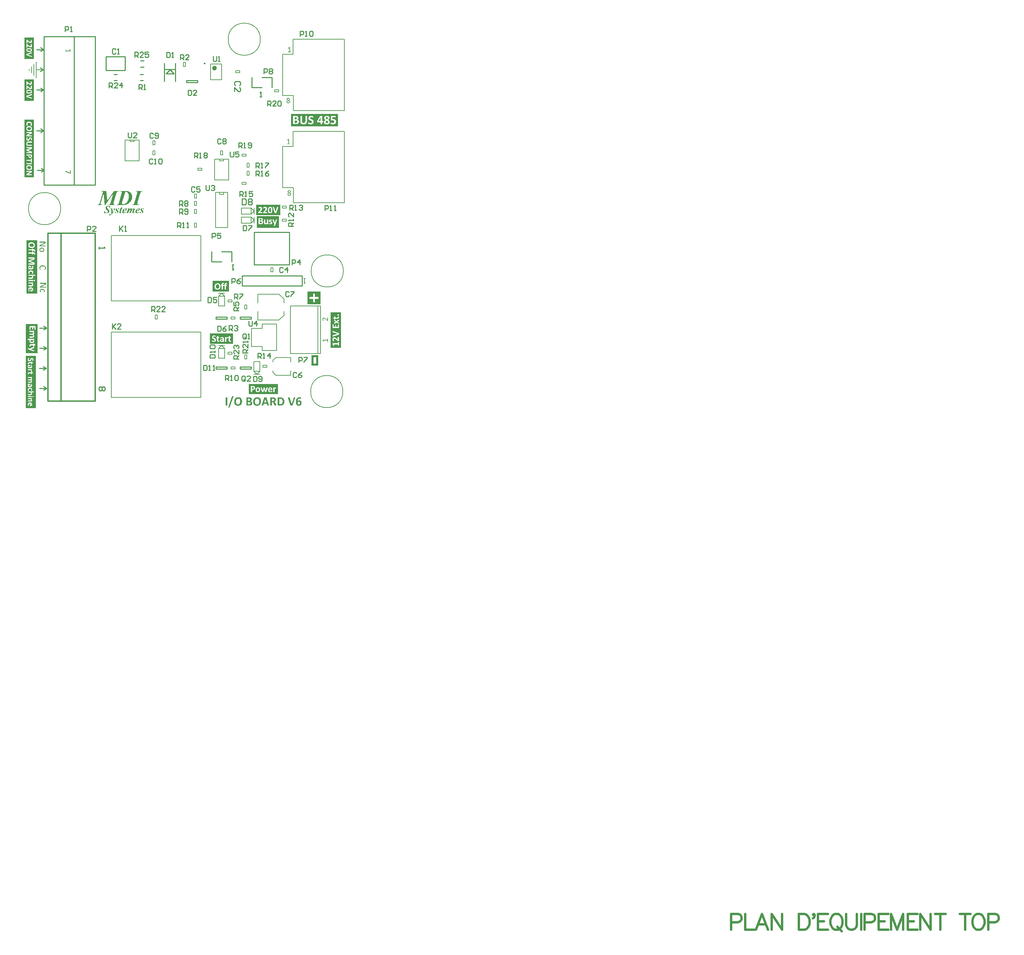
<source format=gto>
G04*
G04 #@! TF.GenerationSoftware,Altium Limited,Altium Designer,18.1.6 (161)*
G04*
G04 Layer_Color=65535*
%FSLAX25Y25*%
%MOIN*%
G70*
G01*
G75*
%ADD10C,0.00787*%
%ADD11C,0.02362*%
%ADD12C,0.00984*%
%ADD13C,0.00591*%
%ADD14C,0.00787*%
%ADD15C,0.01000*%
%ADD16C,0.00500*%
%ADD17C,0.01180*%
%ADD18C,0.00790*%
%ADD19C,0.00782*%
G36*
X265693Y270114D02*
X265743Y270110D01*
X265752D01*
X265779Y270105D01*
X265811Y270096D01*
X265838Y270087D01*
X265843Y270082D01*
X265856Y270078D01*
X265875Y270064D01*
X265888Y270051D01*
X265893Y270046D01*
X265897Y270037D01*
X265902Y270023D01*
Y270005D01*
Y265541D01*
X266835D01*
X266853Y265532D01*
X266876Y265523D01*
X266880Y265519D01*
X266894Y265510D01*
X266908Y265491D01*
X266921Y265469D01*
X266926Y265464D01*
X266930Y265446D01*
X266939Y265419D01*
X266948Y265387D01*
X266953Y265378D01*
X266957Y265355D01*
X266962Y265314D01*
Y265264D01*
Y265259D01*
Y265250D01*
Y265237D01*
Y265223D01*
X266957Y265177D01*
X266948Y265137D01*
Y265127D01*
X266939Y265109D01*
X266930Y265082D01*
X266917Y265055D01*
X266912Y265050D01*
X266903Y265041D01*
X266889Y265027D01*
X266871Y265014D01*
X266866D01*
X266853Y265009D01*
X266835Y265005D01*
X266816Y265000D01*
X264146D01*
X264127Y265005D01*
X264109Y265014D01*
X264105Y265018D01*
X264096Y265023D01*
X264082Y265036D01*
X264064Y265055D01*
X264059Y265059D01*
X264055Y265077D01*
X264041Y265105D01*
X264032Y265137D01*
Y265141D01*
Y265146D01*
X264027Y265173D01*
X264023Y265214D01*
Y265264D01*
Y265268D01*
Y265278D01*
Y265291D01*
Y265305D01*
X264027Y265346D01*
X264032Y265387D01*
Y265391D01*
X264036Y265396D01*
X264041Y265414D01*
X264050Y265441D01*
X264059Y265469D01*
X264064Y265473D01*
X264073Y265491D01*
X264087Y265505D01*
X264105Y265523D01*
X264109Y265528D01*
X264123Y265532D01*
X264141Y265537D01*
X264164Y265541D01*
X265224D01*
Y269409D01*
X264237Y268822D01*
X264232D01*
X264223Y268817D01*
X264196Y268799D01*
X264155Y268786D01*
X264118Y268772D01*
X264091D01*
X264068Y268776D01*
X264046Y268790D01*
X264041Y268795D01*
X264032Y268813D01*
X264018Y268840D01*
X264009Y268877D01*
Y268881D01*
Y268886D01*
X264005Y268899D01*
Y268917D01*
X264000Y268963D01*
Y269022D01*
Y269027D01*
Y269036D01*
Y269063D01*
Y269099D01*
X264005Y269136D01*
Y269141D01*
Y269145D01*
X264009Y269163D01*
X264014Y269191D01*
X264018Y269218D01*
X264023Y269222D01*
X264027Y269236D01*
X264055Y269272D01*
X264059Y269277D01*
X264073Y269286D01*
X264091Y269300D01*
X264114Y269318D01*
X265283Y270069D01*
X265288Y270073D01*
X265297Y270078D01*
X265324Y270087D01*
X265329D01*
X265342Y270091D01*
X265360Y270101D01*
X265383Y270105D01*
X265388D01*
X265406Y270110D01*
X265433Y270114D01*
X265474D01*
X265497Y270119D01*
X265638D01*
X265693Y270114D01*
D02*
G37*
G36*
X266356Y219155D02*
X266393D01*
X266438Y219151D01*
X266484Y219146D01*
X266588Y219137D01*
X266698Y219119D01*
X266811Y219096D01*
X266921Y219064D01*
X266925D01*
X266934Y219060D01*
X266948Y219055D01*
X266966Y219046D01*
X267021Y219028D01*
X267084Y219001D01*
X267157Y218964D01*
X267234Y218919D01*
X267312Y218868D01*
X267385Y218814D01*
X267394Y218805D01*
X267417Y218787D01*
X267448Y218750D01*
X267489Y218709D01*
X267535Y218650D01*
X267580Y218586D01*
X267621Y218514D01*
X267658Y218436D01*
Y218432D01*
X267662Y218427D01*
X267671Y218400D01*
X267685Y218354D01*
X267703Y218300D01*
X267717Y218232D01*
X267730Y218154D01*
X267740Y218068D01*
X267744Y217977D01*
Y217968D01*
Y217945D01*
X267740Y217904D01*
X267735Y217854D01*
X267726Y217795D01*
X267717Y217731D01*
X267699Y217658D01*
X267676Y217590D01*
X267671Y217581D01*
X267662Y217558D01*
X267649Y217522D01*
X267630Y217476D01*
X267603Y217422D01*
X267567Y217362D01*
X267530Y217303D01*
X267485Y217240D01*
X267480Y217231D01*
X267462Y217212D01*
X267435Y217180D01*
X267403Y217140D01*
X267357Y217094D01*
X267303Y217039D01*
X267244Y216985D01*
X267180Y216930D01*
X267171Y216926D01*
X267148Y216908D01*
X267112Y216880D01*
X267062Y216844D01*
X266998Y216803D01*
X266925Y216757D01*
X266848Y216712D01*
X266761Y216662D01*
X266766D01*
X266775Y216657D01*
X266789Y216648D01*
X266807Y216639D01*
X266862Y216612D01*
X266930Y216575D01*
X267003Y216534D01*
X267089Y216484D01*
X267175Y216434D01*
X267257Y216380D01*
X267262D01*
X267266Y216375D01*
X267294Y216352D01*
X267335Y216325D01*
X267385Y216284D01*
X267444Y216239D01*
X267503Y216184D01*
X267562Y216129D01*
X267621Y216066D01*
X267626Y216057D01*
X267644Y216038D01*
X267671Y216002D01*
X267708Y215961D01*
X267744Y215906D01*
X267780Y215847D01*
X267817Y215784D01*
X267849Y215715D01*
X267853Y215706D01*
X267862Y215684D01*
X267871Y215642D01*
X267890Y215593D01*
X267903Y215533D01*
X267913Y215465D01*
X267922Y215388D01*
X267926Y215306D01*
Y215301D01*
Y215292D01*
Y215274D01*
Y215251D01*
X267922Y215219D01*
Y215188D01*
X267913Y215106D01*
X267899Y215015D01*
X267876Y214915D01*
X267849Y214814D01*
X267808Y214714D01*
Y214710D01*
X267803Y214705D01*
X267794Y214692D01*
X267785Y214673D01*
X267758Y214623D01*
X267721Y214564D01*
X267671Y214496D01*
X267612Y214423D01*
X267544Y214350D01*
X267467Y214282D01*
X267462D01*
X267458Y214273D01*
X267444Y214264D01*
X267426Y214255D01*
X267380Y214223D01*
X267316Y214182D01*
X267234Y214137D01*
X267139Y214096D01*
X267034Y214050D01*
X266916Y214014D01*
X266912D01*
X266902Y214009D01*
X266884Y214005D01*
X266857Y214000D01*
X266830Y213995D01*
X266793Y213986D01*
X266748Y213977D01*
X266702Y213973D01*
X266648Y213964D01*
X266593Y213954D01*
X266466Y213941D01*
X266324Y213932D01*
X266170Y213927D01*
X266106D01*
X266070Y213932D01*
X266029D01*
X265983Y213936D01*
X265938D01*
X265829Y213945D01*
X265710Y213964D01*
X265587Y213982D01*
X265469Y214009D01*
X265465D01*
X265456Y214014D01*
X265437Y214018D01*
X265419Y214023D01*
X265392Y214032D01*
X265360Y214046D01*
X265287Y214068D01*
X265205Y214105D01*
X265114Y214146D01*
X265028Y214196D01*
X264941Y214250D01*
X264937D01*
X264932Y214259D01*
X264905Y214278D01*
X264869Y214314D01*
X264819Y214359D01*
X264768Y214419D01*
X264714Y214487D01*
X264659Y214564D01*
X264614Y214646D01*
Y214651D01*
X264609Y214655D01*
X264605Y214669D01*
X264596Y214687D01*
X264586Y214710D01*
X264577Y214737D01*
X264559Y214801D01*
X264536Y214883D01*
X264518Y214974D01*
X264505Y215078D01*
X264500Y215188D01*
Y215192D01*
Y215197D01*
Y215210D01*
Y215229D01*
X264505Y215274D01*
X264509Y215333D01*
X264518Y215397D01*
X264532Y215470D01*
X264550Y215547D01*
X264577Y215624D01*
Y215629D01*
X264582Y215633D01*
X264591Y215656D01*
X264609Y215697D01*
X264636Y215747D01*
X264664Y215802D01*
X264705Y215865D01*
X264750Y215929D01*
X264800Y215993D01*
X264809Y216002D01*
X264828Y216020D01*
X264860Y216057D01*
X264900Y216098D01*
X264955Y216148D01*
X265019Y216202D01*
X265087Y216257D01*
X265164Y216311D01*
X265169D01*
X265173Y216316D01*
X265187Y216325D01*
X265201Y216339D01*
X265246Y216366D01*
X265305Y216402D01*
X265378Y216443D01*
X265460Y216493D01*
X265551Y216543D01*
X265651Y216594D01*
X265647D01*
X265642Y216598D01*
X265628Y216607D01*
X265610Y216616D01*
X265569Y216639D01*
X265515Y216671D01*
X265446Y216707D01*
X265378Y216753D01*
X265305Y216798D01*
X265237Y216848D01*
X265228Y216853D01*
X265205Y216871D01*
X265173Y216898D01*
X265132Y216935D01*
X265082Y216980D01*
X265028Y217030D01*
X264978Y217085D01*
X264928Y217144D01*
X264923Y217153D01*
X264910Y217171D01*
X264887Y217203D01*
X264860Y217244D01*
X264828Y217294D01*
X264796Y217353D01*
X264768Y217417D01*
X264741Y217481D01*
X264737Y217490D01*
X264732Y217513D01*
X264723Y217549D01*
X264709Y217599D01*
X264696Y217658D01*
X264686Y217726D01*
X264682Y217799D01*
X264677Y217877D01*
Y217881D01*
Y217890D01*
Y217904D01*
Y217922D01*
X264682Y217972D01*
X264691Y218040D01*
X264700Y218118D01*
X264718Y218200D01*
X264741Y218291D01*
X264773Y218377D01*
Y218382D01*
X264778Y218386D01*
X264782Y218400D01*
X264791Y218418D01*
X264814Y218459D01*
X264846Y218518D01*
X264887Y218582D01*
X264932Y218650D01*
X264991Y218718D01*
X265060Y218782D01*
X265064D01*
X265069Y218791D01*
X265096Y218809D01*
X265137Y218841D01*
X265196Y218882D01*
X265269Y218923D01*
X265351Y218969D01*
X265446Y219014D01*
X265556Y219055D01*
X265560D01*
X265569Y219060D01*
X265587Y219064D01*
X265610Y219073D01*
X265637Y219078D01*
X265674Y219087D01*
X265710Y219096D01*
X265756Y219110D01*
X265806Y219119D01*
X265860Y219128D01*
X265979Y219142D01*
X266111Y219155D01*
X266256Y219160D01*
X266320D01*
X266356Y219155D01*
D02*
G37*
G36*
X266693Y361614D02*
X266743Y361610D01*
X266752D01*
X266779Y361605D01*
X266811Y361596D01*
X266838Y361587D01*
X266843Y361582D01*
X266856Y361578D01*
X266875Y361564D01*
X266888Y361550D01*
X266893Y361546D01*
X266897Y361537D01*
X266902Y361523D01*
Y361505D01*
Y357041D01*
X267835D01*
X267853Y357032D01*
X267876Y357023D01*
X267880Y357019D01*
X267894Y357010D01*
X267908Y356991D01*
X267921Y356969D01*
X267926Y356964D01*
X267930Y356946D01*
X267939Y356919D01*
X267948Y356887D01*
X267953Y356878D01*
X267957Y356855D01*
X267962Y356814D01*
Y356764D01*
Y356759D01*
Y356750D01*
Y356737D01*
Y356723D01*
X267957Y356677D01*
X267948Y356637D01*
Y356627D01*
X267939Y356609D01*
X267930Y356582D01*
X267917Y356555D01*
X267912Y356550D01*
X267903Y356541D01*
X267889Y356527D01*
X267871Y356514D01*
X267866D01*
X267853Y356509D01*
X267835Y356505D01*
X267816Y356500D01*
X265146D01*
X265127Y356505D01*
X265109Y356514D01*
X265105Y356518D01*
X265096Y356523D01*
X265082Y356536D01*
X265064Y356555D01*
X265059Y356559D01*
X265055Y356577D01*
X265041Y356605D01*
X265032Y356637D01*
Y356641D01*
Y356646D01*
X265027Y356673D01*
X265023Y356714D01*
Y356764D01*
Y356768D01*
Y356778D01*
Y356791D01*
Y356805D01*
X265027Y356846D01*
X265032Y356887D01*
Y356891D01*
X265036Y356896D01*
X265041Y356914D01*
X265050Y356941D01*
X265059Y356969D01*
X265064Y356973D01*
X265073Y356991D01*
X265087Y357005D01*
X265105Y357023D01*
X265109Y357028D01*
X265123Y357032D01*
X265141Y357037D01*
X265164Y357041D01*
X266224D01*
Y360909D01*
X265237Y360322D01*
X265232D01*
X265223Y360317D01*
X265196Y360299D01*
X265155Y360286D01*
X265118Y360272D01*
X265091D01*
X265068Y360277D01*
X265045Y360290D01*
X265041Y360295D01*
X265032Y360313D01*
X265018Y360340D01*
X265009Y360377D01*
Y360381D01*
Y360386D01*
X265005Y360399D01*
Y360418D01*
X265000Y360463D01*
Y360522D01*
Y360527D01*
Y360536D01*
Y360563D01*
Y360599D01*
X265005Y360636D01*
Y360641D01*
Y360645D01*
X265009Y360663D01*
X265014Y360690D01*
X265018Y360718D01*
X265023Y360722D01*
X265027Y360736D01*
X265055Y360772D01*
X265059Y360777D01*
X265073Y360786D01*
X265091Y360800D01*
X265114Y360818D01*
X266283Y361569D01*
X266288Y361573D01*
X266297Y361578D01*
X266324Y361587D01*
X266329D01*
X266342Y361591D01*
X266360Y361601D01*
X266383Y361605D01*
X266388D01*
X266406Y361610D01*
X266433Y361614D01*
X266474D01*
X266497Y361619D01*
X266638D01*
X266693Y361614D01*
D02*
G37*
G36*
X265356Y311155D02*
X265393D01*
X265438Y311151D01*
X265484Y311146D01*
X265588Y311137D01*
X265698Y311119D01*
X265811Y311096D01*
X265921Y311064D01*
X265925D01*
X265934Y311060D01*
X265948Y311055D01*
X265966Y311046D01*
X266021Y311028D01*
X266084Y311000D01*
X266157Y310964D01*
X266234Y310919D01*
X266312Y310869D01*
X266385Y310814D01*
X266394Y310805D01*
X266417Y310787D01*
X266448Y310750D01*
X266489Y310709D01*
X266535Y310650D01*
X266580Y310586D01*
X266621Y310514D01*
X266658Y310436D01*
Y310432D01*
X266662Y310427D01*
X266671Y310400D01*
X266685Y310354D01*
X266703Y310300D01*
X266717Y310231D01*
X266730Y310154D01*
X266740Y310068D01*
X266744Y309977D01*
Y309968D01*
Y309945D01*
X266740Y309904D01*
X266735Y309854D01*
X266726Y309795D01*
X266717Y309731D01*
X266699Y309658D01*
X266676Y309590D01*
X266671Y309581D01*
X266662Y309558D01*
X266649Y309522D01*
X266630Y309476D01*
X266603Y309422D01*
X266567Y309362D01*
X266530Y309303D01*
X266485Y309240D01*
X266480Y309230D01*
X266462Y309212D01*
X266435Y309180D01*
X266403Y309139D01*
X266357Y309094D01*
X266303Y309039D01*
X266244Y308985D01*
X266180Y308930D01*
X266171Y308926D01*
X266148Y308908D01*
X266112Y308880D01*
X266062Y308844D01*
X265998Y308803D01*
X265925Y308757D01*
X265848Y308712D01*
X265761Y308662D01*
X265766D01*
X265775Y308657D01*
X265789Y308648D01*
X265807Y308639D01*
X265862Y308612D01*
X265930Y308575D01*
X266002Y308534D01*
X266089Y308484D01*
X266175Y308434D01*
X266257Y308380D01*
X266262D01*
X266266Y308375D01*
X266294Y308352D01*
X266335Y308325D01*
X266385Y308284D01*
X266444Y308239D01*
X266503Y308184D01*
X266562Y308129D01*
X266621Y308066D01*
X266626Y308057D01*
X266644Y308038D01*
X266671Y308002D01*
X266708Y307961D01*
X266744Y307906D01*
X266780Y307847D01*
X266817Y307784D01*
X266849Y307715D01*
X266853Y307706D01*
X266862Y307683D01*
X266872Y307643D01*
X266890Y307593D01*
X266903Y307533D01*
X266913Y307465D01*
X266922Y307388D01*
X266926Y307306D01*
Y307301D01*
Y307292D01*
Y307274D01*
Y307251D01*
X266922Y307219D01*
Y307188D01*
X266913Y307106D01*
X266899Y307015D01*
X266876Y306915D01*
X266849Y306814D01*
X266808Y306714D01*
Y306710D01*
X266803Y306705D01*
X266794Y306692D01*
X266785Y306673D01*
X266758Y306623D01*
X266721Y306564D01*
X266671Y306496D01*
X266612Y306423D01*
X266544Y306350D01*
X266467Y306282D01*
X266462D01*
X266458Y306273D01*
X266444Y306264D01*
X266426Y306255D01*
X266380Y306223D01*
X266316Y306182D01*
X266234Y306136D01*
X266139Y306096D01*
X266034Y306050D01*
X265916Y306014D01*
X265912D01*
X265902Y306009D01*
X265884Y306005D01*
X265857Y306000D01*
X265830Y305995D01*
X265793Y305986D01*
X265748Y305977D01*
X265702Y305973D01*
X265648Y305964D01*
X265593Y305955D01*
X265466Y305941D01*
X265324Y305932D01*
X265170Y305927D01*
X265106D01*
X265070Y305932D01*
X265029D01*
X264983Y305936D01*
X264938D01*
X264829Y305945D01*
X264710Y305964D01*
X264587Y305982D01*
X264469Y306009D01*
X264465D01*
X264456Y306014D01*
X264437Y306018D01*
X264419Y306023D01*
X264392Y306032D01*
X264360Y306046D01*
X264287Y306068D01*
X264205Y306105D01*
X264114Y306146D01*
X264028Y306196D01*
X263941Y306250D01*
X263937D01*
X263932Y306259D01*
X263905Y306278D01*
X263869Y306314D01*
X263819Y306360D01*
X263768Y306419D01*
X263714Y306487D01*
X263659Y306564D01*
X263614Y306646D01*
Y306651D01*
X263609Y306655D01*
X263605Y306669D01*
X263596Y306687D01*
X263586Y306710D01*
X263577Y306737D01*
X263559Y306801D01*
X263536Y306883D01*
X263518Y306974D01*
X263505Y307078D01*
X263500Y307188D01*
Y307192D01*
Y307197D01*
Y307210D01*
Y307228D01*
X263505Y307274D01*
X263509Y307333D01*
X263518Y307397D01*
X263532Y307470D01*
X263550Y307547D01*
X263577Y307624D01*
Y307629D01*
X263582Y307633D01*
X263591Y307656D01*
X263609Y307697D01*
X263636Y307747D01*
X263664Y307802D01*
X263705Y307866D01*
X263750Y307929D01*
X263800Y307993D01*
X263809Y308002D01*
X263828Y308020D01*
X263860Y308057D01*
X263900Y308098D01*
X263955Y308148D01*
X264019Y308202D01*
X264087Y308257D01*
X264164Y308311D01*
X264169D01*
X264173Y308316D01*
X264187Y308325D01*
X264201Y308339D01*
X264246Y308366D01*
X264305Y308402D01*
X264378Y308443D01*
X264460Y308493D01*
X264551Y308543D01*
X264651Y308594D01*
X264647D01*
X264642Y308598D01*
X264628Y308607D01*
X264610Y308616D01*
X264569Y308639D01*
X264515Y308671D01*
X264446Y308707D01*
X264378Y308753D01*
X264305Y308798D01*
X264237Y308848D01*
X264228Y308853D01*
X264205Y308871D01*
X264173Y308898D01*
X264132Y308935D01*
X264082Y308980D01*
X264028Y309030D01*
X263978Y309085D01*
X263928Y309144D01*
X263923Y309153D01*
X263910Y309171D01*
X263887Y309203D01*
X263860Y309244D01*
X263828Y309294D01*
X263796Y309353D01*
X263768Y309417D01*
X263741Y309481D01*
X263737Y309490D01*
X263732Y309513D01*
X263723Y309549D01*
X263709Y309599D01*
X263696Y309658D01*
X263686Y309727D01*
X263682Y309799D01*
X263677Y309877D01*
Y309881D01*
Y309890D01*
Y309904D01*
Y309922D01*
X263682Y309972D01*
X263691Y310040D01*
X263700Y310118D01*
X263718Y310200D01*
X263741Y310291D01*
X263773Y310377D01*
Y310382D01*
X263778Y310386D01*
X263782Y310400D01*
X263791Y310418D01*
X263814Y310459D01*
X263846Y310518D01*
X263887Y310582D01*
X263932Y310650D01*
X263991Y310718D01*
X264060Y310782D01*
X264064D01*
X264069Y310791D01*
X264096Y310809D01*
X264137Y310841D01*
X264196Y310882D01*
X264269Y310923D01*
X264351Y310969D01*
X264446Y311014D01*
X264556Y311055D01*
X264560D01*
X264569Y311060D01*
X264587Y311064D01*
X264610Y311073D01*
X264637Y311078D01*
X264674Y311087D01*
X264710Y311096D01*
X264756Y311110D01*
X264806Y311119D01*
X264860Y311128D01*
X264979Y311141D01*
X265111Y311155D01*
X265256Y311160D01*
X265320D01*
X265356Y311155D01*
D02*
G37*
G36*
X48053Y359547D02*
X48058D01*
X48063D01*
X48081Y359542D01*
X48108Y359538D01*
X48135Y359533D01*
X48140Y359529D01*
X48153Y359524D01*
X48190Y359497D01*
X48194Y359492D01*
X48204Y359479D01*
X48217Y359460D01*
X48235Y359438D01*
X48986Y358268D01*
X48991Y358264D01*
X48995Y358255D01*
X49004Y358227D01*
Y358223D01*
X49009Y358209D01*
X49018Y358191D01*
X49022Y358168D01*
Y358164D01*
X49027Y358145D01*
X49032Y358118D01*
Y358077D01*
X49036Y358054D01*
Y357913D01*
X49032Y357859D01*
X49027Y357809D01*
Y357800D01*
X49022Y357772D01*
X49013Y357740D01*
X49004Y357713D01*
X49000Y357709D01*
X48995Y357695D01*
X48982Y357677D01*
X48968Y357663D01*
X48963Y357659D01*
X48954Y357654D01*
X48941Y357649D01*
X48922D01*
X44459D01*
Y356717D01*
X44450Y356698D01*
X44441Y356676D01*
X44436Y356671D01*
X44427Y356658D01*
X44409Y356644D01*
X44386Y356630D01*
X44381Y356626D01*
X44363Y356621D01*
X44336Y356612D01*
X44304Y356603D01*
X44295Y356598D01*
X44272Y356594D01*
X44231Y356589D01*
X44181D01*
X44177D01*
X44168D01*
X44154D01*
X44140D01*
X44095Y356594D01*
X44054Y356603D01*
X44045D01*
X44027Y356612D01*
X43999Y356621D01*
X43972Y356635D01*
X43968Y356639D01*
X43958Y356648D01*
X43945Y356662D01*
X43931Y356680D01*
Y356685D01*
X43927Y356698D01*
X43922Y356717D01*
X43917Y356735D01*
Y359406D01*
X43922Y359424D01*
X43931Y359442D01*
X43936Y359447D01*
X43940Y359456D01*
X43954Y359470D01*
X43972Y359488D01*
X43977Y359492D01*
X43995Y359497D01*
X44022Y359510D01*
X44054Y359520D01*
X44058D01*
X44063D01*
X44090Y359524D01*
X44131Y359529D01*
X44181D01*
X44186D01*
X44195D01*
X44209D01*
X44222D01*
X44263Y359524D01*
X44304Y359520D01*
X44309D01*
X44313Y359515D01*
X44331Y359510D01*
X44359Y359501D01*
X44386Y359492D01*
X44391Y359488D01*
X44409Y359479D01*
X44423Y359465D01*
X44441Y359447D01*
X44445Y359442D01*
X44450Y359429D01*
X44454Y359410D01*
X44459Y359388D01*
Y358327D01*
X48326D01*
X47739Y359315D01*
Y359319D01*
X47735Y359328D01*
X47717Y359356D01*
X47703Y359397D01*
X47689Y359433D01*
Y359460D01*
X47694Y359483D01*
X47708Y359506D01*
X47712Y359510D01*
X47730Y359520D01*
X47758Y359533D01*
X47794Y359542D01*
X47799D01*
X47803D01*
X47817Y359547D01*
X47835D01*
X47881Y359551D01*
X47940D01*
X47944D01*
X47953D01*
X47981D01*
X48017D01*
X48053Y359547D01*
D02*
G37*
G36*
X48695Y239047D02*
X48736Y239042D01*
X48741D01*
X48745D01*
X48768Y239033D01*
X48800Y239029D01*
X48827Y239015D01*
X48836Y239010D01*
X48850Y239001D01*
X48868Y238988D01*
X48886Y238969D01*
X48891Y238965D01*
X48895Y238951D01*
X48900Y238929D01*
X48904Y238906D01*
Y235907D01*
X48900Y235876D01*
X48891Y235844D01*
X48886Y235835D01*
X48882Y235821D01*
X48863Y235803D01*
X48841Y235785D01*
X48836Y235780D01*
X48818Y235771D01*
X48791Y235757D01*
X48754Y235748D01*
X48750D01*
X48745Y235743D01*
X48731D01*
X48718Y235739D01*
X48672Y235734D01*
X48613D01*
X48609D01*
X48599D01*
X48586D01*
X48568D01*
X48527Y235739D01*
X48481Y235743D01*
X48477D01*
X48472D01*
X48449Y235748D01*
X48413Y235753D01*
X48372Y235757D01*
X48363D01*
X48340Y235762D01*
X48308Y235771D01*
X48272Y235785D01*
X48263Y235789D01*
X48240Y235798D01*
X48208Y235807D01*
X48167Y235825D01*
X43945Y237659D01*
X43936Y237664D01*
X43918Y237673D01*
X43895Y237686D01*
X43867Y237709D01*
X43863Y237714D01*
X43854Y237727D01*
X43836Y237750D01*
X43822Y237782D01*
Y237791D01*
X43813Y237814D01*
X43808Y237850D01*
X43804Y237900D01*
Y237914D01*
X43799Y237928D01*
Y237973D01*
X43795Y238000D01*
Y238151D01*
X43799Y238219D01*
X43804Y238251D01*
X43808Y238282D01*
Y238296D01*
X43817Y238323D01*
X43826Y238355D01*
X43840Y238387D01*
X43845Y238392D01*
X43858Y238401D01*
X43877Y238414D01*
X43904Y238419D01*
X43908D01*
X43931Y238414D01*
X43959Y238405D01*
X43995Y238392D01*
X48313Y236462D01*
Y238919D01*
X48322Y238947D01*
X48331Y238965D01*
X48345Y238983D01*
X48363Y239001D01*
X48390Y239015D01*
X48395D01*
X48404Y239019D01*
X48422Y239024D01*
X48445Y239033D01*
X48477Y239038D01*
X48513Y239047D01*
X48559Y239051D01*
X48609D01*
X48613D01*
X48622D01*
X48636D01*
X48654D01*
X48695Y239047D01*
D02*
G37*
G36*
X304323Y71457D02*
X304363Y71448D01*
X304373D01*
X304391Y71439D01*
X304418Y71430D01*
X304445Y71416D01*
X304450Y71412D01*
X304459Y71403D01*
X304473Y71389D01*
X304486Y71371D01*
Y71367D01*
X304491Y71353D01*
X304495Y71335D01*
X304500Y71316D01*
Y68646D01*
X304495Y68627D01*
X304486Y68609D01*
X304482Y68605D01*
X304477Y68596D01*
X304464Y68582D01*
X304445Y68564D01*
X304441Y68559D01*
X304423Y68555D01*
X304395Y68541D01*
X304363Y68532D01*
X304359D01*
X304354D01*
X304327Y68527D01*
X304286Y68523D01*
X304236D01*
X304232D01*
X304222D01*
X304209D01*
X304195D01*
X304154Y68527D01*
X304113Y68532D01*
X304109D01*
X304104Y68536D01*
X304086Y68541D01*
X304059Y68550D01*
X304031Y68559D01*
X304027Y68564D01*
X304009Y68573D01*
X303995Y68586D01*
X303977Y68605D01*
X303972Y68609D01*
X303968Y68623D01*
X303963Y68641D01*
X303959Y68664D01*
Y69724D01*
X300091D01*
X300678Y68737D01*
Y68732D01*
X300682Y68723D01*
X300701Y68696D01*
X300714Y68655D01*
X300728Y68618D01*
Y68591D01*
X300724Y68568D01*
X300710Y68546D01*
X300705Y68541D01*
X300687Y68532D01*
X300660Y68518D01*
X300623Y68509D01*
X300619D01*
X300614D01*
X300601Y68505D01*
X300583D01*
X300537Y68500D01*
X300478D01*
X300473D01*
X300464D01*
X300437D01*
X300400D01*
X300364Y68505D01*
X300360D01*
X300355D01*
X300337Y68509D01*
X300309Y68514D01*
X300282Y68518D01*
X300278Y68523D01*
X300264Y68527D01*
X300228Y68555D01*
X300223Y68559D01*
X300214Y68573D01*
X300200Y68591D01*
X300182Y68614D01*
X299431Y69783D01*
X299427Y69788D01*
X299422Y69797D01*
X299413Y69824D01*
Y69829D01*
X299409Y69842D01*
X299399Y69861D01*
X299395Y69883D01*
Y69888D01*
X299390Y69906D01*
X299386Y69933D01*
Y69974D01*
X299381Y69997D01*
Y70138D01*
X299386Y70193D01*
X299390Y70243D01*
Y70252D01*
X299395Y70279D01*
X299404Y70311D01*
X299413Y70338D01*
X299418Y70343D01*
X299422Y70356D01*
X299436Y70375D01*
X299449Y70388D01*
X299454Y70393D01*
X299463Y70397D01*
X299477Y70402D01*
X299495D01*
X303959D01*
Y71335D01*
X303968Y71353D01*
X303977Y71376D01*
X303981Y71380D01*
X303990Y71394D01*
X304009Y71407D01*
X304031Y71421D01*
X304036Y71426D01*
X304054Y71430D01*
X304081Y71439D01*
X304113Y71448D01*
X304122Y71453D01*
X304145Y71457D01*
X304186Y71462D01*
X304236D01*
X304241D01*
X304250D01*
X304263D01*
X304277D01*
X304323Y71457D01*
D02*
G37*
G36*
X304295Y92680D02*
X304336Y92671D01*
X304341D01*
X304345D01*
X304368Y92667D01*
X304400Y92658D01*
X304432Y92644D01*
X304436Y92639D01*
X304450Y92630D01*
X304468Y92617D01*
X304486Y92594D01*
Y92589D01*
X304491Y92576D01*
X304495Y92558D01*
X304500Y92535D01*
Y89691D01*
X304495Y89659D01*
X304486Y89627D01*
X304482Y89623D01*
X304477Y89605D01*
X304464Y89577D01*
X304445Y89555D01*
X304441Y89550D01*
X304423Y89541D01*
X304395Y89527D01*
X304354Y89514D01*
X304350D01*
X304345D01*
X304332Y89509D01*
X304313D01*
X304268Y89504D01*
X304209Y89500D01*
X304204D01*
X304195D01*
X304182D01*
X304159D01*
X304118D01*
X304072Y89504D01*
X304068D01*
X304063D01*
X304036Y89509D01*
X304004Y89518D01*
X303968Y89527D01*
X303959Y89532D01*
X303940Y89541D01*
X303908Y89559D01*
X303877Y89577D01*
X303868Y89582D01*
X303849Y89600D01*
X303818Y89627D01*
X303781Y89659D01*
X302735Y90678D01*
X302730Y90683D01*
X302716Y90692D01*
X302698Y90710D01*
X302671Y90738D01*
X302639Y90765D01*
X302603Y90801D01*
X302562Y90838D01*
X302516Y90879D01*
X302416Y90970D01*
X302307Y91065D01*
X302193Y91156D01*
X302084Y91243D01*
X302079Y91247D01*
X302070Y91252D01*
X302057Y91265D01*
X302034Y91279D01*
X302011Y91297D01*
X301979Y91315D01*
X301911Y91365D01*
X301829Y91416D01*
X301743Y91470D01*
X301656Y91525D01*
X301565Y91570D01*
X301561D01*
X301556Y91575D01*
X301542Y91579D01*
X301524Y91588D01*
X301479Y91607D01*
X301424Y91634D01*
X301356Y91657D01*
X301283Y91684D01*
X301210Y91702D01*
X301138Y91720D01*
X301133D01*
X301129D01*
X301106Y91725D01*
X301065Y91734D01*
X301019Y91743D01*
X300965Y91748D01*
X300901Y91757D01*
X300774Y91761D01*
X300764D01*
X300746D01*
X300714Y91757D01*
X300669Y91752D01*
X300623Y91748D01*
X300569Y91739D01*
X300510Y91720D01*
X300455Y91702D01*
X300446Y91698D01*
X300428Y91693D01*
X300400Y91679D01*
X300364Y91661D01*
X300323Y91638D01*
X300278Y91611D01*
X300232Y91575D01*
X300187Y91538D01*
X300182Y91534D01*
X300168Y91520D01*
X300146Y91497D01*
X300123Y91466D01*
X300091Y91425D01*
X300064Y91379D01*
X300032Y91325D01*
X300005Y91265D01*
X300000Y91256D01*
X299995Y91238D01*
X299982Y91206D01*
X299968Y91161D01*
X299959Y91106D01*
X299945Y91042D01*
X299941Y90974D01*
X299936Y90897D01*
Y90856D01*
X299941Y90806D01*
X299945Y90747D01*
X299955Y90678D01*
X299964Y90601D01*
X299982Y90528D01*
X300005Y90451D01*
X300009Y90442D01*
X300018Y90419D01*
X300032Y90383D01*
X300050Y90333D01*
X300068Y90283D01*
X300096Y90223D01*
X300150Y90105D01*
X300155Y90101D01*
X300164Y90082D01*
X300178Y90055D01*
X300196Y90019D01*
X300218Y89982D01*
X300246Y89941D01*
X300296Y89859D01*
X300300Y89855D01*
X300305Y89841D01*
X300314Y89823D01*
X300328Y89805D01*
X300350Y89755D01*
X300355Y89732D01*
X300360Y89709D01*
Y89691D01*
X300355Y89677D01*
X300346Y89659D01*
X300341Y89655D01*
X300332Y89646D01*
X300319Y89636D01*
X300296Y89623D01*
X300291D01*
X300269Y89614D01*
X300241Y89609D01*
X300200Y89600D01*
X300196D01*
X300191D01*
X300178D01*
X300159D01*
X300114Y89596D01*
X300059D01*
X300055D01*
X300050D01*
X300023D01*
X299991D01*
X299959D01*
X299950D01*
X299932Y89600D01*
X299909Y89605D01*
X299882Y89609D01*
X299877Y89614D01*
X299864Y89618D01*
X299845Y89627D01*
X299823Y89636D01*
X299818Y89641D01*
X299804Y89650D01*
X299782Y89668D01*
X299754Y89696D01*
Y89700D01*
X299745Y89705D01*
X299736Y89718D01*
X299727Y89737D01*
X299709Y89759D01*
X299691Y89787D01*
X299668Y89819D01*
X299645Y89859D01*
X299641Y89864D01*
X299632Y89882D01*
X299618Y89905D01*
X299600Y89941D01*
X299577Y89982D01*
X299554Y90032D01*
X299531Y90087D01*
X299504Y90151D01*
X299500Y90160D01*
X299490Y90183D01*
X299481Y90219D01*
X299463Y90264D01*
X299445Y90324D01*
X299427Y90387D01*
X299409Y90460D01*
X299390Y90537D01*
Y90542D01*
X299386Y90547D01*
X299381Y90574D01*
X299372Y90615D01*
X299363Y90669D01*
X299354Y90738D01*
X299349Y90810D01*
X299340Y90892D01*
Y91042D01*
X299345Y91074D01*
Y91111D01*
X299349Y91152D01*
X299354Y91202D01*
X299368Y91302D01*
X299386Y91411D01*
X299409Y91520D01*
X299445Y91625D01*
Y91629D01*
X299449Y91638D01*
X299454Y91652D01*
X299463Y91670D01*
X299486Y91720D01*
X299518Y91789D01*
X299559Y91857D01*
X299609Y91934D01*
X299668Y92012D01*
X299732Y92084D01*
X299741Y92093D01*
X299763Y92116D01*
X299800Y92148D01*
X299854Y92189D01*
X299914Y92235D01*
X299986Y92280D01*
X300068Y92326D01*
X300155Y92362D01*
X300159D01*
X300164Y92366D01*
X300178Y92371D01*
X300196Y92376D01*
X300246Y92389D01*
X300305Y92407D01*
X300382Y92426D01*
X300469Y92439D01*
X300564Y92448D01*
X300664Y92453D01*
X300669D01*
X300674D01*
X300687D01*
X300705D01*
X300755D01*
X300815Y92448D01*
X300887Y92444D01*
X300969Y92435D01*
X301056Y92421D01*
X301147Y92407D01*
X301151D01*
X301156D01*
X301169Y92403D01*
X301188Y92398D01*
X301238Y92389D01*
X301301Y92371D01*
X301379Y92344D01*
X301470Y92312D01*
X301565Y92276D01*
X301670Y92225D01*
X301674D01*
X301684Y92221D01*
X301697Y92212D01*
X301720Y92198D01*
X301747Y92185D01*
X301779Y92166D01*
X301816Y92148D01*
X301852Y92121D01*
X301947Y92066D01*
X302052Y91993D01*
X302170Y91916D01*
X302298Y91821D01*
X302302Y91816D01*
X302311Y91807D01*
X302334Y91793D01*
X302357Y91770D01*
X302389Y91748D01*
X302430Y91716D01*
X302475Y91675D01*
X302525Y91634D01*
X302580Y91588D01*
X302639Y91534D01*
X302707Y91479D01*
X302776Y91416D01*
X302926Y91279D01*
X303089Y91124D01*
X303927Y90319D01*
Y92549D01*
X303936Y92567D01*
X303945Y92589D01*
X303949Y92594D01*
X303959Y92608D01*
X303977Y92626D01*
X303999Y92639D01*
X304004Y92644D01*
X304022Y92653D01*
X304054Y92662D01*
X304090Y92671D01*
X304100Y92676D01*
X304122Y92680D01*
X304163Y92685D01*
X304213D01*
X304218D01*
X304222D01*
X304254D01*
X304295Y92680D01*
D02*
G37*
G36*
X21096Y144494D02*
X21167D01*
X21243Y144489D01*
X21331Y144484D01*
X21423Y144478D01*
X21527Y144467D01*
X21636Y144451D01*
X21860Y144418D01*
X22095Y144374D01*
X22324Y144309D01*
X22330D01*
X22352Y144298D01*
X22384Y144287D01*
X22423Y144271D01*
X22477Y144254D01*
X22532Y144227D01*
X22603Y144200D01*
X22674Y144167D01*
X22832Y144085D01*
X23001Y143992D01*
X23171Y143883D01*
X23329Y143757D01*
X23334Y143752D01*
X23345Y143741D01*
X23367Y143719D01*
X23400Y143692D01*
X23433Y143659D01*
X23471Y143621D01*
X23515Y143572D01*
X23564Y143517D01*
X23613Y143457D01*
X23667Y143397D01*
X23771Y143250D01*
X23875Y143086D01*
X23962Y142911D01*
Y142906D01*
X23973Y142889D01*
X23984Y142862D01*
X23995Y142824D01*
X24012Y142780D01*
X24033Y142726D01*
X24050Y142660D01*
X24071Y142589D01*
X24093Y142513D01*
X24110Y142431D01*
X24132Y142338D01*
X24148Y142245D01*
X24170Y142037D01*
X24181Y141819D01*
Y141721D01*
X24175Y141655D01*
X24170Y141573D01*
X24159Y141491D01*
X24126Y141306D01*
Y141295D01*
X24115Y141262D01*
X24104Y141213D01*
X24093Y141153D01*
X24071Y141082D01*
X24055Y141006D01*
X24001Y140842D01*
X23995Y140831D01*
X23990Y140804D01*
X23973Y140765D01*
X23951Y140716D01*
X23924Y140656D01*
X23897Y140591D01*
X23826Y140465D01*
X23820Y140460D01*
X23809Y140438D01*
X23793Y140410D01*
X23771Y140372D01*
X23717Y140301D01*
X23689Y140263D01*
X23662Y140236D01*
Y140230D01*
X23651Y140225D01*
X23629Y140203D01*
X23596Y140176D01*
X23564Y140154D01*
X23558Y140148D01*
X23542Y140143D01*
X23520Y140132D01*
X23487Y140121D01*
X23482D01*
X23460Y140116D01*
X23427Y140110D01*
X23384Y140105D01*
X23373D01*
X23345Y140099D01*
X23296Y140094D01*
X23236D01*
X23231D01*
X23220D01*
X23203D01*
X23181D01*
X23132Y140099D01*
X23078Y140105D01*
X23072D01*
X23067D01*
X23040Y140110D01*
X23001Y140121D01*
X22963Y140138D01*
X22958Y140143D01*
X22941Y140148D01*
X22919Y140165D01*
X22898Y140181D01*
Y140187D01*
X22892Y140198D01*
X22887Y140214D01*
X22881Y140241D01*
Y140252D01*
X22887Y140269D01*
X22892Y140290D01*
X22903Y140318D01*
X22919Y140350D01*
X22941Y140389D01*
X22969Y140432D01*
X22974Y140438D01*
X22985Y140454D01*
X23001Y140476D01*
X23029Y140514D01*
X23061Y140558D01*
X23094Y140607D01*
X23132Y140673D01*
X23171Y140738D01*
X23176Y140749D01*
X23192Y140771D01*
X23214Y140809D01*
X23242Y140864D01*
X23274Y140929D01*
X23307Y141006D01*
X23345Y141093D01*
X23378Y141191D01*
Y141197D01*
X23384Y141202D01*
X23389Y141218D01*
X23394Y141240D01*
X23405Y141295D01*
X23427Y141371D01*
X23444Y141464D01*
X23455Y141573D01*
X23465Y141699D01*
X23471Y141835D01*
Y141901D01*
X23465Y141939D01*
X23460Y141983D01*
X23449Y142081D01*
X23433Y142196D01*
X23400Y142322D01*
X23362Y142447D01*
X23307Y142578D01*
Y142584D01*
X23302Y142595D01*
X23291Y142611D01*
X23274Y142633D01*
X23236Y142698D01*
X23187Y142775D01*
X23116Y142862D01*
X23034Y142960D01*
X22936Y143059D01*
X22827Y143151D01*
X22821D01*
X22810Y143162D01*
X22794Y143173D01*
X22772Y143190D01*
X22739Y143211D01*
X22701Y143233D01*
X22657Y143255D01*
X22614Y143282D01*
X22499Y143342D01*
X22368Y143403D01*
X22215Y143463D01*
X22051Y143517D01*
X22046D01*
X22029Y143523D01*
X22008Y143528D01*
X21969Y143539D01*
X21931Y143544D01*
X21877Y143555D01*
X21816Y143566D01*
X21751Y143577D01*
X21680Y143594D01*
X21598Y143605D01*
X21516Y143615D01*
X21423Y143621D01*
X21227Y143637D01*
X21014Y143643D01*
X21009D01*
X20987D01*
X20959D01*
X20916D01*
X20866Y143637D01*
X20806D01*
X20741Y143632D01*
X20670Y143626D01*
X20512Y143610D01*
X20337Y143588D01*
X20162Y143561D01*
X19987Y143517D01*
X19982D01*
X19966Y143512D01*
X19944Y143506D01*
X19911Y143495D01*
X19873Y143479D01*
X19829Y143463D01*
X19725Y143424D01*
X19611Y143375D01*
X19485Y143310D01*
X19360Y143239D01*
X19239Y143157D01*
X19234Y143151D01*
X19229Y143146D01*
X19212Y143135D01*
X19190Y143113D01*
X19136Y143064D01*
X19076Y142999D01*
X18999Y142911D01*
X18928Y142818D01*
X18857Y142704D01*
X18792Y142584D01*
Y142578D01*
X18786Y142567D01*
X18775Y142551D01*
X18770Y142524D01*
X18759Y142491D01*
X18743Y142453D01*
X18732Y142409D01*
X18715Y142360D01*
X18688Y142245D01*
X18661Y142109D01*
X18644Y141967D01*
X18639Y141808D01*
Y141748D01*
X18644Y141715D01*
Y141677D01*
X18650Y141590D01*
X18661Y141491D01*
X18677Y141388D01*
X18699Y141279D01*
X18726Y141175D01*
Y141169D01*
X18732Y141164D01*
X18743Y141131D01*
X18759Y141077D01*
X18786Y141016D01*
X18813Y140940D01*
X18846Y140864D01*
X18884Y140787D01*
X18923Y140711D01*
X18928Y140700D01*
X18945Y140678D01*
X18966Y140640D01*
X18994Y140596D01*
X19021Y140547D01*
X19059Y140492D01*
X19092Y140443D01*
X19125Y140394D01*
X19130Y140389D01*
X19141Y140372D01*
X19152Y140350D01*
X19174Y140323D01*
X19201Y140258D01*
X19212Y140225D01*
X19218Y140198D01*
Y140176D01*
X19212Y140159D01*
X19201Y140143D01*
X19196Y140138D01*
X19190Y140127D01*
X19174Y140116D01*
X19147Y140105D01*
X19141Y140099D01*
X19119Y140094D01*
X19086Y140088D01*
X19037Y140083D01*
X19032D01*
X19026D01*
X19010Y140077D01*
X18988D01*
X18934Y140072D01*
X18857D01*
X18852D01*
X18846D01*
X18813D01*
X18770D01*
X18721Y140077D01*
X18710D01*
X18688Y140083D01*
X18655Y140088D01*
X18622Y140099D01*
X18617D01*
X18601Y140105D01*
X18579Y140116D01*
X18552Y140127D01*
X18546Y140132D01*
X18530Y140143D01*
X18502Y140159D01*
X18470Y140192D01*
X18459Y140203D01*
X18448Y140214D01*
X18431Y140236D01*
X18409Y140263D01*
X18388Y140296D01*
X18355Y140340D01*
X18322Y140394D01*
X18317Y140400D01*
X18306Y140421D01*
X18289Y140454D01*
X18262Y140498D01*
X18235Y140547D01*
X18207Y140612D01*
X18169Y140683D01*
X18136Y140765D01*
X18131Y140776D01*
X18120Y140804D01*
X18104Y140853D01*
X18087Y140913D01*
X18060Y140989D01*
X18038Y141077D01*
X18011Y141175D01*
X17989Y141279D01*
Y141289D01*
X17984Y141306D01*
X17978Y141328D01*
X17967Y141388D01*
X17956Y141464D01*
X17945Y141562D01*
X17934Y141666D01*
X17929Y141786D01*
X17924Y141912D01*
Y141972D01*
X17929Y142010D01*
Y142065D01*
X17934Y142125D01*
X17940Y142196D01*
X17951Y142267D01*
X17956Y142349D01*
X17973Y142436D01*
X18006Y142616D01*
X18055Y142802D01*
X18120Y142988D01*
Y142993D01*
X18131Y143009D01*
X18142Y143031D01*
X18158Y143070D01*
X18180Y143108D01*
X18202Y143157D01*
X18235Y143211D01*
X18268Y143266D01*
X18349Y143397D01*
X18448Y143534D01*
X18568Y143670D01*
X18704Y143801D01*
X18710Y143807D01*
X18721Y143817D01*
X18743Y143834D01*
X18775Y143856D01*
X18813Y143883D01*
X18857Y143916D01*
X18912Y143954D01*
X18972Y143992D01*
X19037Y144036D01*
X19108Y144074D01*
X19185Y144118D01*
X19272Y144161D01*
X19458Y144243D01*
X19660Y144320D01*
X19665D01*
X19687Y144325D01*
X19720Y144336D01*
X19758Y144347D01*
X19813Y144363D01*
X19878Y144374D01*
X19955Y144391D01*
X20037Y144407D01*
X20129Y144429D01*
X20228Y144445D01*
X20337Y144456D01*
X20451Y144473D01*
X20572Y144484D01*
X20703Y144494D01*
X20970Y144500D01*
X20981D01*
X21003D01*
X21047D01*
X21096Y144494D01*
D02*
G37*
G36*
X24320Y126995D02*
X24359Y126989D01*
X24402Y126973D01*
X24446Y126956D01*
X24490Y126929D01*
X24522Y126896D01*
X24528Y126891D01*
X24533Y126874D01*
X24550Y126853D01*
X24566Y126825D01*
X24577Y126793D01*
X24593Y126749D01*
X24599Y126705D01*
X24604Y126662D01*
Y126214D01*
X24599Y126181D01*
X24593Y126105D01*
X24577Y126028D01*
Y126023D01*
X24572Y126012D01*
X24566Y125995D01*
X24561Y125968D01*
X24533Y125914D01*
X24500Y125859D01*
Y125853D01*
X24490Y125848D01*
X24462Y125810D01*
X24413Y125766D01*
X24348Y125711D01*
X24342Y125706D01*
X24331Y125700D01*
X24309Y125684D01*
X24282Y125668D01*
X24249Y125646D01*
X24206Y125619D01*
X24162Y125591D01*
X24107Y125564D01*
X21427Y124134D01*
X21416Y124128D01*
X21383Y124112D01*
X21339Y124084D01*
X21274Y124052D01*
X21203Y124013D01*
X21121Y123970D01*
X20946Y123877D01*
X20935Y123871D01*
X20908Y123855D01*
X20864Y123833D01*
X20804Y123800D01*
X20733Y123762D01*
X20657Y123724D01*
X20487Y123642D01*
X20477Y123637D01*
X20449Y123620D01*
X20405Y123598D01*
X20346Y123571D01*
X20280Y123538D01*
X20203Y123500D01*
X20040Y123418D01*
X20029Y123413D01*
X20001Y123396D01*
X19958Y123375D01*
X19903Y123347D01*
X19838Y123314D01*
X19761Y123276D01*
X19603Y123194D01*
Y123189D01*
X19608D01*
X19619D01*
X19641D01*
X19668D01*
X19701D01*
X19739Y123194D01*
X19789D01*
X19838D01*
X19958D01*
X20089Y123200D01*
X20231D01*
X20378D01*
X20384D01*
X20395D01*
X20416D01*
X20449D01*
X20482D01*
X20526D01*
X20575D01*
X20629D01*
X20744D01*
X20875D01*
X21012D01*
X21154D01*
X24462D01*
X24468D01*
X24484D01*
X24500Y123194D01*
X24522Y123184D01*
X24528Y123178D01*
X24539Y123167D01*
X24555Y123145D01*
X24572Y123118D01*
X24577Y123107D01*
X24582Y123085D01*
X24593Y123041D01*
X24604Y122992D01*
Y122976D01*
X24610Y122960D01*
Y122905D01*
X24615Y122872D01*
Y122725D01*
X24610Y122665D01*
X24604Y122599D01*
Y122583D01*
X24599Y122550D01*
X24588Y122512D01*
X24572Y122474D01*
X24566Y122468D01*
X24555Y122446D01*
X24544Y122430D01*
X24522Y122408D01*
X24517Y122403D01*
X24506Y122397D01*
X24484Y122392D01*
X24462Y122386D01*
X18828D01*
X18822D01*
X18811D01*
X18795D01*
X18773Y122392D01*
X18724Y122397D01*
X18669Y122419D01*
X18658Y122424D01*
X18631Y122441D01*
X18598Y122468D01*
X18560Y122506D01*
X18555Y122517D01*
X18538Y122539D01*
X18516Y122577D01*
X18500Y122621D01*
Y122632D01*
X18495Y122659D01*
X18489Y122697D01*
X18484Y122747D01*
Y123058D01*
X18489Y123091D01*
X18495Y123162D01*
X18506Y123238D01*
Y123243D01*
X18511Y123254D01*
X18516Y123271D01*
X18527Y123293D01*
X18555Y123353D01*
X18598Y123418D01*
X18604Y123424D01*
X18609Y123435D01*
X18626Y123451D01*
X18647Y123473D01*
X18675Y123500D01*
X18708Y123527D01*
X18789Y123593D01*
X18795Y123598D01*
X18811Y123609D01*
X18838Y123626D01*
X18871Y123648D01*
X18915Y123669D01*
X18970Y123702D01*
X19030Y123735D01*
X19095Y123768D01*
X22562Y125629D01*
X22568D01*
X22573Y125635D01*
X22590Y125646D01*
X22611Y125657D01*
X22666Y125684D01*
X22737Y125722D01*
X22819Y125766D01*
X22917Y125815D01*
X23021Y125870D01*
X23130Y125924D01*
X23135D01*
X23141Y125930D01*
X23157Y125941D01*
X23179Y125952D01*
X23239Y125979D01*
X23310Y126012D01*
X23398Y126055D01*
X23496Y126099D01*
X23600Y126148D01*
X23703Y126197D01*
Y126208D01*
X23698D01*
X23687D01*
X23671D01*
X23643D01*
X23611Y126203D01*
X23578D01*
X23485D01*
X23381Y126197D01*
X23261D01*
X23135Y126192D01*
X23005D01*
X22999D01*
X22988D01*
X22972D01*
X22944D01*
X22912D01*
X22873D01*
X22786Y126187D01*
X22682D01*
X22562D01*
X22437D01*
X22306D01*
X18620D01*
X18615D01*
X18598D01*
X18576Y126197D01*
X18555Y126208D01*
X18549Y126214D01*
X18538Y126225D01*
X18527Y126247D01*
X18511Y126279D01*
Y126285D01*
X18506Y126312D01*
X18500Y126350D01*
X18489Y126405D01*
Y126416D01*
X18484Y126438D01*
Y126460D01*
X18478Y126520D01*
X18473Y126596D01*
Y126667D01*
X18478Y126733D01*
X18489Y126798D01*
Y126809D01*
X18495Y126842D01*
X18506Y126880D01*
X18511Y126918D01*
X18516Y126924D01*
X18522Y126940D01*
X18538Y126962D01*
X18555Y126984D01*
X18560D01*
X18576Y126989D01*
X18598Y126995D01*
X18620Y127000D01*
X24255D01*
X24266D01*
X24288D01*
X24320Y126995D01*
D02*
G37*
G36*
X20848Y121147D02*
X20908Y121141D01*
X20979D01*
X21055Y121131D01*
X21225Y121114D01*
X21405Y121087D01*
X21585Y121049D01*
X21760Y121000D01*
X21765D01*
X21781Y120994D01*
X21803Y120983D01*
X21836Y120972D01*
X21874Y120956D01*
X21918Y120939D01*
X22022Y120890D01*
X22142Y120830D01*
X22262Y120759D01*
X22388Y120677D01*
X22502Y120584D01*
X22508Y120579D01*
X22513Y120574D01*
X22530Y120557D01*
X22551Y120535D01*
X22601Y120481D01*
X22666Y120404D01*
X22731Y120311D01*
X22803Y120208D01*
X22873Y120088D01*
X22928Y119957D01*
Y119951D01*
X22933Y119940D01*
X22939Y119918D01*
X22950Y119891D01*
X22961Y119858D01*
X22972Y119820D01*
X22988Y119776D01*
X22999Y119722D01*
X23026Y119607D01*
X23048Y119476D01*
X23065Y119329D01*
X23070Y119176D01*
Y119099D01*
X23065Y119050D01*
X23059Y118990D01*
X23054Y118925D01*
X23032Y118783D01*
Y118772D01*
X23026Y118750D01*
X23015Y118712D01*
X23005Y118668D01*
X22988Y118613D01*
X22972Y118553D01*
X22928Y118433D01*
Y118428D01*
X22917Y118406D01*
X22906Y118373D01*
X22890Y118335D01*
X22868Y118291D01*
X22841Y118242D01*
X22786Y118144D01*
X22781Y118138D01*
X22775Y118122D01*
X22759Y118100D01*
X22742Y118073D01*
X22699Y118013D01*
X22671Y117985D01*
X22650Y117964D01*
X22639Y117953D01*
X22617Y117931D01*
X22590Y117909D01*
X22562Y117887D01*
X22557Y117882D01*
X22540Y117876D01*
X22513Y117865D01*
X22480Y117854D01*
X22475Y117849D01*
X22453Y117844D01*
X22420Y117838D01*
X22377Y117833D01*
X22366D01*
X22338Y117827D01*
X22295D01*
X22240D01*
X22235D01*
X22213D01*
X22180D01*
X22136Y117833D01*
X22054Y117844D01*
X22016Y117854D01*
X21983Y117871D01*
X21978D01*
X21973Y117876D01*
X21951Y117898D01*
X21923Y117931D01*
X21918Y117953D01*
X21913Y117975D01*
Y117985D01*
X21918Y118002D01*
X21923Y118024D01*
X21945Y118073D01*
X21962Y118106D01*
X21989Y118138D01*
X21994Y118144D01*
X22000Y118155D01*
X22016Y118171D01*
X22038Y118199D01*
X22065Y118231D01*
X22093Y118270D01*
X22125Y118319D01*
X22158Y118368D01*
X22164Y118373D01*
X22175Y118395D01*
X22191Y118422D01*
X22218Y118466D01*
X22246Y118515D01*
X22273Y118575D01*
X22306Y118641D01*
X22333Y118712D01*
X22338Y118723D01*
X22344Y118745D01*
X22360Y118788D01*
X22377Y118843D01*
X22388Y118914D01*
X22404Y118990D01*
X22409Y119083D01*
X22415Y119181D01*
Y119236D01*
X22409Y119274D01*
X22404Y119323D01*
X22393Y119372D01*
X22377Y119432D01*
X22360Y119498D01*
X22338Y119569D01*
X22311Y119640D01*
X22273Y119711D01*
X22235Y119782D01*
X22185Y119853D01*
X22125Y119918D01*
X22060Y119984D01*
X21983Y120044D01*
X21978Y120049D01*
X21962Y120055D01*
X21940Y120071D01*
X21902Y120088D01*
X21858Y120109D01*
X21803Y120137D01*
X21738Y120164D01*
X21667Y120191D01*
X21579Y120219D01*
X21487Y120246D01*
X21388Y120268D01*
X21274Y120295D01*
X21154Y120311D01*
X21023Y120328D01*
X20881Y120333D01*
X20733Y120339D01*
X20728D01*
X20717D01*
X20695D01*
X20662D01*
X20629D01*
X20586Y120333D01*
X20487Y120328D01*
X20378Y120322D01*
X20258Y120306D01*
X20132Y120290D01*
X20012Y120262D01*
X20007D01*
X20001Y120257D01*
X19985Y120251D01*
X19963Y120246D01*
X19903Y120230D01*
X19832Y120208D01*
X19750Y120175D01*
X19668Y120137D01*
X19581Y120088D01*
X19499Y120038D01*
X19488Y120033D01*
X19466Y120011D01*
X19428Y119978D01*
X19385Y119935D01*
X19330Y119880D01*
X19281Y119815D01*
X19232Y119744D01*
X19188Y119667D01*
X19183Y119656D01*
X19172Y119629D01*
X19155Y119585D01*
X19139Y119520D01*
X19122Y119449D01*
X19106Y119361D01*
X19095Y119269D01*
X19090Y119165D01*
Y119121D01*
X19095Y119072D01*
X19101Y119007D01*
X19112Y118930D01*
X19122Y118854D01*
X19144Y118772D01*
X19172Y118695D01*
X19177Y118684D01*
X19188Y118663D01*
X19204Y118624D01*
X19226Y118575D01*
X19253Y118521D01*
X19281Y118461D01*
X19352Y118346D01*
X19357Y118340D01*
X19368Y118319D01*
X19390Y118291D01*
X19412Y118259D01*
X19472Y118177D01*
X19537Y118095D01*
X19543Y118089D01*
X19554Y118078D01*
X19565Y118056D01*
X19581Y118035D01*
X19614Y117985D01*
X19619Y117958D01*
X19625Y117936D01*
Y117915D01*
X19614Y117898D01*
X19603Y117882D01*
X19598Y117876D01*
X19587Y117865D01*
X19570Y117849D01*
X19537Y117838D01*
X19532Y117833D01*
X19505Y117827D01*
X19472Y117822D01*
X19423Y117816D01*
X19417D01*
X19412D01*
X19379Y117811D01*
X19330Y117805D01*
X19264D01*
X19259D01*
X19253D01*
X19215D01*
X19172D01*
X19122Y117811D01*
X19112D01*
X19090Y117816D01*
X19057Y117822D01*
X19024Y117833D01*
X19019D01*
X19002Y117838D01*
X18981Y117849D01*
X18953Y117860D01*
X18948Y117865D01*
X18931Y117876D01*
X18899Y117898D01*
X18860Y117936D01*
X18849Y117947D01*
X18838Y117964D01*
X18822Y117980D01*
X18800Y118007D01*
X18778Y118040D01*
X18751Y118084D01*
X18718Y118133D01*
X18713Y118138D01*
X18702Y118160D01*
X18686Y118188D01*
X18669Y118226D01*
X18642Y118275D01*
X18615Y118330D01*
X18593Y118390D01*
X18565Y118455D01*
Y118461D01*
X18555Y118488D01*
X18544Y118521D01*
X18527Y118570D01*
X18511Y118624D01*
X18495Y118690D01*
X18473Y118761D01*
X18456Y118837D01*
Y118848D01*
X18451Y118876D01*
X18445Y118914D01*
X18435Y118968D01*
X18429Y119034D01*
X18418Y119105D01*
X18413Y119181D01*
Y119340D01*
X18418Y119378D01*
Y119427D01*
X18424Y119482D01*
X18429Y119536D01*
X18451Y119662D01*
X18473Y119798D01*
X18511Y119940D01*
X18560Y120077D01*
Y120082D01*
X18565Y120093D01*
X18576Y120109D01*
X18587Y120137D01*
X18604Y120164D01*
X18626Y120202D01*
X18675Y120284D01*
X18735Y120377D01*
X18811Y120475D01*
X18899Y120579D01*
X19002Y120672D01*
X19008D01*
X19013Y120683D01*
X19030Y120694D01*
X19057Y120710D01*
X19084Y120732D01*
X19117Y120754D01*
X19199Y120803D01*
X19303Y120863D01*
X19423Y120923D01*
X19559Y120983D01*
X19712Y121032D01*
X19718D01*
X19734Y121038D01*
X19756Y121043D01*
X19789Y121049D01*
X19827Y121060D01*
X19876Y121070D01*
X19930Y121081D01*
X19991Y121092D01*
X20062Y121103D01*
X20138Y121114D01*
X20214Y121125D01*
X20302Y121136D01*
X20487Y121147D01*
X20689Y121152D01*
X20695D01*
X20717D01*
X20750D01*
X20793D01*
X20848Y121147D01*
D02*
G37*
G36*
X23820Y167994D02*
X23859Y167989D01*
X23902Y167973D01*
X23946Y167956D01*
X23990Y167929D01*
X24022Y167896D01*
X24028Y167891D01*
X24033Y167874D01*
X24050Y167853D01*
X24066Y167825D01*
X24077Y167792D01*
X24093Y167749D01*
X24099Y167705D01*
X24104Y167661D01*
Y167214D01*
X24099Y167181D01*
X24093Y167105D01*
X24077Y167028D01*
Y167023D01*
X24071Y167012D01*
X24066Y166995D01*
X24061Y166968D01*
X24033Y166913D01*
X24001Y166859D01*
Y166853D01*
X23990Y166848D01*
X23962Y166810D01*
X23913Y166766D01*
X23848Y166711D01*
X23842Y166706D01*
X23831Y166700D01*
X23809Y166684D01*
X23782Y166668D01*
X23749Y166646D01*
X23706Y166619D01*
X23662Y166591D01*
X23607Y166564D01*
X20927Y165134D01*
X20916Y165128D01*
X20883Y165112D01*
X20839Y165084D01*
X20774Y165052D01*
X20703Y165013D01*
X20621Y164970D01*
X20446Y164877D01*
X20435Y164871D01*
X20408Y164855D01*
X20364Y164833D01*
X20304Y164800D01*
X20233Y164762D01*
X20157Y164724D01*
X19987Y164642D01*
X19976Y164637D01*
X19949Y164620D01*
X19906Y164598D01*
X19846Y164571D01*
X19780Y164538D01*
X19703Y164500D01*
X19540Y164418D01*
X19529Y164413D01*
X19501Y164396D01*
X19458Y164375D01*
X19403Y164347D01*
X19338Y164314D01*
X19261Y164276D01*
X19103Y164194D01*
Y164189D01*
X19108D01*
X19119D01*
X19141D01*
X19168D01*
X19201D01*
X19239Y164194D01*
X19289D01*
X19338D01*
X19458D01*
X19589Y164200D01*
X19731D01*
X19878D01*
X19884D01*
X19895D01*
X19917D01*
X19949D01*
X19982D01*
X20026D01*
X20075D01*
X20129D01*
X20244D01*
X20375D01*
X20512D01*
X20654D01*
X23962D01*
X23968D01*
X23984D01*
X24001Y164194D01*
X24022Y164183D01*
X24028Y164178D01*
X24039Y164167D01*
X24055Y164145D01*
X24071Y164118D01*
X24077Y164107D01*
X24082Y164085D01*
X24093Y164041D01*
X24104Y163992D01*
Y163976D01*
X24110Y163960D01*
Y163905D01*
X24115Y163872D01*
Y163725D01*
X24110Y163665D01*
X24104Y163599D01*
Y163583D01*
X24099Y163550D01*
X24088Y163512D01*
X24071Y163474D01*
X24066Y163468D01*
X24055Y163446D01*
X24044Y163430D01*
X24022Y163408D01*
X24017Y163403D01*
X24006Y163397D01*
X23984Y163392D01*
X23962Y163386D01*
X18328D01*
X18322D01*
X18311D01*
X18295D01*
X18273Y163392D01*
X18224Y163397D01*
X18169Y163419D01*
X18158Y163425D01*
X18131Y163441D01*
X18098Y163468D01*
X18060Y163506D01*
X18055Y163517D01*
X18038Y163539D01*
X18016Y163577D01*
X18000Y163621D01*
Y163632D01*
X17995Y163659D01*
X17989Y163698D01*
X17984Y163747D01*
Y164058D01*
X17989Y164091D01*
X17995Y164162D01*
X18006Y164238D01*
Y164243D01*
X18011Y164254D01*
X18016Y164271D01*
X18027Y164293D01*
X18055Y164353D01*
X18098Y164418D01*
X18104Y164424D01*
X18109Y164435D01*
X18126Y164451D01*
X18147Y164473D01*
X18175Y164500D01*
X18207Y164527D01*
X18289Y164593D01*
X18295Y164598D01*
X18311Y164609D01*
X18338Y164626D01*
X18371Y164648D01*
X18415Y164669D01*
X18470Y164702D01*
X18530Y164735D01*
X18595Y164768D01*
X22062Y166630D01*
X22068D01*
X22073Y166635D01*
X22090Y166646D01*
X22111Y166657D01*
X22166Y166684D01*
X22237Y166722D01*
X22319Y166766D01*
X22417Y166815D01*
X22521Y166870D01*
X22630Y166924D01*
X22636D01*
X22641Y166930D01*
X22657Y166941D01*
X22679Y166952D01*
X22739Y166979D01*
X22810Y167012D01*
X22898Y167055D01*
X22996Y167099D01*
X23100Y167148D01*
X23203Y167197D01*
Y167208D01*
X23198D01*
X23187D01*
X23171D01*
X23143D01*
X23111Y167203D01*
X23078D01*
X22985D01*
X22881Y167197D01*
X22761D01*
X22636Y167192D01*
X22504D01*
X22499D01*
X22488D01*
X22472D01*
X22444D01*
X22412D01*
X22374D01*
X22286Y167186D01*
X22182D01*
X22062D01*
X21937D01*
X21806D01*
X18120D01*
X18115D01*
X18098D01*
X18076Y167197D01*
X18055Y167208D01*
X18049Y167214D01*
X18038Y167225D01*
X18027Y167246D01*
X18011Y167279D01*
Y167285D01*
X18006Y167312D01*
X18000Y167350D01*
X17989Y167405D01*
Y167416D01*
X17984Y167438D01*
Y167459D01*
X17978Y167519D01*
X17973Y167596D01*
Y167667D01*
X17978Y167733D01*
X17989Y167798D01*
Y167809D01*
X17995Y167842D01*
X18006Y167880D01*
X18011Y167918D01*
X18016Y167924D01*
X18022Y167940D01*
X18038Y167962D01*
X18055Y167984D01*
X18060D01*
X18076Y167989D01*
X18098Y167994D01*
X18120Y168000D01*
X23755D01*
X23766D01*
X23788D01*
X23820Y167994D01*
D02*
G37*
G36*
X20337Y162147D02*
X20386D01*
X20446Y162141D01*
X20517Y162136D01*
X20664Y162120D01*
X20823Y162098D01*
X20992Y162065D01*
X21156Y162021D01*
X21161D01*
X21178Y162016D01*
X21200Y162005D01*
X21227Y161994D01*
X21265Y161983D01*
X21309Y161961D01*
X21413Y161918D01*
X21533Y161863D01*
X21658Y161792D01*
X21784Y161710D01*
X21909Y161617D01*
X21915Y161612D01*
X21926Y161606D01*
X21942Y161590D01*
X21964Y161568D01*
X21986Y161541D01*
X22019Y161508D01*
X22090Y161432D01*
X22166Y161333D01*
X22248Y161219D01*
X22330Y161088D01*
X22401Y160940D01*
Y160935D01*
X22406Y160924D01*
X22417Y160897D01*
X22428Y160869D01*
X22439Y160831D01*
X22455Y160782D01*
X22472Y160727D01*
X22488Y160667D01*
X22504Y160602D01*
X22521Y160531D01*
X22537Y160454D01*
X22548Y160367D01*
X22570Y160187D01*
X22576Y159990D01*
Y159903D01*
X22570Y159859D01*
Y159804D01*
X22565Y159745D01*
X22554Y159679D01*
X22537Y159537D01*
X22510Y159384D01*
X22472Y159231D01*
X22417Y159078D01*
Y159073D01*
X22412Y159062D01*
X22401Y159040D01*
X22390Y159013D01*
X22374Y158980D01*
X22352Y158942D01*
X22302Y158854D01*
X22237Y158751D01*
X22161Y158642D01*
X22068Y158538D01*
X21964Y158434D01*
X21959Y158429D01*
X21953Y158423D01*
X21937Y158407D01*
X21909Y158390D01*
X21882Y158369D01*
X21849Y158347D01*
X21811Y158314D01*
X21762Y158287D01*
X21658Y158221D01*
X21538Y158156D01*
X21396Y158096D01*
X21243Y158041D01*
X21238D01*
X21221Y158036D01*
X21200Y158030D01*
X21167Y158019D01*
X21129Y158008D01*
X21079Y157997D01*
X21025Y157986D01*
X20965Y157975D01*
X20894Y157965D01*
X20823Y157954D01*
X20659Y157932D01*
X20479Y157915D01*
X20288Y157910D01*
X20282D01*
X20266D01*
X20239D01*
X20200D01*
X20157Y157915D01*
X20102D01*
X20042Y157921D01*
X19976Y157926D01*
X19829Y157943D01*
X19665Y157970D01*
X19501Y158003D01*
X19332Y158052D01*
X19327D01*
X19310Y158057D01*
X19289Y158068D01*
X19261Y158079D01*
X19223Y158090D01*
X19179Y158112D01*
X19076Y158156D01*
X18956Y158210D01*
X18830Y158281D01*
X18704Y158363D01*
X18579Y158461D01*
X18573Y158467D01*
X18562Y158472D01*
X18546Y158489D01*
X18524Y158510D01*
X18502Y158538D01*
X18470Y158565D01*
X18399Y158647D01*
X18322Y158745D01*
X18240Y158860D01*
X18158Y158991D01*
X18087Y159138D01*
Y159144D01*
X18082Y159155D01*
X18071Y159177D01*
X18060Y159209D01*
X18049Y159248D01*
X18033Y159297D01*
X18016Y159346D01*
X18000Y159406D01*
X17984Y159471D01*
X17967Y159548D01*
X17951Y159624D01*
X17940Y159706D01*
X17918Y159886D01*
X17913Y160083D01*
Y160170D01*
X17918Y160214D01*
X17924Y160269D01*
Y160329D01*
X17934Y160389D01*
X17951Y160531D01*
X17978Y160684D01*
X18016Y160842D01*
X18066Y160995D01*
Y161000D01*
X18071Y161011D01*
X18082Y161033D01*
X18093Y161060D01*
X18109Y161093D01*
X18131Y161131D01*
X18180Y161219D01*
X18240Y161322D01*
X18317Y161432D01*
X18409Y161541D01*
X18513Y161645D01*
X18519Y161650D01*
X18530Y161655D01*
X18546Y161666D01*
X18568Y161688D01*
X18595Y161710D01*
X18633Y161732D01*
X18672Y161759D01*
X18715Y161786D01*
X18824Y161852D01*
X18945Y161912D01*
X19086Y161972D01*
X19239Y162027D01*
X19245D01*
X19261Y162032D01*
X19283Y162038D01*
X19316Y162049D01*
X19354Y162054D01*
X19403Y162065D01*
X19458Y162076D01*
X19518Y162087D01*
X19589Y162103D01*
X19660Y162114D01*
X19824Y162130D01*
X20004Y162147D01*
X20200Y162152D01*
X20206D01*
X20222D01*
X20249D01*
X20288D01*
X20337Y162147D01*
D02*
G37*
G36*
X12383Y308283D02*
X2905D01*
Y329500D01*
X12383D01*
Y308283D01*
D02*
G37*
G36*
Y232070D02*
X2905D01*
Y289500D01*
X12383D01*
Y232070D01*
D02*
G37*
G36*
X257281Y194391D02*
X233406D01*
Y204714D01*
X257281D01*
Y194391D01*
D02*
G37*
G36*
X256054Y181868D02*
X233858D01*
Y193624D01*
X256054D01*
Y181868D01*
D02*
G37*
G36*
X206414Y118391D02*
X190069D01*
Y129101D01*
X206414D01*
Y118391D01*
D02*
G37*
G36*
X210320Y66442D02*
X187417D01*
Y76765D01*
X210320D01*
Y66442D01*
D02*
G37*
G36*
X255029Y16391D02*
X226000D01*
Y26604D01*
X255029D01*
Y16391D01*
D02*
G37*
G36*
X16104Y57097D02*
X4286D01*
Y86000D01*
X16104D01*
Y57097D01*
D02*
G37*
G36*
X15601Y116584D02*
X4891D01*
Y169500D01*
X15601D01*
Y116584D01*
D02*
G37*
G36*
X314792Y282854D02*
X268000D01*
Y295296D01*
X314792D01*
Y282854D01*
D02*
G37*
G36*
X96792Y218228D02*
X96693D01*
X96628Y218217D01*
X96540D01*
X96442Y218206D01*
X96212Y218173D01*
X95961Y218119D01*
X95710Y218042D01*
X95458Y217933D01*
X95349Y217867D01*
X95240Y217791D01*
X95229D01*
X95218Y217769D01*
X95185Y217747D01*
X95152Y217703D01*
X95108Y217649D01*
X95054Y217583D01*
X94999Y217507D01*
X94933Y217408D01*
X94868Y217299D01*
X94791Y217179D01*
X94715Y217037D01*
X94638Y216873D01*
X94562Y216698D01*
X94485Y216501D01*
X94420Y216283D01*
X94343Y216053D01*
X91764Y207025D01*
Y207014D01*
X91753Y206992D01*
X91742Y206948D01*
X91720Y206883D01*
X91709Y206817D01*
X91687Y206730D01*
X91644Y206544D01*
X91589Y206336D01*
X91556Y206129D01*
X91523Y205932D01*
X91513Y205757D01*
Y205735D01*
Y205691D01*
X91534Y205615D01*
X91556Y205527D01*
X91589Y205429D01*
X91644Y205320D01*
X91720Y205221D01*
X91818Y205123D01*
X91829Y205112D01*
X91884Y205090D01*
X91971Y205047D01*
X92092Y205003D01*
X92168Y204981D01*
X92256Y204959D01*
X92365Y204948D01*
X92474Y204926D01*
X92594Y204904D01*
X92737Y204893D01*
X92890Y204883D01*
X93054D01*
X92955Y204500D01*
X85927D01*
X86058Y204883D01*
X86168D01*
X86244Y204893D01*
X86332D01*
X86441Y204904D01*
X86561Y204915D01*
X86692Y204937D01*
X86955Y204992D01*
X87239Y205057D01*
X87490Y205167D01*
X87610Y205232D01*
X87720Y205309D01*
X87731Y205320D01*
X87742Y205331D01*
X87774Y205352D01*
X87807Y205396D01*
X87862Y205451D01*
X87916Y205517D01*
X87971Y205593D01*
X88037Y205691D01*
X88113Y205801D01*
X88190Y205921D01*
X88266Y206063D01*
X88343Y206216D01*
X88419Y206391D01*
X88496Y206588D01*
X88572Y206795D01*
X88649Y207025D01*
X91272Y216173D01*
X83238Y204500D01*
X82801D01*
X81533Y216403D01*
X78845Y207025D01*
Y207014D01*
X78834Y207003D01*
Y206970D01*
X78823Y206926D01*
X78790Y206817D01*
X78768Y206686D01*
X78735Y206533D01*
X78702Y206380D01*
X78692Y206216D01*
X78681Y206063D01*
Y206052D01*
Y206041D01*
X78692Y205976D01*
X78702Y205888D01*
X78724Y205768D01*
X78768Y205637D01*
X78834Y205495D01*
X78910Y205352D01*
X79030Y205221D01*
X79052Y205210D01*
X79096Y205167D01*
X79194Y205123D01*
X79315Y205057D01*
X79489Y205003D01*
X79588Y204970D01*
X79697Y204948D01*
X79817Y204926D01*
X79959Y204904D01*
X80102Y204893D01*
X80255Y204883D01*
X80156Y204500D01*
X75500D01*
X75598Y204883D01*
X75675D01*
X75740Y204893D01*
X75806D01*
X75883Y204904D01*
X76068Y204937D01*
X76276Y204981D01*
X76484Y205036D01*
X76691Y205123D01*
X76877Y205232D01*
X76888Y205243D01*
X76910Y205265D01*
X76954Y205298D01*
X77008Y205342D01*
X77074Y205407D01*
X77150Y205484D01*
X77227Y205571D01*
X77314Y205669D01*
X77413Y205790D01*
X77500Y205921D01*
X77599Y206074D01*
X77697Y206238D01*
X77784Y206413D01*
X77872Y206599D01*
X77948Y206806D01*
X78025Y207025D01*
X81052Y217452D01*
Y217463D01*
X81031Y217474D01*
X80976Y217529D01*
X80899Y217616D01*
X80801Y217714D01*
X80681Y217813D01*
X80550Y217922D01*
X80408Y218009D01*
X80276Y218075D01*
X80265Y218086D01*
X80211Y218097D01*
X80123Y218119D01*
X80003Y218152D01*
X79839Y218184D01*
X79632Y218206D01*
X79391Y218217D01*
X79260Y218228D01*
X79107D01*
X79238Y218611D01*
X84277D01*
X85304Y208916D01*
X91971Y218611D01*
X96923D01*
X96792Y218228D01*
D02*
G37*
G36*
X120357Y218228D02*
X120269D01*
X120204Y218217D01*
X120127D01*
X120029Y218206D01*
X119821Y218173D01*
X119592Y218130D01*
X119351Y218053D01*
X119133Y217944D01*
X118925Y217802D01*
X118903Y217780D01*
X118881Y217758D01*
X118837Y217714D01*
X118805Y217671D01*
X118750Y217605D01*
X118695Y217518D01*
X118630Y217430D01*
X118564Y217321D01*
X118499Y217201D01*
X118422Y217059D01*
X118346Y216895D01*
X118269Y216720D01*
X118203Y216523D01*
X118127Y216304D01*
X118051Y216064D01*
X115482Y207036D01*
Y207025D01*
X115471Y206992D01*
X115460Y206948D01*
X115438Y206883D01*
X115416Y206806D01*
X115394Y206719D01*
X115340Y206511D01*
X115285Y206304D01*
X115242Y206096D01*
X115209Y205899D01*
X115198Y205822D01*
Y205757D01*
Y205735D01*
Y205691D01*
X115209Y205626D01*
X115231Y205538D01*
X115263Y205440D01*
X115318Y205342D01*
X115384Y205254D01*
X115482Y205167D01*
X115504Y205156D01*
X115558Y205123D01*
X115602Y205101D01*
X115657Y205079D01*
X115722Y205057D01*
X115799Y205025D01*
X115897Y205003D01*
X115996Y204981D01*
X116116Y204959D01*
X116247Y204937D01*
X116389Y204915D01*
X116542Y204893D01*
X116717Y204883D01*
X116903D01*
X116794Y204500D01*
X109809D01*
X109919Y204883D01*
X110017D01*
X110093Y204893D01*
X110170D01*
X110268Y204904D01*
X110498Y204937D01*
X110749Y204981D01*
X111001Y205047D01*
X111241Y205145D01*
X111350Y205210D01*
X111449Y205276D01*
X111460D01*
X111471Y205298D01*
X111493Y205320D01*
X111536Y205363D01*
X111580Y205407D01*
X111624Y205473D01*
X111678Y205549D01*
X111744Y205648D01*
X111810Y205757D01*
X111886Y205888D01*
X111951Y206030D01*
X112028Y206194D01*
X112105Y206369D01*
X112181Y206577D01*
X112258Y206795D01*
X112334Y207036D01*
X114925Y216064D01*
Y216075D01*
X114935Y216097D01*
X114946Y216141D01*
X114957Y216206D01*
X114979Y216272D01*
X115001Y216348D01*
X115045Y216534D01*
X115088Y216742D01*
X115132Y216949D01*
X115154Y217157D01*
X115165Y217332D01*
Y217354D01*
Y217397D01*
X115154Y217463D01*
X115132Y217550D01*
X115088Y217649D01*
X115045Y217747D01*
X114968Y217846D01*
X114870Y217933D01*
X114859Y217944D01*
X114804Y217966D01*
X114771Y217988D01*
X114717Y218009D01*
X114662Y218031D01*
X114586Y218053D01*
X114509Y218075D01*
X114411Y218097D01*
X114291Y218130D01*
X114159Y218152D01*
X114017Y218173D01*
X113853Y218195D01*
X113679Y218217D01*
X113482Y218228D01*
X113591Y218611D01*
X120488D01*
X120357Y218228D01*
D02*
G37*
G36*
X103164Y218600D02*
X103382D01*
X103524Y218589D01*
X103677Y218578D01*
X103841Y218567D01*
X104016Y218545D01*
X104202Y218534D01*
X104596Y218479D01*
X105022Y218414D01*
X105470Y218337D01*
X105918Y218228D01*
X106377Y218108D01*
X106836Y217955D01*
X107273Y217780D01*
X107689Y217572D01*
X108071Y217332D01*
X108246Y217201D01*
X108410Y217059D01*
X108432Y217037D01*
X108487Y216982D01*
X108563Y216895D01*
X108673Y216774D01*
X108804Y216621D01*
X108946Y216425D01*
X109099Y216195D01*
X109263Y215944D01*
X109416Y215649D01*
X109569Y215321D01*
X109711Y214971D01*
X109842Y214578D01*
X109951Y214162D01*
X110028Y213714D01*
X110082Y213244D01*
X110104Y212730D01*
Y212708D01*
Y212643D01*
Y212544D01*
X110093Y212402D01*
X110082Y212239D01*
X110061Y212042D01*
X110039Y211823D01*
X110006Y211583D01*
X109962Y211331D01*
X109908Y211058D01*
X109853Y210785D01*
X109776Y210511D01*
X109678Y210227D01*
X109580Y209954D01*
X109459Y209692D01*
X109317Y209429D01*
Y209419D01*
X109296Y209397D01*
X109274Y209364D01*
X109252Y209320D01*
X109208Y209255D01*
X109164Y209178D01*
X109044Y209003D01*
X108902Y208795D01*
X108727Y208544D01*
X108519Y208271D01*
X108290Y207987D01*
X108039Y207681D01*
X107754Y207364D01*
X107459Y207047D01*
X107142Y206741D01*
X106804Y206446D01*
X106443Y206161D01*
X106071Y205899D01*
X105689Y205659D01*
X105678D01*
X105667Y205648D01*
X105634Y205626D01*
X105590Y205604D01*
X105536Y205582D01*
X105470Y205549D01*
X105394Y205517D01*
X105306Y205473D01*
X105208Y205440D01*
X105098Y205385D01*
X104847Y205287D01*
X104563Y205189D01*
X104224Y205079D01*
X103852Y204970D01*
X103448Y204872D01*
X103000Y204773D01*
X102530Y204686D01*
X102016Y204609D01*
X101470Y204555D01*
X100890Y204511D01*
X100289Y204500D01*
X94398D01*
X94518Y204883D01*
X94617D01*
X94682Y204893D01*
X94770D01*
X94868Y204904D01*
X95087Y204937D01*
X95338Y204981D01*
X95589Y205057D01*
X95830Y205156D01*
X95950Y205221D01*
X96048Y205298D01*
X96059D01*
X96070Y205320D01*
X96103Y205342D01*
X96136Y205385D01*
X96180Y205429D01*
X96234Y205495D01*
X96300Y205571D01*
X96354Y205659D01*
X96431Y205757D01*
X96496Y205877D01*
X96573Y205997D01*
X96639Y206150D01*
X96715Y206304D01*
X96792Y206478D01*
X96857Y206675D01*
X96923Y206883D01*
X99470Y215780D01*
Y215791D01*
X99480Y215824D01*
X99491Y215867D01*
X99513Y215922D01*
X99524Y215998D01*
X99546Y216086D01*
X99601Y216283D01*
X99644Y216512D01*
X99677Y216753D01*
X99710Y216993D01*
X99721Y217212D01*
Y217222D01*
Y217233D01*
Y217288D01*
X99710Y217375D01*
X99688Y217485D01*
X99644Y217594D01*
X99601Y217714D01*
X99524Y217824D01*
X99426Y217922D01*
X99415Y217933D01*
X99360Y217955D01*
X99327Y217977D01*
X99273Y217999D01*
X99207Y218020D01*
X99131Y218042D01*
X99043Y218075D01*
X98934Y218097D01*
X98814Y218119D01*
X98682Y218152D01*
X98519Y218173D01*
X98344Y218195D01*
X98158Y218217D01*
X97939Y218228D01*
X98071Y218611D01*
X103066D01*
X103164Y218600D01*
D02*
G37*
G36*
X276576Y13333D02*
X276656Y13326D01*
X276831Y13311D01*
X276845D01*
X276874Y13304D01*
X276918Y13296D01*
X276984Y13289D01*
X277049Y13282D01*
X277130Y13267D01*
X277283Y13238D01*
X277290D01*
X277319Y13231D01*
X277356Y13224D01*
X277407Y13209D01*
X277523Y13180D01*
X277640Y13136D01*
X277647D01*
X277662Y13129D01*
X277691Y13114D01*
X277720Y13100D01*
X277778Y13070D01*
X277808Y13048D01*
X277829Y13034D01*
X277837Y13027D01*
X277859Y13012D01*
X277881Y12983D01*
X277902Y12946D01*
X277910Y12939D01*
X277917Y12910D01*
X277924Y12874D01*
X277939Y12830D01*
X277946Y12822D01*
X277953Y12793D01*
X277961Y12742D01*
X277968Y12684D01*
Y12677D01*
Y12669D01*
X277975Y12626D01*
Y12560D01*
Y12473D01*
Y12465D01*
Y12443D01*
Y12407D01*
Y12356D01*
X277968Y12254D01*
X277961Y12145D01*
Y12137D01*
Y12123D01*
Y12101D01*
X277953Y12072D01*
X277946Y12006D01*
X277924Y11948D01*
X277917Y11933D01*
X277910Y11904D01*
X277888Y11868D01*
X277859Y11838D01*
X277851Y11831D01*
X277829Y11824D01*
X277793Y11817D01*
X277749Y11809D01*
X277735D01*
X277698Y11817D01*
X277633Y11824D01*
X277552Y11846D01*
X277545D01*
X277531Y11853D01*
X277509Y11860D01*
X277472Y11875D01*
X277429Y11889D01*
X277385Y11904D01*
X277268Y11940D01*
X277261D01*
X277239Y11948D01*
X277203Y11962D01*
X277159Y11970D01*
X277093Y11984D01*
X277028Y11999D01*
X276955Y12013D01*
X276867Y12028D01*
X276860D01*
X276831Y12035D01*
X276780Y12043D01*
X276714Y12050D01*
X276641Y12057D01*
X276546Y12064D01*
X276444Y12072D01*
X276248D01*
X276211Y12064D01*
X276160D01*
X276036Y12050D01*
X275905Y12028D01*
X275759Y11992D01*
X275613Y11948D01*
X275475Y11882D01*
X275467D01*
X275460Y11875D01*
X275416Y11846D01*
X275351Y11802D01*
X275271Y11744D01*
X275183Y11671D01*
X275088Y11583D01*
X274994Y11481D01*
X274906Y11365D01*
X274899Y11350D01*
X274870Y11306D01*
X274833Y11241D01*
X274782Y11153D01*
X274731Y11044D01*
X274680Y10913D01*
X274629Y10767D01*
X274585Y10614D01*
Y10606D01*
X274578Y10592D01*
Y10570D01*
X274571Y10541D01*
X274564Y10497D01*
X274556Y10453D01*
X274534Y10337D01*
X274513Y10205D01*
X274498Y10052D01*
X274483Y9885D01*
X274476Y9710D01*
X274483Y9717D01*
X274498Y9724D01*
X274527Y9739D01*
X274571Y9768D01*
X274615Y9790D01*
X274666Y9819D01*
X274790Y9885D01*
X274797Y9892D01*
X274819Y9899D01*
X274855Y9914D01*
X274906Y9936D01*
X274964Y9958D01*
X275030Y9987D01*
X275183Y10030D01*
X275190D01*
X275220Y10045D01*
X275263Y10052D01*
X275322Y10067D01*
X275387Y10089D01*
X275460Y10103D01*
X275635Y10140D01*
X275650D01*
X275679Y10147D01*
X275730Y10154D01*
X275796Y10162D01*
X275876Y10169D01*
X275963Y10176D01*
X276058Y10183D01*
X276262D01*
X276320Y10176D01*
X276379D01*
X276452Y10169D01*
X276524Y10162D01*
X276692Y10140D01*
X276867Y10111D01*
X277049Y10067D01*
X277217Y10009D01*
X277224D01*
X277239Y10001D01*
X277261Y9994D01*
X277290Y9979D01*
X277370Y9936D01*
X277472Y9885D01*
X277589Y9819D01*
X277713Y9732D01*
X277829Y9637D01*
X277939Y9520D01*
X277953Y9506D01*
X277982Y9462D01*
X278034Y9396D01*
X278092Y9309D01*
X278157Y9199D01*
X278230Y9068D01*
X278289Y8922D01*
X278347Y8762D01*
Y8755D01*
X278354Y8740D01*
X278362Y8718D01*
X278369Y8682D01*
X278376Y8645D01*
X278391Y8594D01*
X278405Y8536D01*
X278420Y8470D01*
X278442Y8325D01*
X278464Y8157D01*
X278478Y7967D01*
X278486Y7771D01*
Y7763D01*
Y7741D01*
Y7712D01*
Y7668D01*
X278478Y7610D01*
Y7545D01*
X278471Y7472D01*
X278464Y7399D01*
X278442Y7216D01*
X278405Y7027D01*
X278362Y6823D01*
X278296Y6626D01*
Y6619D01*
X278289Y6604D01*
X278274Y6575D01*
X278260Y6538D01*
X278238Y6495D01*
X278216Y6436D01*
X278157Y6313D01*
X278077Y6174D01*
X277982Y6021D01*
X277873Y5868D01*
X277742Y5715D01*
X277735Y5708D01*
X277727Y5700D01*
X277706Y5678D01*
X277676Y5649D01*
X277640Y5620D01*
X277596Y5584D01*
X277494Y5496D01*
X277363Y5401D01*
X277210Y5306D01*
X277035Y5204D01*
X276838Y5117D01*
X276831D01*
X276816Y5110D01*
X276787Y5095D01*
X276743Y5088D01*
X276692Y5066D01*
X276634Y5051D01*
X276561Y5029D01*
X276488Y5015D01*
X276401Y4993D01*
X276306Y4971D01*
X276094Y4942D01*
X275861Y4913D01*
X275606Y4906D01*
X275511D01*
X275460Y4913D01*
X275402D01*
X275271Y4920D01*
X275118Y4935D01*
X274950Y4964D01*
X274782Y4993D01*
X274615Y5037D01*
X274607D01*
X274593Y5044D01*
X274571Y5051D01*
X274542Y5059D01*
X274469Y5088D01*
X274367Y5132D01*
X274257Y5183D01*
X274133Y5241D01*
X274009Y5314D01*
X273886Y5401D01*
X273871Y5416D01*
X273834Y5445D01*
X273776Y5496D01*
X273711Y5569D01*
X273630Y5649D01*
X273543Y5751D01*
X273463Y5868D01*
X273382Y5992D01*
Y5999D01*
X273375Y6006D01*
X273368Y6028D01*
X273353Y6050D01*
X273317Y6123D01*
X273273Y6218D01*
X273222Y6334D01*
X273171Y6466D01*
X273120Y6611D01*
X273076Y6772D01*
Y6779D01*
X273069Y6794D01*
Y6816D01*
X273055Y6852D01*
X273047Y6888D01*
X273040Y6939D01*
X273011Y7056D01*
X272989Y7195D01*
X272960Y7355D01*
X272938Y7530D01*
X272916Y7720D01*
Y7727D01*
Y7741D01*
X272909Y7771D01*
Y7807D01*
Y7858D01*
X272901Y7909D01*
Y7975D01*
X272894Y8048D01*
X272887Y8208D01*
X272880Y8390D01*
X272872Y8587D01*
Y8798D01*
Y8806D01*
Y8820D01*
Y8850D01*
Y8879D01*
Y8930D01*
Y8981D01*
X272880Y9039D01*
Y9105D01*
Y9250D01*
X272894Y9425D01*
X272901Y9608D01*
X272916Y9797D01*
Y9804D01*
Y9819D01*
X272923Y9848D01*
Y9885D01*
X272931Y9936D01*
X272938Y9987D01*
X272945Y10052D01*
X272952Y10125D01*
X272982Y10278D01*
X273011Y10453D01*
X273055Y10635D01*
X273098Y10825D01*
Y10832D01*
X273106Y10847D01*
X273113Y10876D01*
X273127Y10913D01*
X273135Y10956D01*
X273157Y11007D01*
X273200Y11139D01*
X273251Y11284D01*
X273317Y11445D01*
X273390Y11620D01*
X273477Y11787D01*
Y11795D01*
X273492Y11809D01*
X273506Y11831D01*
X273521Y11868D01*
X273550Y11904D01*
X273579Y11948D01*
X273652Y12057D01*
X273740Y12188D01*
X273849Y12319D01*
X273973Y12458D01*
X274112Y12589D01*
X274119Y12596D01*
X274126Y12604D01*
X274148Y12626D01*
X274177Y12648D01*
X274221Y12677D01*
X274265Y12706D01*
X274374Y12786D01*
X274513Y12874D01*
X274666Y12968D01*
X274848Y13056D01*
X275045Y13136D01*
X275052D01*
X275074Y13143D01*
X275103Y13158D01*
X275147Y13165D01*
X275198Y13187D01*
X275263Y13202D01*
X275336Y13216D01*
X275416Y13238D01*
X275511Y13260D01*
X275606Y13274D01*
X275715Y13296D01*
X275832Y13311D01*
X276080Y13333D01*
X276357Y13340D01*
X276503D01*
X276576Y13333D01*
D02*
G37*
G36*
X271713Y13231D02*
X271786D01*
X271859Y13224D01*
X271924Y13216D01*
X271932D01*
X271954Y13209D01*
X271976D01*
X272012Y13194D01*
X272085Y13165D01*
X272114Y13143D01*
X272143Y13121D01*
X272150Y13107D01*
X272172Y13070D01*
X272187Y13005D01*
Y12961D01*
X272180Y12917D01*
Y12910D01*
X272172Y12895D01*
Y12866D01*
X272158Y12822D01*
X272150Y12772D01*
X272129Y12713D01*
X272107Y12648D01*
X272085Y12567D01*
X269650Y5336D01*
Y5328D01*
X269643Y5321D01*
X269628Y5277D01*
X269606Y5219D01*
X269570Y5168D01*
X269563Y5161D01*
X269533Y5132D01*
X269475Y5095D01*
X269402Y5066D01*
X269395D01*
X269380Y5059D01*
X269358D01*
X269322Y5051D01*
X269278Y5044D01*
X269227Y5037D01*
X269169D01*
X269096Y5029D01*
X269060D01*
X269016Y5022D01*
X268892D01*
X268804Y5015D01*
X268301D01*
X268156Y5022D01*
X268054D01*
X267951Y5029D01*
X267849Y5037D01*
X267828D01*
X267806Y5044D01*
X267776D01*
X267711Y5059D01*
X267645Y5073D01*
X267631Y5080D01*
X267602Y5088D01*
X267558Y5110D01*
X267514Y5132D01*
X267507Y5139D01*
X267485Y5153D01*
X267456Y5183D01*
X267434Y5219D01*
X267427Y5226D01*
X267419Y5255D01*
X267397Y5299D01*
X267383Y5358D01*
X264955Y12582D01*
Y12589D01*
X264941Y12618D01*
X264933Y12662D01*
X264919Y12713D01*
X264882Y12830D01*
X264868Y12888D01*
X264861Y12939D01*
Y12946D01*
Y12961D01*
Y12983D01*
Y13012D01*
X264882Y13078D01*
X264897Y13107D01*
X264926Y13136D01*
X264933D01*
X264941Y13143D01*
X264963Y13158D01*
X264992Y13172D01*
X265028Y13187D01*
X265072Y13194D01*
X265130Y13209D01*
X265196Y13216D01*
X265203D01*
X265232Y13224D01*
X265276D01*
X265334Y13231D01*
X265407D01*
X265495Y13238D01*
X265961D01*
X266034Y13231D01*
X266107D01*
X266173Y13224D01*
X266202D01*
X266231Y13216D01*
X266267Y13209D01*
X266355Y13194D01*
X266391Y13187D01*
X266428Y13172D01*
X266435D01*
X266442Y13165D01*
X266479Y13151D01*
X266515Y13121D01*
X266552Y13078D01*
X266559Y13070D01*
X266574Y13034D01*
X266596Y12990D01*
X266617Y12925D01*
X268600Y6641D01*
X268608D01*
X270554Y12895D01*
Y12903D01*
X270561Y12917D01*
X270569Y12961D01*
X270590Y13012D01*
X270612Y13070D01*
X270620Y13085D01*
X270649Y13107D01*
X270685Y13143D01*
X270744Y13172D01*
X270751D01*
X270758Y13180D01*
X270780Y13187D01*
X270809Y13194D01*
X270853Y13202D01*
X270897Y13209D01*
X270948Y13216D01*
X271006Y13224D01*
X271035D01*
X271079Y13231D01*
X271196D01*
X271276Y13238D01*
X271640D01*
X271713Y13231D01*
D02*
G37*
G36*
X257323Y13194D02*
X257417D01*
X257527Y13187D01*
X257643Y13180D01*
X257782Y13172D01*
X257921Y13158D01*
X258066Y13136D01*
X258380Y13092D01*
X258686Y13034D01*
X258839Y12990D01*
X258985Y12946D01*
X258992D01*
X259021Y12932D01*
X259058Y12917D01*
X259116Y12895D01*
X259182Y12874D01*
X259255Y12837D01*
X259342Y12801D01*
X259430Y12757D01*
X259634Y12648D01*
X259852Y12516D01*
X260064Y12363D01*
X260268Y12188D01*
X260275Y12181D01*
X260290Y12166D01*
X260319Y12137D01*
X260355Y12101D01*
X260399Y12050D01*
X260443Y11992D01*
X260501Y11926D01*
X260559Y11846D01*
X260625Y11758D01*
X260691Y11663D01*
X260756Y11561D01*
X260822Y11452D01*
X260946Y11211D01*
X261055Y10949D01*
Y10942D01*
X261070Y10913D01*
X261084Y10876D01*
X261099Y10818D01*
X261121Y10752D01*
X261143Y10665D01*
X261164Y10570D01*
X261194Y10461D01*
X261223Y10337D01*
X261245Y10213D01*
X261267Y10067D01*
X261288Y9921D01*
X261310Y9761D01*
X261318Y9593D01*
X261332Y9243D01*
Y9228D01*
Y9192D01*
Y9134D01*
X261325Y9054D01*
Y8959D01*
X261318Y8850D01*
X261310Y8718D01*
X261296Y8580D01*
X261281Y8434D01*
X261259Y8281D01*
X261208Y7960D01*
X261135Y7639D01*
X261084Y7479D01*
X261033Y7326D01*
Y7319D01*
X261019Y7289D01*
X261004Y7253D01*
X260982Y7195D01*
X260946Y7129D01*
X260909Y7049D01*
X260866Y6961D01*
X260822Y6867D01*
X260698Y6655D01*
X260559Y6444D01*
X260392Y6225D01*
X260195Y6021D01*
X260188Y6014D01*
X260173Y5999D01*
X260137Y5970D01*
X260100Y5941D01*
X260042Y5897D01*
X259983Y5853D01*
X259903Y5795D01*
X259823Y5744D01*
X259728Y5678D01*
X259626Y5620D01*
X259517Y5562D01*
X259400Y5496D01*
X259276Y5438D01*
X259145Y5387D01*
X258861Y5285D01*
X258854D01*
X258824Y5277D01*
X258781Y5263D01*
X258722Y5248D01*
X258649Y5234D01*
X258555Y5212D01*
X258453Y5190D01*
X258336Y5168D01*
X258205Y5146D01*
X258066Y5124D01*
X257906Y5102D01*
X257746Y5088D01*
X257571Y5073D01*
X257388Y5059D01*
X257191Y5051D01*
X255012D01*
X254975Y5059D01*
X254924Y5066D01*
X254873Y5080D01*
X254815Y5102D01*
X254757Y5132D01*
X254698Y5168D01*
X254691Y5175D01*
X254676Y5190D01*
X254655Y5219D01*
X254633Y5263D01*
X254604Y5321D01*
X254582Y5387D01*
X254567Y5474D01*
X254560Y5569D01*
Y12677D01*
Y12691D01*
Y12720D01*
X254567Y12772D01*
X254574Y12830D01*
X254596Y12895D01*
X254618Y12961D01*
X254655Y13027D01*
X254698Y13078D01*
X254706Y13085D01*
X254720Y13100D01*
X254757Y13114D01*
X254793Y13143D01*
X254844Y13165D01*
X254902Y13180D01*
X254975Y13194D01*
X255048Y13202D01*
X257242D01*
X257323Y13194D01*
D02*
G37*
G36*
X226260Y13194D02*
X226413D01*
X226508Y13187D01*
X226705Y13172D01*
X226916Y13143D01*
X227128Y13114D01*
X227332Y13070D01*
X227339D01*
X227354Y13063D01*
X227383Y13056D01*
X227419Y13048D01*
X227463Y13034D01*
X227514Y13019D01*
X227638Y12976D01*
X227776Y12925D01*
X227922Y12859D01*
X228075Y12779D01*
X228214Y12691D01*
X228221D01*
X228228Y12677D01*
X228272Y12648D01*
X228338Y12589D01*
X228418Y12516D01*
X228505Y12422D01*
X228593Y12312D01*
X228680Y12181D01*
X228761Y12043D01*
Y12035D01*
X228768Y12028D01*
X228775Y12006D01*
X228790Y11977D01*
X228804Y11940D01*
X228819Y11889D01*
X228855Y11787D01*
X228892Y11649D01*
X228921Y11496D01*
X228943Y11321D01*
X228950Y11131D01*
Y11117D01*
Y11080D01*
X228943Y11022D01*
Y10949D01*
X228928Y10862D01*
X228913Y10767D01*
X228899Y10672D01*
X228870Y10570D01*
Y10555D01*
X228855Y10526D01*
X228841Y10475D01*
X228819Y10409D01*
X228782Y10337D01*
X228746Y10256D01*
X228651Y10096D01*
X228644Y10089D01*
X228622Y10060D01*
X228593Y10023D01*
X228549Y9972D01*
X228498Y9914D01*
X228440Y9848D01*
X228367Y9783D01*
X228294Y9717D01*
X228287Y9710D01*
X228257Y9688D01*
X228214Y9659D01*
X228155Y9622D01*
X228082Y9586D01*
X228002Y9542D01*
X227907Y9498D01*
X227813Y9454D01*
X227827D01*
X227871Y9440D01*
X227937Y9425D01*
X228024Y9403D01*
X228119Y9374D01*
X228228Y9331D01*
X228338Y9287D01*
X228447Y9228D01*
X228462Y9221D01*
X228498Y9199D01*
X228556Y9170D01*
X228622Y9119D01*
X228702Y9061D01*
X228790Y8995D01*
X228877Y8915D01*
X228957Y8828D01*
X228965Y8813D01*
X228994Y8784D01*
X229030Y8733D01*
X229081Y8660D01*
X229139Y8580D01*
X229198Y8478D01*
X229249Y8368D01*
X229300Y8244D01*
X229307Y8230D01*
X229322Y8186D01*
X229344Y8113D01*
X229365Y8026D01*
X229387Y7916D01*
X229409Y7785D01*
X229424Y7647D01*
X229431Y7493D01*
Y7486D01*
Y7472D01*
Y7450D01*
Y7421D01*
X229424Y7333D01*
X229417Y7231D01*
X229402Y7107D01*
X229380Y6976D01*
X229351Y6837D01*
X229307Y6699D01*
Y6692D01*
X229300Y6684D01*
X229285Y6641D01*
X229256Y6575D01*
X229220Y6487D01*
X229176Y6393D01*
X229118Y6291D01*
X229052Y6181D01*
X228979Y6079D01*
X228972Y6065D01*
X228943Y6036D01*
X228899Y5985D01*
X228841Y5919D01*
X228761Y5846D01*
X228680Y5766D01*
X228578Y5693D01*
X228476Y5613D01*
X228462Y5605D01*
X228425Y5584D01*
X228367Y5547D01*
X228287Y5503D01*
X228192Y5452D01*
X228082Y5401D01*
X227959Y5343D01*
X227827Y5292D01*
X227820D01*
X227813Y5285D01*
X227791Y5277D01*
X227769Y5270D01*
X227696Y5248D01*
X227601Y5226D01*
X227492Y5190D01*
X227361Y5161D01*
X227222Y5132D01*
X227077Y5110D01*
X227062D01*
X227040Y5102D01*
X227004D01*
X226967Y5095D01*
X226923D01*
X226814Y5080D01*
X226683Y5073D01*
X226530Y5059D01*
X226369Y5051D01*
X223986D01*
X223949Y5059D01*
X223898Y5066D01*
X223847Y5080D01*
X223789Y5102D01*
X223730Y5132D01*
X223672Y5168D01*
X223665Y5175D01*
X223650Y5190D01*
X223628Y5219D01*
X223606Y5263D01*
X223577Y5321D01*
X223555Y5387D01*
X223541Y5474D01*
X223534Y5569D01*
Y12677D01*
Y12691D01*
Y12720D01*
X223541Y12772D01*
X223548Y12830D01*
X223570Y12895D01*
X223592Y12961D01*
X223628Y13027D01*
X223672Y13078D01*
X223679Y13085D01*
X223694Y13100D01*
X223730Y13114D01*
X223767Y13143D01*
X223818Y13165D01*
X223876Y13180D01*
X223949Y13194D01*
X224022Y13202D01*
X226194D01*
X226260Y13194D01*
D02*
G37*
G36*
X250251Y13194D02*
X250339D01*
X250419Y13187D01*
X250455D01*
X250492Y13180D01*
X250543D01*
X250601Y13172D01*
X250667Y13165D01*
X250798Y13151D01*
X250820D01*
X250849Y13143D01*
X250886Y13136D01*
X250922Y13129D01*
X250973Y13121D01*
X251097Y13100D01*
X251236Y13063D01*
X251381Y13019D01*
X251534Y12968D01*
X251688Y12910D01*
X251695D01*
X251702Y12903D01*
X251724Y12895D01*
X251753Y12881D01*
X251826Y12844D01*
X251921Y12793D01*
X252023Y12728D01*
X252132Y12655D01*
X252242Y12567D01*
X252351Y12465D01*
X252365Y12451D01*
X252395Y12414D01*
X252446Y12363D01*
X252511Y12283D01*
X252577Y12188D01*
X252650Y12079D01*
X252715Y11955D01*
X252774Y11817D01*
Y11809D01*
X252781Y11802D01*
X252788Y11780D01*
X252796Y11751D01*
X252818Y11671D01*
X252847Y11569D01*
X252876Y11445D01*
X252898Y11299D01*
X252912Y11139D01*
X252920Y10964D01*
Y10956D01*
Y10949D01*
Y10927D01*
Y10898D01*
X252912Y10818D01*
X252905Y10716D01*
X252890Y10599D01*
X252876Y10475D01*
X252847Y10344D01*
X252810Y10213D01*
X252803Y10198D01*
X252788Y10154D01*
X252766Y10096D01*
X252737Y10016D01*
X252694Y9921D01*
X252635Y9819D01*
X252577Y9717D01*
X252504Y9615D01*
X252497Y9600D01*
X252467Y9571D01*
X252424Y9520D01*
X252365Y9462D01*
X252300Y9389D01*
X252212Y9309D01*
X252118Y9228D01*
X252008Y9156D01*
X251994Y9148D01*
X251957Y9127D01*
X251899Y9090D01*
X251819Y9046D01*
X251717Y8995D01*
X251600Y8944D01*
X251476Y8886D01*
X251338Y8842D01*
X251345Y8835D01*
X251367Y8828D01*
X251403Y8806D01*
X251447Y8777D01*
X251498Y8747D01*
X251556Y8711D01*
X251680Y8624D01*
X251688Y8616D01*
X251709Y8602D01*
X251739Y8573D01*
X251775Y8536D01*
X251826Y8492D01*
X251877Y8441D01*
X251979Y8317D01*
X251986Y8310D01*
X252001Y8288D01*
X252030Y8252D01*
X252067Y8201D01*
X252110Y8142D01*
X252154Y8069D01*
X252205Y7997D01*
X252249Y7909D01*
X252256Y7902D01*
X252271Y7873D01*
X252293Y7822D01*
X252329Y7763D01*
X252365Y7683D01*
X252409Y7596D01*
X252453Y7501D01*
X252497Y7391D01*
X253182Y5788D01*
X253189Y5780D01*
X253197Y5751D01*
X253211Y5708D01*
X253233Y5657D01*
X253277Y5540D01*
X253291Y5482D01*
X253306Y5438D01*
Y5430D01*
X253313Y5423D01*
X253328Y5372D01*
X253335Y5321D01*
X253342Y5263D01*
Y5255D01*
Y5226D01*
X253328Y5183D01*
X253313Y5146D01*
X253306Y5139D01*
X253291Y5124D01*
X253255Y5095D01*
X253197Y5073D01*
X253189D01*
X253182Y5066D01*
X253160D01*
X253124Y5059D01*
X253087Y5051D01*
X253043Y5044D01*
X252985Y5037D01*
X252920Y5029D01*
X252883D01*
X252847Y5022D01*
X252715D01*
X252635Y5015D01*
X252271D01*
X252198Y5022D01*
X252059D01*
X251994Y5029D01*
X251972D01*
X251943Y5037D01*
X251906Y5044D01*
X251826Y5051D01*
X251746Y5073D01*
X251731Y5080D01*
X251695Y5095D01*
X251658Y5117D01*
X251622Y5153D01*
X251615Y5161D01*
X251600Y5190D01*
X251585Y5234D01*
X251564Y5292D01*
X250827Y7107D01*
X250820Y7122D01*
X250805Y7158D01*
X250776Y7216D01*
X250747Y7289D01*
X250703Y7377D01*
X250660Y7464D01*
X250565Y7654D01*
X250558Y7661D01*
X250543Y7698D01*
X250521Y7741D01*
X250485Y7792D01*
X250441Y7858D01*
X250397Y7924D01*
X250346Y7989D01*
X250288Y8055D01*
X250280Y8062D01*
X250259Y8084D01*
X250230Y8113D01*
X250186Y8142D01*
X250135Y8186D01*
X250076Y8223D01*
X250004Y8259D01*
X249931Y8295D01*
X249923Y8303D01*
X249894Y8310D01*
X249858Y8325D01*
X249799Y8339D01*
X249734Y8354D01*
X249654Y8368D01*
X249559Y8383D01*
X248954D01*
Y5277D01*
Y5270D01*
X248946Y5241D01*
X248939Y5197D01*
X248910Y5161D01*
X248903Y5153D01*
X248874Y5132D01*
X248830Y5102D01*
X248772Y5080D01*
X248764D01*
X248757Y5073D01*
X248735D01*
X248706Y5066D01*
X248670Y5059D01*
X248626Y5051D01*
X248516Y5037D01*
X248487D01*
X248458Y5029D01*
X248407D01*
X248356Y5022D01*
X248283D01*
X248210Y5015D01*
X247984D01*
X247919Y5022D01*
X247853D01*
X247787Y5029D01*
X247722Y5037D01*
X247693D01*
X247663Y5044D01*
X247627Y5051D01*
X247547Y5059D01*
X247467Y5080D01*
X247459D01*
X247452Y5088D01*
X247416Y5102D01*
X247372Y5124D01*
X247335Y5161D01*
X247328Y5168D01*
X247321Y5197D01*
X247306Y5234D01*
X247299Y5277D01*
Y12677D01*
Y12691D01*
Y12720D01*
X247306Y12772D01*
X247313Y12830D01*
X247335Y12895D01*
X247357Y12961D01*
X247394Y13027D01*
X247437Y13078D01*
X247445Y13085D01*
X247459Y13100D01*
X247496Y13114D01*
X247532Y13143D01*
X247583Y13165D01*
X247642Y13180D01*
X247714Y13194D01*
X247787Y13202D01*
X250164D01*
X250251Y13194D01*
D02*
G37*
G36*
X242845Y13231D02*
X242939D01*
X243027Y13224D01*
X243063D01*
X243100Y13216D01*
X243151D01*
X243268Y13202D01*
X243319Y13194D01*
X243370Y13180D01*
X243377D01*
X243391Y13172D01*
X243435Y13151D01*
X243494Y13121D01*
X243545Y13070D01*
X243552Y13056D01*
X243574Y13027D01*
X243603Y12968D01*
X243639Y12888D01*
X246154Y5664D01*
Y5657D01*
X246169Y5627D01*
X246176Y5584D01*
X246191Y5533D01*
X246227Y5416D01*
X246242Y5358D01*
X246249Y5306D01*
Y5299D01*
Y5285D01*
Y5263D01*
Y5234D01*
X246235Y5168D01*
X246220Y5139D01*
X246198Y5110D01*
X246184Y5102D01*
X246169Y5088D01*
X246140Y5080D01*
X246111Y5066D01*
X246067Y5051D01*
X246016Y5044D01*
X245950Y5037D01*
X245921D01*
X245877Y5029D01*
X245826D01*
X245754Y5022D01*
X245673D01*
X245579Y5015D01*
X245287D01*
X245207Y5022D01*
X245039D01*
X244966Y5029D01*
X244937D01*
X244908Y5037D01*
X244864D01*
X244777Y5044D01*
X244733Y5051D01*
X244696Y5059D01*
X244689D01*
X244682Y5066D01*
X244645Y5080D01*
X244602Y5102D01*
X244558Y5139D01*
X244551Y5146D01*
X244536Y5175D01*
X244521Y5219D01*
X244500Y5270D01*
X243953Y6910D01*
X240891D01*
X240373Y5314D01*
Y5306D01*
X240366Y5299D01*
X240359Y5263D01*
X240337Y5212D01*
X240308Y5161D01*
X240300Y5153D01*
X240279Y5132D01*
X240235Y5102D01*
X240177Y5073D01*
X240169D01*
X240162Y5066D01*
X240140D01*
X240111Y5059D01*
X240074Y5051D01*
X240031Y5044D01*
X239980Y5037D01*
X239921Y5029D01*
X239892D01*
X239856Y5022D01*
X239739D01*
X239666Y5015D01*
X239316D01*
X239244Y5022D01*
X239171D01*
X239090Y5029D01*
X239025Y5037D01*
X239018D01*
X238996Y5044D01*
X238974D01*
X238937Y5051D01*
X238864Y5080D01*
X238828Y5102D01*
X238799Y5124D01*
X238791Y5139D01*
X238770Y5175D01*
X238755Y5241D01*
Y5328D01*
Y5336D01*
X238762Y5350D01*
X238770Y5379D01*
X238777Y5423D01*
X238791Y5474D01*
X238806Y5533D01*
X238828Y5598D01*
X238850Y5678D01*
X241365Y12910D01*
Y12917D01*
X241372Y12925D01*
X241387Y12968D01*
X241416Y13027D01*
X241452Y13078D01*
X241460Y13092D01*
X241489Y13114D01*
X241540Y13151D01*
X241613Y13180D01*
X241620D01*
X241635Y13187D01*
X241656Y13194D01*
X241693Y13202D01*
X241737Y13209D01*
X241788Y13216D01*
X241846D01*
X241919Y13224D01*
X241955D01*
X241999Y13231D01*
X242130D01*
X242218Y13238D01*
X242743D01*
X242845Y13231D01*
D02*
G37*
G36*
X204018Y13231D02*
X204084Y13224D01*
X204142Y13216D01*
X204171D01*
X204201Y13209D01*
X204237Y13202D01*
X204317Y13187D01*
X204397Y13165D01*
X204405D01*
X204412Y13158D01*
X204448Y13143D01*
X204499Y13121D01*
X204536Y13085D01*
X204543Y13078D01*
X204558Y13048D01*
X204572Y13012D01*
X204579Y12968D01*
Y5277D01*
Y5270D01*
X204572Y5241D01*
X204565Y5197D01*
X204536Y5161D01*
X204528Y5153D01*
X204499Y5132D01*
X204456Y5102D01*
X204397Y5080D01*
X204390D01*
X204383Y5073D01*
X204361D01*
X204332Y5066D01*
X204295Y5059D01*
X204252Y5051D01*
X204142Y5037D01*
X204113D01*
X204084Y5029D01*
X204033D01*
X203982Y5022D01*
X203909D01*
X203836Y5015D01*
X203610D01*
X203544Y5022D01*
X203479D01*
X203413Y5029D01*
X203347Y5037D01*
X203318D01*
X203289Y5044D01*
X203253Y5051D01*
X203173Y5059D01*
X203092Y5080D01*
X203085D01*
X203078Y5088D01*
X203041Y5102D01*
X202998Y5124D01*
X202954Y5161D01*
X202947Y5168D01*
X202939Y5197D01*
X202925Y5234D01*
X202917Y5277D01*
Y12968D01*
Y12983D01*
X202925Y13005D01*
X202932Y13048D01*
X202954Y13085D01*
X202961Y13092D01*
X202990Y13114D01*
X203034Y13143D01*
X203092Y13165D01*
X203100D01*
X203114Y13172D01*
X203136D01*
X203165Y13180D01*
X203245Y13202D01*
X203347Y13216D01*
X203355D01*
X203377Y13224D01*
X203413D01*
X203457Y13231D01*
X203515D01*
X203588Y13238D01*
X203887D01*
X204018Y13231D01*
D02*
G37*
G36*
X234541Y13340D02*
X234636Y13333D01*
X234746Y13326D01*
X234862Y13318D01*
X234986Y13304D01*
X235117Y13289D01*
X235387Y13245D01*
X235671Y13180D01*
X235941Y13100D01*
X235948D01*
X235970Y13085D01*
X236014Y13070D01*
X236058Y13056D01*
X236123Y13027D01*
X236189Y12998D01*
X236269Y12954D01*
X236357Y12910D01*
X236546Y12808D01*
X236743Y12677D01*
X236940Y12524D01*
X237129Y12341D01*
X237137Y12334D01*
X237151Y12319D01*
X237173Y12290D01*
X237210Y12247D01*
X237246Y12203D01*
X237290Y12137D01*
X237341Y12072D01*
X237399Y11992D01*
X237450Y11897D01*
X237516Y11802D01*
X237574Y11693D01*
X237632Y11583D01*
X237691Y11459D01*
X237742Y11328D01*
X237844Y11051D01*
Y11044D01*
X237851Y11015D01*
X237866Y10971D01*
X237880Y10913D01*
X237902Y10840D01*
X237924Y10752D01*
X237946Y10650D01*
X237968Y10533D01*
X237990Y10402D01*
X238012Y10264D01*
X238033Y10111D01*
X238055Y9950D01*
X238070Y9783D01*
X238084Y9600D01*
X238092Y9411D01*
Y9214D01*
Y9199D01*
Y9170D01*
Y9112D01*
X238084Y9046D01*
Y8952D01*
X238077Y8850D01*
X238070Y8733D01*
X238063Y8609D01*
X238048Y8470D01*
X238026Y8325D01*
X237982Y8018D01*
X237924Y7705D01*
X237837Y7399D01*
Y7391D01*
X237822Y7362D01*
X237807Y7319D01*
X237793Y7267D01*
X237764Y7195D01*
X237727Y7114D01*
X237691Y7027D01*
X237647Y6932D01*
X237545Y6721D01*
X237414Y6495D01*
X237261Y6261D01*
X237086Y6043D01*
X237078Y6036D01*
X237064Y6021D01*
X237035Y5992D01*
X236998Y5955D01*
X236947Y5904D01*
X236889Y5853D01*
X236823Y5795D01*
X236743Y5729D01*
X236663Y5664D01*
X236568Y5591D01*
X236466Y5525D01*
X236357Y5452D01*
X236116Y5321D01*
X235854Y5197D01*
X235846D01*
X235817Y5183D01*
X235781Y5168D01*
X235722Y5153D01*
X235657Y5132D01*
X235569Y5102D01*
X235474Y5080D01*
X235372Y5051D01*
X235249Y5022D01*
X235117Y5000D01*
X234979Y4971D01*
X234833Y4949D01*
X234673Y4935D01*
X234512Y4920D01*
X234162Y4906D01*
X234068D01*
X234002Y4913D01*
X233922D01*
X233820Y4920D01*
X233718Y4927D01*
X233594Y4935D01*
X233470Y4949D01*
X233339Y4964D01*
X233062Y5008D01*
X232777Y5073D01*
X232500Y5153D01*
X232493D01*
X232471Y5168D01*
X232435Y5183D01*
X232384Y5197D01*
X232325Y5226D01*
X232252Y5255D01*
X232172Y5299D01*
X232085Y5343D01*
X231902Y5445D01*
X231706Y5576D01*
X231509Y5729D01*
X231319Y5912D01*
X231312Y5919D01*
X231297Y5934D01*
X231276Y5963D01*
X231239Y6006D01*
X231203Y6057D01*
X231159Y6116D01*
X231108Y6189D01*
X231057Y6269D01*
X230998Y6356D01*
X230940Y6451D01*
X230882Y6560D01*
X230823Y6677D01*
X230765Y6801D01*
X230707Y6925D01*
X230612Y7209D01*
Y7216D01*
X230605Y7246D01*
X230590Y7289D01*
X230576Y7348D01*
X230561Y7428D01*
X230539Y7515D01*
X230517Y7617D01*
X230496Y7741D01*
X230474Y7865D01*
X230452Y8011D01*
X230430Y8164D01*
X230415Y8332D01*
X230401Y8500D01*
X230386Y8689D01*
X230379Y8879D01*
Y9075D01*
Y9090D01*
Y9119D01*
Y9170D01*
X230386Y9243D01*
Y9331D01*
X230393Y9425D01*
X230401Y9542D01*
X230408Y9666D01*
X230423Y9797D01*
X230437Y9943D01*
X230481Y10242D01*
X230546Y10548D01*
X230627Y10847D01*
Y10854D01*
X230641Y10883D01*
X230656Y10927D01*
X230678Y10978D01*
X230700Y11051D01*
X230736Y11131D01*
X230772Y11219D01*
X230816Y11314D01*
X230926Y11525D01*
X231049Y11751D01*
X231203Y11977D01*
X231378Y12196D01*
X231385Y12203D01*
X231399Y12217D01*
X231429Y12247D01*
X231465Y12290D01*
X231516Y12334D01*
X231574Y12385D01*
X231640Y12443D01*
X231720Y12509D01*
X231800Y12575D01*
X231895Y12648D01*
X231997Y12720D01*
X232107Y12786D01*
X232340Y12925D01*
X232602Y13048D01*
X232610D01*
X232639Y13063D01*
X232675Y13078D01*
X232733Y13092D01*
X232806Y13121D01*
X232887Y13143D01*
X232981Y13172D01*
X233091Y13202D01*
X233215Y13224D01*
X233346Y13253D01*
X233484Y13282D01*
X233630Y13304D01*
X233791Y13318D01*
X233958Y13333D01*
X234308Y13347D01*
X234461D01*
X234541Y13340D01*
D02*
G37*
G36*
X215675Y13340D02*
X215770Y13333D01*
X215879Y13326D01*
X215996Y13318D01*
X216120Y13304D01*
X216251Y13289D01*
X216521Y13245D01*
X216805Y13180D01*
X217075Y13100D01*
X217082D01*
X217104Y13085D01*
X217147Y13070D01*
X217191Y13056D01*
X217257Y13027D01*
X217322Y12998D01*
X217403Y12954D01*
X217490Y12910D01*
X217680Y12808D01*
X217877Y12677D01*
X218073Y12524D01*
X218263Y12341D01*
X218270Y12334D01*
X218285Y12319D01*
X218307Y12290D01*
X218343Y12247D01*
X218379Y12203D01*
X218423Y12137D01*
X218474Y12072D01*
X218533Y11992D01*
X218584Y11897D01*
X218649Y11802D01*
X218707Y11693D01*
X218766Y11583D01*
X218824Y11459D01*
X218875Y11328D01*
X218977Y11051D01*
Y11044D01*
X218985Y11015D01*
X218999Y10971D01*
X219014Y10913D01*
X219036Y10840D01*
X219057Y10752D01*
X219079Y10650D01*
X219101Y10533D01*
X219123Y10402D01*
X219145Y10264D01*
X219167Y10111D01*
X219189Y9950D01*
X219203Y9783D01*
X219218Y9600D01*
X219225Y9411D01*
Y9214D01*
Y9199D01*
Y9170D01*
Y9112D01*
X219218Y9046D01*
Y8952D01*
X219211Y8850D01*
X219203Y8733D01*
X219196Y8609D01*
X219181Y8470D01*
X219160Y8325D01*
X219116Y8018D01*
X219057Y7705D01*
X218970Y7399D01*
Y7391D01*
X218955Y7362D01*
X218941Y7319D01*
X218926Y7267D01*
X218897Y7195D01*
X218861Y7114D01*
X218824Y7027D01*
X218780Y6932D01*
X218678Y6721D01*
X218547Y6495D01*
X218394Y6261D01*
X218219Y6043D01*
X218212Y6036D01*
X218197Y6021D01*
X218168Y5992D01*
X218132Y5955D01*
X218081Y5904D01*
X218022Y5853D01*
X217957Y5795D01*
X217877Y5729D01*
X217796Y5664D01*
X217702Y5591D01*
X217600Y5525D01*
X217490Y5452D01*
X217249Y5321D01*
X216987Y5197D01*
X216980D01*
X216951Y5183D01*
X216914Y5168D01*
X216856Y5153D01*
X216790Y5132D01*
X216703Y5102D01*
X216608Y5080D01*
X216506Y5051D01*
X216382Y5022D01*
X216251Y5000D01*
X216112Y4971D01*
X215967Y4949D01*
X215806Y4935D01*
X215646Y4920D01*
X215296Y4906D01*
X215201D01*
X215135Y4913D01*
X215055D01*
X214953Y4920D01*
X214851Y4927D01*
X214727Y4935D01*
X214603Y4949D01*
X214472Y4964D01*
X214195Y5008D01*
X213911Y5073D01*
X213634Y5153D01*
X213626D01*
X213605Y5168D01*
X213568Y5183D01*
X213517Y5197D01*
X213459Y5226D01*
X213386Y5255D01*
X213306Y5299D01*
X213218Y5343D01*
X213036Y5445D01*
X212839Y5576D01*
X212642Y5729D01*
X212453Y5912D01*
X212445Y5919D01*
X212431Y5934D01*
X212409Y5963D01*
X212372Y6006D01*
X212336Y6057D01*
X212292Y6116D01*
X212241Y6189D01*
X212190Y6269D01*
X212132Y6356D01*
X212074Y6451D01*
X212015Y6560D01*
X211957Y6677D01*
X211899Y6801D01*
X211840Y6925D01*
X211746Y7209D01*
Y7216D01*
X211738Y7246D01*
X211724Y7289D01*
X211709Y7348D01*
X211695Y7428D01*
X211673Y7515D01*
X211651Y7617D01*
X211629Y7741D01*
X211607Y7865D01*
X211585Y8011D01*
X211563Y8164D01*
X211549Y8332D01*
X211534Y8500D01*
X211520Y8689D01*
X211512Y8879D01*
Y9075D01*
Y9090D01*
Y9119D01*
Y9170D01*
X211520Y9243D01*
Y9331D01*
X211527Y9425D01*
X211534Y9542D01*
X211542Y9666D01*
X211556Y9797D01*
X211571Y9943D01*
X211614Y10242D01*
X211680Y10548D01*
X211760Y10847D01*
Y10854D01*
X211775Y10883D01*
X211789Y10927D01*
X211811Y10978D01*
X211833Y11051D01*
X211870Y11131D01*
X211906Y11219D01*
X211950Y11314D01*
X212059Y11525D01*
X212183Y11751D01*
X212336Y11977D01*
X212511Y12196D01*
X212518Y12203D01*
X212533Y12217D01*
X212562Y12247D01*
X212598Y12290D01*
X212650Y12334D01*
X212708Y12385D01*
X212773Y12443D01*
X212854Y12509D01*
X212934Y12575D01*
X213029Y12648D01*
X213131Y12720D01*
X213240Y12786D01*
X213473Y12925D01*
X213736Y13048D01*
X213743D01*
X213772Y13063D01*
X213809Y13078D01*
X213867Y13092D01*
X213940Y13121D01*
X214020Y13143D01*
X214115Y13172D01*
X214224Y13202D01*
X214348Y13224D01*
X214479Y13253D01*
X214618Y13282D01*
X214764Y13304D01*
X214924Y13318D01*
X215092Y13333D01*
X215442Y13347D01*
X215595D01*
X215675Y13340D01*
D02*
G37*
G36*
X210295Y14404D02*
X210368Y14397D01*
X210433Y14390D01*
X210499Y14383D01*
X210506D01*
X210528Y14375D01*
X210557D01*
X210587Y14368D01*
X210667Y14346D01*
X210703Y14324D01*
X210740Y14310D01*
X210747D01*
X210754Y14302D01*
X210783Y14273D01*
X210812Y14230D01*
X210834Y14178D01*
Y14164D01*
X210842Y14127D01*
X210834Y14069D01*
X210820Y13996D01*
X207058Y3418D01*
X207051Y3404D01*
X207036Y3375D01*
X207007Y3331D01*
X206971Y3287D01*
X206963Y3280D01*
X206934Y3258D01*
X206891Y3229D01*
X206825Y3207D01*
X206818D01*
X206810Y3200D01*
X206788D01*
X206767Y3192D01*
X206694Y3178D01*
X206599Y3163D01*
X206577D01*
X206548Y3156D01*
X206511D01*
X206460Y3149D01*
X206402D01*
X206336Y3141D01*
X206169D01*
X206110Y3149D01*
X206045D01*
X205972Y3156D01*
X205899Y3163D01*
X205833Y3171D01*
X205826D01*
X205804Y3178D01*
X205775D01*
X205746Y3185D01*
X205658Y3214D01*
X205586Y3243D01*
X205571Y3251D01*
X205542Y3280D01*
X205513Y3324D01*
X205491Y3375D01*
Y3382D01*
Y3389D01*
Y3426D01*
X205498Y3484D01*
X205520Y3557D01*
X209289Y14127D01*
Y14135D01*
X209296Y14142D01*
X209303Y14171D01*
X209333Y14215D01*
X209362Y14259D01*
X209369Y14266D01*
X209398Y14295D01*
X209442Y14317D01*
X209500Y14346D01*
X209508D01*
X209515Y14353D01*
X209537D01*
X209559Y14361D01*
X209631Y14375D01*
X209726Y14390D01*
X209734D01*
X209755Y14397D01*
X209785D01*
X209828Y14404D01*
X209879D01*
X209938Y14412D01*
X210229D01*
X210295Y14404D01*
D02*
G37*
G36*
X87859Y201316D02*
X87689D01*
Y201321D01*
Y201343D01*
X87684Y201370D01*
X87678Y201409D01*
X87673Y201458D01*
X87662Y201512D01*
X87651Y201572D01*
X87640Y201638D01*
X87613Y201780D01*
X87580Y201927D01*
X87536Y202075D01*
X87487Y202211D01*
Y202217D01*
X87476Y202233D01*
X87466Y202260D01*
X87449Y202293D01*
X87427Y202331D01*
X87400Y202380D01*
X87329Y202490D01*
X87247Y202610D01*
X87149Y202735D01*
X87034Y202855D01*
X86903Y202965D01*
X86898Y202970D01*
X86887Y202976D01*
X86865Y202992D01*
X86843Y203008D01*
X86805Y203025D01*
X86767Y203052D01*
X86723Y203074D01*
X86668Y203101D01*
X86554Y203150D01*
X86423Y203188D01*
X86275Y203221D01*
X86199Y203227D01*
X86122Y203232D01*
X86084D01*
X86051Y203227D01*
X86019Y203221D01*
X85975Y203216D01*
X85882Y203194D01*
X85767Y203156D01*
X85707Y203134D01*
X85647Y203101D01*
X85587Y203063D01*
X85527Y203025D01*
X85467Y202976D01*
X85407Y202921D01*
X85402Y202916D01*
X85396Y202905D01*
X85380Y202888D01*
X85358Y202866D01*
X85336Y202839D01*
X85314Y202801D01*
X85260Y202719D01*
X85200Y202615D01*
X85156Y202495D01*
X85118Y202364D01*
X85112Y202293D01*
X85107Y202222D01*
Y202217D01*
Y202206D01*
Y202184D01*
X85112Y202157D01*
Y202124D01*
X85118Y202080D01*
X85123Y202036D01*
X85134Y201987D01*
X85156Y201873D01*
X85194Y201742D01*
X85243Y201605D01*
X85314Y201469D01*
X85320Y201463D01*
X85325Y201452D01*
X85342Y201430D01*
X85358Y201398D01*
X85385Y201359D01*
X85423Y201310D01*
X85467Y201256D01*
X85522Y201190D01*
X85582Y201114D01*
X85653Y201032D01*
X85735Y200939D01*
X85827Y200841D01*
X85931Y200731D01*
X86046Y200611D01*
X86171Y200486D01*
X86313Y200349D01*
X86319Y200344D01*
X86341Y200322D01*
X86374Y200289D01*
X86417Y200251D01*
X86466Y200196D01*
X86526Y200136D01*
X86586Y200071D01*
X86657Y199994D01*
X86794Y199836D01*
X86936Y199661D01*
X87001Y199574D01*
X87061Y199487D01*
X87116Y199399D01*
X87160Y199317D01*
Y199312D01*
X87171Y199295D01*
X87182Y199274D01*
X87192Y199241D01*
X87209Y199203D01*
X87231Y199154D01*
X87247Y199099D01*
X87269Y199039D01*
X87291Y198973D01*
X87307Y198902D01*
X87345Y198744D01*
X87367Y198569D01*
X87378Y198384D01*
Y198378D01*
Y198356D01*
Y198329D01*
X87373Y198291D01*
X87367Y198236D01*
X87362Y198182D01*
X87351Y198116D01*
X87340Y198045D01*
X87323Y197963D01*
X87302Y197881D01*
X87247Y197707D01*
X87214Y197614D01*
X87176Y197527D01*
X87127Y197434D01*
X87072Y197341D01*
X87067Y197335D01*
X87056Y197319D01*
X87040Y197297D01*
X87018Y197264D01*
X86985Y197221D01*
X86947Y197177D01*
X86903Y197128D01*
X86848Y197073D01*
X86794Y197013D01*
X86728Y196953D01*
X86657Y196893D01*
X86576Y196828D01*
X86494Y196767D01*
X86401Y196713D01*
X86303Y196653D01*
X86199Y196604D01*
X86193Y196598D01*
X86171Y196593D01*
X86139Y196582D01*
X86101Y196565D01*
X86046Y196544D01*
X85980Y196522D01*
X85904Y196500D01*
X85822Y196473D01*
X85729Y196451D01*
X85631Y196424D01*
X85522Y196402D01*
X85407Y196385D01*
X85287Y196363D01*
X85161Y196353D01*
X85030Y196347D01*
X84894Y196342D01*
X84812D01*
X84768Y196347D01*
X84719D01*
X84654Y196353D01*
X84588Y196358D01*
X84506Y196363D01*
X84424Y196374D01*
X84331Y196385D01*
X84233Y196402D01*
X84124Y196413D01*
X84009Y196434D01*
X83895Y196456D01*
X83769Y196478D01*
X83764D01*
X83742Y196484D01*
X83704Y196489D01*
X83660Y196500D01*
X83605Y196511D01*
X83545Y196522D01*
X83474Y196533D01*
X83403Y196544D01*
X83250Y196565D01*
X83103Y196587D01*
X83032Y196598D01*
X82972Y196604D01*
X82917Y196609D01*
X82803D01*
X82759Y196604D01*
X82710Y196598D01*
X82655Y196587D01*
X82546Y196555D01*
X82541D01*
X82524Y196544D01*
X82491Y196527D01*
X82453Y196505D01*
X82404Y196478D01*
X82344Y196440D01*
X82279Y196396D01*
X82208Y196342D01*
X82006D01*
X82622Y199028D01*
X82819D01*
Y199022D01*
X82824Y198995D01*
Y198957D01*
X82835Y198908D01*
X82841Y198848D01*
X82852Y198777D01*
X82863Y198700D01*
X82879Y198613D01*
X82895Y198520D01*
X82917Y198422D01*
X82966Y198220D01*
X83026Y198018D01*
X83103Y197821D01*
Y197816D01*
X83114Y197800D01*
X83125Y197772D01*
X83141Y197739D01*
X83168Y197696D01*
X83196Y197652D01*
X83261Y197537D01*
X83349Y197412D01*
X83458Y197286D01*
X83583Y197161D01*
X83725Y197046D01*
X83731Y197040D01*
X83742Y197035D01*
X83769Y197019D01*
X83796Y197002D01*
X83835Y196981D01*
X83884Y196959D01*
X83938Y196937D01*
X83998Y196909D01*
X84064Y196882D01*
X84135Y196860D01*
X84293Y196817D01*
X84468Y196784D01*
X84561Y196779D01*
X84659Y196773D01*
X84708D01*
X84746Y196779D01*
X84790Y196784D01*
X84839Y196789D01*
X84899Y196800D01*
X84959Y196817D01*
X85096Y196855D01*
X85167Y196882D01*
X85243Y196915D01*
X85314Y196953D01*
X85385Y197002D01*
X85456Y197052D01*
X85522Y197111D01*
X85527Y197117D01*
X85538Y197128D01*
X85554Y197144D01*
X85576Y197172D01*
X85604Y197204D01*
X85631Y197243D01*
X85664Y197286D01*
X85696Y197341D01*
X85762Y197456D01*
X85817Y197592D01*
X85838Y197663D01*
X85855Y197745D01*
X85866Y197827D01*
X85871Y197909D01*
Y197914D01*
Y197925D01*
Y197947D01*
X85866Y197974D01*
Y198007D01*
X85860Y198051D01*
X85849Y198149D01*
X85822Y198258D01*
X85789Y198384D01*
X85740Y198520D01*
X85675Y198651D01*
Y198657D01*
X85664Y198668D01*
X85653Y198689D01*
X85631Y198717D01*
X85609Y198755D01*
X85576Y198804D01*
X85538Y198853D01*
X85489Y198919D01*
X85434Y198984D01*
X85369Y199066D01*
X85298Y199148D01*
X85216Y199241D01*
X85123Y199345D01*
X85019Y199454D01*
X84905Y199568D01*
X84779Y199694D01*
X84774Y199700D01*
X84746Y199727D01*
X84714Y199760D01*
X84664Y199809D01*
X84610Y199869D01*
X84544Y199940D01*
X84473Y200022D01*
X84402Y200104D01*
X84320Y200196D01*
X84239Y200295D01*
X84086Y200502D01*
X84009Y200611D01*
X83938Y200715D01*
X83878Y200819D01*
X83824Y200923D01*
Y200928D01*
X83818Y200939D01*
X83807Y200961D01*
X83796Y200994D01*
X83780Y201032D01*
X83764Y201076D01*
X83747Y201125D01*
X83731Y201179D01*
X83693Y201310D01*
X83665Y201452D01*
X83644Y201611D01*
X83632Y201774D01*
Y201785D01*
Y201807D01*
X83638Y201851D01*
X83644Y201905D01*
X83649Y201976D01*
X83665Y202053D01*
X83682Y202140D01*
X83709Y202238D01*
X83742Y202342D01*
X83785Y202451D01*
X83835Y202566D01*
X83895Y202681D01*
X83966Y202795D01*
X84048Y202910D01*
X84140Y203025D01*
X84250Y203134D01*
X84255Y203139D01*
X84277Y203161D01*
X84315Y203188D01*
X84364Y203221D01*
X84424Y203265D01*
X84495Y203314D01*
X84583Y203369D01*
X84681Y203423D01*
X84795Y203472D01*
X84916Y203527D01*
X85047Y203576D01*
X85194Y203620D01*
X85347Y203653D01*
X85511Y203685D01*
X85685Y203702D01*
X85866Y203707D01*
X85915D01*
X85948Y203702D01*
X85991D01*
X86046Y203696D01*
X86111Y203691D01*
X86182Y203680D01*
X86264Y203669D01*
X86357Y203658D01*
X86455Y203642D01*
X86559Y203620D01*
X86674Y203598D01*
X86794Y203571D01*
X86919Y203538D01*
X87056Y203500D01*
X87061D01*
X87072Y203494D01*
X87100Y203489D01*
X87127Y203483D01*
X87160Y203472D01*
X87203Y203462D01*
X87296Y203445D01*
X87394Y203423D01*
X87498Y203401D01*
X87591Y203391D01*
X87629Y203385D01*
X87695D01*
X87722Y203391D01*
X87755D01*
X87799Y203401D01*
X87842Y203412D01*
X87891Y203423D01*
X87935Y203445D01*
X87941Y203451D01*
X87957Y203456D01*
X87984Y203478D01*
X88017Y203505D01*
X88055Y203538D01*
X88104Y203582D01*
X88159Y203642D01*
X88219Y203707D01*
X88448D01*
X87859Y201316D01*
D02*
G37*
G36*
X121454Y199716D02*
X121263D01*
Y199721D01*
Y199743D01*
X121257Y199776D01*
X121252Y199820D01*
X121241Y199869D01*
X121230Y199929D01*
X121219Y200000D01*
X121197Y200071D01*
X121148Y200224D01*
X121115Y200306D01*
X121083Y200388D01*
X121039Y200469D01*
X120990Y200546D01*
X120935Y200622D01*
X120875Y200693D01*
X120870Y200699D01*
X120859Y200710D01*
X120842Y200726D01*
X120815Y200748D01*
X120782Y200775D01*
X120750Y200808D01*
X120657Y200873D01*
X120548Y200939D01*
X120428Y200999D01*
X120362Y201021D01*
X120291Y201037D01*
X120220Y201048D01*
X120149Y201054D01*
X120111D01*
X120067Y201048D01*
X120007Y201037D01*
X119947Y201021D01*
X119881Y200994D01*
X119810Y200961D01*
X119750Y200912D01*
X119745Y200906D01*
X119729Y200884D01*
X119701Y200857D01*
X119674Y200819D01*
X119647Y200764D01*
X119619Y200710D01*
X119603Y200644D01*
X119598Y200573D01*
Y200568D01*
Y200546D01*
X119603Y200513D01*
X119608Y200475D01*
X119614Y200426D01*
X119625Y200371D01*
X119641Y200317D01*
X119663Y200262D01*
X119668Y200256D01*
X119679Y200235D01*
X119696Y200202D01*
X119723Y200158D01*
X119767Y200104D01*
X119816Y200033D01*
X119881Y199956D01*
X119963Y199869D01*
X119974Y199858D01*
X120002Y199831D01*
X120040Y199787D01*
X120094Y199727D01*
X120160Y199656D01*
X120231Y199574D01*
X120313Y199481D01*
X120400Y199383D01*
X120569Y199181D01*
X120651Y199083D01*
X120733Y198984D01*
X120804Y198886D01*
X120870Y198799D01*
X120924Y198722D01*
X120963Y198651D01*
Y198646D01*
X120968Y198635D01*
X120979Y198618D01*
X120990Y198591D01*
X121006Y198564D01*
X121017Y198526D01*
X121055Y198438D01*
X121088Y198329D01*
X121115Y198209D01*
X121137Y198078D01*
X121143Y197942D01*
Y197936D01*
Y197925D01*
Y197903D01*
X121137Y197871D01*
Y197838D01*
X121132Y197794D01*
X121126Y197745D01*
X121115Y197690D01*
X121094Y197570D01*
X121055Y197439D01*
X121001Y197303D01*
X120930Y197161D01*
Y197155D01*
X120919Y197144D01*
X120908Y197128D01*
X120892Y197101D01*
X120870Y197068D01*
X120842Y197035D01*
X120777Y196953D01*
X120690Y196855D01*
X120580Y196762D01*
X120455Y196664D01*
X120307Y196576D01*
X120302D01*
X120291Y196565D01*
X120269Y196555D01*
X120236Y196544D01*
X120198Y196527D01*
X120155Y196505D01*
X120105Y196489D01*
X120045Y196467D01*
X119920Y196429D01*
X119772Y196391D01*
X119614Y196369D01*
X119450Y196358D01*
X119395D01*
X119368Y196363D01*
X119330D01*
X119286Y196369D01*
X119243Y196374D01*
X119133Y196391D01*
X119008Y196413D01*
X118860Y196440D01*
X118702Y196484D01*
X118697D01*
X118691Y196489D01*
X118675D01*
X118653Y196495D01*
X118604Y196505D01*
X118538Y196522D01*
X118467Y196538D01*
X118396Y196549D01*
X118325Y196555D01*
X118265Y196560D01*
X118222D01*
X118189Y196555D01*
X118123Y196544D01*
X118091Y196533D01*
X118063Y196522D01*
X118058D01*
X118052Y196516D01*
X118036Y196505D01*
X118020Y196489D01*
X117992Y196467D01*
X117965Y196434D01*
X117938Y196402D01*
X117905Y196358D01*
X117714D01*
X117971Y198089D01*
X118134D01*
Y198083D01*
X118145Y198062D01*
X118151Y198029D01*
X118167Y197985D01*
X118183Y197936D01*
X118200Y197876D01*
X118222Y197810D01*
X118244Y197739D01*
X118298Y197592D01*
X118353Y197439D01*
X118385Y197368D01*
X118413Y197303D01*
X118446Y197243D01*
X118473Y197188D01*
Y197183D01*
X118478Y197177D01*
X118500Y197144D01*
X118538Y197095D01*
X118588Y197035D01*
X118648Y196970D01*
X118719Y196899D01*
X118800Y196833D01*
X118893Y196768D01*
X118899D01*
X118904Y196762D01*
X118937Y196746D01*
X118991Y196718D01*
X119057Y196691D01*
X119139Y196658D01*
X119221Y196636D01*
X119314Y196615D01*
X119406Y196609D01*
X119434D01*
X119456Y196615D01*
X119510Y196620D01*
X119576Y196631D01*
X119652Y196653D01*
X119729Y196686D01*
X119810Y196724D01*
X119881Y196784D01*
X119892Y196795D01*
X119914Y196817D01*
X119941Y196855D01*
X119980Y196904D01*
X120012Y196970D01*
X120045Y197041D01*
X120067Y197123D01*
X120073Y197215D01*
Y197221D01*
Y197226D01*
Y197259D01*
X120067Y197303D01*
X120056Y197363D01*
X120040Y197434D01*
X120018Y197516D01*
X119991Y197598D01*
X119947Y197685D01*
X119941Y197696D01*
X119931Y197707D01*
X119920Y197729D01*
X119903Y197750D01*
X119887Y197783D01*
X119860Y197821D01*
X119832Y197860D01*
X119800Y197909D01*
X119756Y197958D01*
X119712Y198018D01*
X119658Y198083D01*
X119603Y198154D01*
X119537Y198231D01*
X119466Y198313D01*
X119385Y198400D01*
X119379Y198406D01*
X119357Y198427D01*
X119325Y198466D01*
X119286Y198509D01*
X119237Y198564D01*
X119183Y198624D01*
X119123Y198695D01*
X119057Y198771D01*
X118921Y198935D01*
X118790Y199104D01*
X118729Y199186D01*
X118669Y199268D01*
X118620Y199345D01*
X118582Y199416D01*
Y199421D01*
X118577Y199427D01*
X118571Y199443D01*
X118560Y199459D01*
X118538Y199514D01*
X118517Y199590D01*
X118495Y199678D01*
X118473Y199776D01*
X118456Y199891D01*
X118451Y200011D01*
Y200016D01*
Y200038D01*
X118456Y200065D01*
Y200104D01*
X118462Y200153D01*
X118473Y200207D01*
X118484Y200267D01*
X118500Y200338D01*
X118522Y200409D01*
X118549Y200486D01*
X118582Y200562D01*
X118620Y200639D01*
X118669Y200721D01*
X118724Y200797D01*
X118784Y200873D01*
X118855Y200944D01*
X118860Y200950D01*
X118877Y200961D01*
X118899Y200977D01*
X118931Y201005D01*
X118975Y201032D01*
X119024Y201065D01*
X119084Y201097D01*
X119150Y201135D01*
X119232Y201168D01*
X119314Y201201D01*
X119412Y201234D01*
X119510Y201261D01*
X119625Y201288D01*
X119739Y201305D01*
X119865Y201316D01*
X120002Y201321D01*
X120062D01*
X120089Y201316D01*
X120127D01*
X120171Y201310D01*
X120220Y201305D01*
X120275Y201299D01*
X120335Y201294D01*
X120471Y201272D01*
X120624Y201239D01*
X120793Y201201D01*
X120804D01*
X120832Y201190D01*
X120875Y201185D01*
X120930Y201174D01*
X120990Y201163D01*
X121050Y201157D01*
X121115Y201147D01*
X121181D01*
X121203Y201152D01*
X121241Y201157D01*
X121285Y201168D01*
X121339Y201190D01*
X121394Y201223D01*
X121449Y201261D01*
X121498Y201321D01*
X121683D01*
X121454Y199716D01*
D02*
G37*
G36*
X96611Y199716D02*
X96420D01*
Y199721D01*
Y199743D01*
X96414Y199776D01*
X96409Y199820D01*
X96398Y199869D01*
X96387Y199929D01*
X96376Y200000D01*
X96354Y200071D01*
X96305Y200224D01*
X96272Y200306D01*
X96240Y200388D01*
X96196Y200469D01*
X96147Y200546D01*
X96092Y200622D01*
X96032Y200693D01*
X96027Y200699D01*
X96016Y200710D01*
X95999Y200726D01*
X95972Y200748D01*
X95939Y200775D01*
X95907Y200808D01*
X95814Y200873D01*
X95705Y200939D01*
X95584Y200999D01*
X95519Y201021D01*
X95448Y201037D01*
X95377Y201048D01*
X95306Y201054D01*
X95268D01*
X95224Y201048D01*
X95164Y201037D01*
X95104Y201021D01*
X95038Y200994D01*
X94968Y200961D01*
X94907Y200912D01*
X94902Y200906D01*
X94886Y200884D01*
X94858Y200857D01*
X94831Y200819D01*
X94804Y200764D01*
X94776Y200710D01*
X94760Y200644D01*
X94755Y200573D01*
Y200568D01*
Y200546D01*
X94760Y200513D01*
X94766Y200475D01*
X94771Y200426D01*
X94782Y200371D01*
X94798Y200317D01*
X94820Y200262D01*
X94826Y200256D01*
X94836Y200235D01*
X94853Y200202D01*
X94880Y200158D01*
X94924Y200104D01*
X94973Y200033D01*
X95038Y199956D01*
X95120Y199869D01*
X95131Y199858D01*
X95159Y199831D01*
X95197Y199787D01*
X95251Y199727D01*
X95317Y199656D01*
X95388Y199574D01*
X95470Y199481D01*
X95557Y199383D01*
X95726Y199181D01*
X95808Y199083D01*
X95890Y198984D01*
X95961Y198886D01*
X96027Y198799D01*
X96081Y198722D01*
X96120Y198651D01*
Y198646D01*
X96125Y198635D01*
X96136Y198618D01*
X96147Y198591D01*
X96163Y198564D01*
X96174Y198526D01*
X96212Y198438D01*
X96245Y198329D01*
X96272Y198209D01*
X96294Y198078D01*
X96300Y197941D01*
Y197936D01*
Y197925D01*
Y197903D01*
X96294Y197871D01*
Y197838D01*
X96289Y197794D01*
X96283Y197745D01*
X96272Y197690D01*
X96251Y197570D01*
X96212Y197439D01*
X96158Y197303D01*
X96087Y197161D01*
Y197155D01*
X96076Y197144D01*
X96065Y197128D01*
X96049Y197101D01*
X96027Y197068D01*
X95999Y197035D01*
X95934Y196953D01*
X95847Y196855D01*
X95737Y196762D01*
X95612Y196664D01*
X95464Y196576D01*
X95459D01*
X95448Y196565D01*
X95426Y196555D01*
X95393Y196544D01*
X95355Y196527D01*
X95311Y196505D01*
X95262Y196489D01*
X95202Y196467D01*
X95077Y196429D01*
X94929Y196391D01*
X94771Y196369D01*
X94607Y196358D01*
X94552D01*
X94525Y196363D01*
X94487D01*
X94443Y196369D01*
X94400Y196374D01*
X94291Y196391D01*
X94165Y196413D01*
X94017Y196440D01*
X93859Y196484D01*
X93854D01*
X93848Y196489D01*
X93832D01*
X93810Y196494D01*
X93761Y196505D01*
X93695Y196522D01*
X93624Y196538D01*
X93553Y196549D01*
X93482Y196555D01*
X93422Y196560D01*
X93379D01*
X93346Y196555D01*
X93280Y196544D01*
X93248Y196533D01*
X93220Y196522D01*
X93215D01*
X93209Y196516D01*
X93193Y196505D01*
X93177Y196489D01*
X93149Y196467D01*
X93122Y196434D01*
X93095Y196402D01*
X93062Y196358D01*
X92871D01*
X93128Y198089D01*
X93291D01*
Y198083D01*
X93302Y198062D01*
X93308Y198029D01*
X93324Y197985D01*
X93340Y197936D01*
X93357Y197876D01*
X93379Y197810D01*
X93401Y197739D01*
X93455Y197592D01*
X93510Y197439D01*
X93542Y197368D01*
X93570Y197303D01*
X93603Y197243D01*
X93630Y197188D01*
Y197183D01*
X93635Y197177D01*
X93657Y197144D01*
X93695Y197095D01*
X93744Y197035D01*
X93805Y196970D01*
X93875Y196899D01*
X93957Y196833D01*
X94050Y196767D01*
X94056D01*
X94061Y196762D01*
X94094Y196746D01*
X94148Y196718D01*
X94214Y196691D01*
X94296Y196658D01*
X94378Y196636D01*
X94471Y196615D01*
X94564Y196609D01*
X94591D01*
X94613Y196615D01*
X94667Y196620D01*
X94733Y196631D01*
X94809Y196653D01*
X94886Y196686D01*
X94968Y196724D01*
X95038Y196784D01*
X95049Y196795D01*
X95071Y196817D01*
X95099Y196855D01*
X95137Y196904D01*
X95170Y196970D01*
X95202Y197040D01*
X95224Y197122D01*
X95230Y197215D01*
Y197221D01*
Y197226D01*
Y197259D01*
X95224Y197303D01*
X95213Y197363D01*
X95197Y197434D01*
X95175Y197516D01*
X95148Y197598D01*
X95104Y197685D01*
X95099Y197696D01*
X95088Y197707D01*
X95077Y197729D01*
X95060Y197750D01*
X95044Y197783D01*
X95017Y197821D01*
X94989Y197860D01*
X94957Y197909D01*
X94913Y197958D01*
X94869Y198018D01*
X94815Y198083D01*
X94760Y198154D01*
X94695Y198231D01*
X94624Y198313D01*
X94542Y198400D01*
X94536Y198406D01*
X94514Y198427D01*
X94482Y198466D01*
X94443Y198509D01*
X94394Y198564D01*
X94340Y198624D01*
X94279Y198695D01*
X94214Y198771D01*
X94077Y198935D01*
X93946Y199104D01*
X93886Y199186D01*
X93826Y199268D01*
X93777Y199345D01*
X93739Y199416D01*
Y199421D01*
X93734Y199427D01*
X93728Y199443D01*
X93717Y199459D01*
X93695Y199514D01*
X93673Y199590D01*
X93652Y199678D01*
X93630Y199776D01*
X93613Y199891D01*
X93608Y200011D01*
Y200016D01*
Y200038D01*
X93613Y200065D01*
Y200104D01*
X93619Y200153D01*
X93630Y200207D01*
X93641Y200267D01*
X93657Y200338D01*
X93679Y200409D01*
X93706Y200486D01*
X93739Y200562D01*
X93777Y200639D01*
X93826Y200721D01*
X93881Y200797D01*
X93941Y200873D01*
X94012Y200944D01*
X94017Y200950D01*
X94034Y200961D01*
X94056Y200977D01*
X94088Y201005D01*
X94132Y201032D01*
X94181Y201065D01*
X94241Y201097D01*
X94307Y201135D01*
X94389Y201168D01*
X94471Y201201D01*
X94569Y201234D01*
X94667Y201261D01*
X94782Y201288D01*
X94897Y201305D01*
X95022Y201316D01*
X95159Y201321D01*
X95219D01*
X95246Y201316D01*
X95284D01*
X95328Y201310D01*
X95377Y201305D01*
X95432Y201299D01*
X95492Y201294D01*
X95628Y201272D01*
X95781Y201239D01*
X95950Y201201D01*
X95961D01*
X95989Y201190D01*
X96032Y201185D01*
X96087Y201174D01*
X96147Y201163D01*
X96207Y201157D01*
X96272Y201147D01*
X96338D01*
X96360Y201152D01*
X96398Y201157D01*
X96442Y201168D01*
X96496Y201190D01*
X96551Y201223D01*
X96605Y201261D01*
X96655Y201321D01*
X96840D01*
X96611Y199716D01*
D02*
G37*
G36*
X111970Y201316D02*
X112024Y201310D01*
X112095Y201294D01*
X112172Y201272D01*
X112254Y201234D01*
X112336Y201185D01*
X112412Y201114D01*
X112423Y201103D01*
X112445Y201076D01*
X112478Y201032D01*
X112516Y200972D01*
X112549Y200890D01*
X112582Y200802D01*
X112603Y200693D01*
X112614Y200579D01*
Y200573D01*
Y200562D01*
Y200546D01*
Y200519D01*
X112609Y200486D01*
X112603Y200448D01*
X112598Y200404D01*
X112592Y200349D01*
X112587Y200295D01*
X112571Y200229D01*
X112560Y200158D01*
X112543Y200082D01*
X112500Y199918D01*
X112445Y199732D01*
X111812Y197827D01*
Y197821D01*
X111806Y197810D01*
X111801Y197789D01*
X111790Y197761D01*
X111779Y197723D01*
X111768Y197685D01*
X111741Y197598D01*
X111713Y197505D01*
X111691Y197417D01*
X111675Y197341D01*
X111670Y197308D01*
Y197281D01*
Y197275D01*
X111675Y197254D01*
X111686Y197226D01*
X111702Y197199D01*
X111708Y197193D01*
X111724Y197183D01*
X111746Y197172D01*
X111779Y197166D01*
X111790D01*
X111812Y197172D01*
X111844Y197183D01*
X111877Y197204D01*
X111888Y197210D01*
X111910Y197232D01*
X111948Y197264D01*
X111997Y197314D01*
X112057Y197374D01*
X112123Y197450D01*
X112199Y197537D01*
X112276Y197636D01*
Y197641D01*
X112287Y197647D01*
X112292Y197663D01*
X112309Y197685D01*
X112330Y197707D01*
X112352Y197739D01*
X112379Y197783D01*
X112412Y197827D01*
X112587Y197712D01*
X112582Y197707D01*
X112571Y197685D01*
X112549Y197652D01*
X112521Y197603D01*
X112489Y197548D01*
X112450Y197488D01*
X112407Y197423D01*
X112352Y197346D01*
X112238Y197188D01*
X112101Y197030D01*
X111954Y196882D01*
X111877Y196811D01*
X111795Y196751D01*
X111790Y196746D01*
X111779Y196740D01*
X111751Y196724D01*
X111724Y196702D01*
X111686Y196680D01*
X111642Y196653D01*
X111588Y196626D01*
X111533Y196598D01*
X111413Y196544D01*
X111276Y196495D01*
X111140Y196456D01*
X111069Y196451D01*
X110998Y196445D01*
X110965D01*
X110943Y196451D01*
X110889Y196456D01*
X110818Y196467D01*
X110736Y196489D01*
X110649Y196516D01*
X110561Y196560D01*
X110485Y196615D01*
X110479Y196620D01*
X110458Y196647D01*
X110425Y196680D01*
X110392Y196729D01*
X110354Y196789D01*
X110327Y196860D01*
X110305Y196937D01*
X110294Y197024D01*
Y197035D01*
Y197068D01*
X110299Y197117D01*
X110310Y197193D01*
X110327Y197286D01*
X110354Y197406D01*
X110387Y197543D01*
X110436Y197701D01*
X111085Y199727D01*
Y199732D01*
X111091Y199743D01*
X111096Y199765D01*
X111107Y199792D01*
X111118Y199825D01*
X111129Y199863D01*
X111156Y199951D01*
X111178Y200038D01*
X111200Y200126D01*
X111216Y200196D01*
X111222Y200229D01*
Y200251D01*
Y200256D01*
X111216Y200273D01*
X111205Y200295D01*
X111178Y200322D01*
X111173Y200327D01*
X111151Y200344D01*
X111124Y200355D01*
X111096Y200360D01*
X111085D01*
X111047Y200355D01*
X110998Y200349D01*
X110943Y200327D01*
X110938D01*
X110922Y200317D01*
X110894Y200300D01*
X110856Y200273D01*
X110807Y200235D01*
X110747Y200191D01*
X110676Y200131D01*
X110594Y200055D01*
X110583Y200044D01*
X110572Y200033D01*
X110550Y200011D01*
X110529Y199989D01*
X110496Y199956D01*
X110463Y199918D01*
X110425Y199874D01*
X110376Y199825D01*
X110327Y199765D01*
X110272Y199705D01*
X110212Y199629D01*
X110146Y199552D01*
X110075Y199465D01*
X110004Y199372D01*
X109922Y199268D01*
X109917Y199263D01*
X109906Y199241D01*
X109879Y199214D01*
X109852Y199175D01*
X109819Y199126D01*
X109775Y199072D01*
X109731Y199012D01*
X109688Y198946D01*
X109589Y198804D01*
X109491Y198662D01*
X109404Y198520D01*
X109365Y198449D01*
X109333Y198389D01*
Y198384D01*
X109327Y198373D01*
X109316Y198356D01*
X109306Y198335D01*
X109294Y198302D01*
X109278Y198264D01*
X109256Y198220D01*
X109240Y198171D01*
X109218Y198111D01*
X109191Y198051D01*
X109169Y197985D01*
X109142Y197909D01*
X109087Y197750D01*
X109032Y197570D01*
X108705Y196500D01*
X107384D01*
X108383Y199891D01*
Y199896D01*
X108388Y199902D01*
X108394Y199934D01*
X108410Y199984D01*
X108426Y200038D01*
X108437Y200104D01*
X108454Y200164D01*
X108459Y200224D01*
X108465Y200267D01*
Y200273D01*
X108459Y200289D01*
X108448Y200311D01*
X108426Y200338D01*
X108421Y200344D01*
X108405Y200355D01*
X108383Y200366D01*
X108355Y200371D01*
X108344D01*
X108317Y200366D01*
X108273Y200344D01*
X108241Y200327D01*
X108208Y200306D01*
X108170Y200278D01*
X108121Y200246D01*
X108071Y200207D01*
X108017Y200158D01*
X107957Y200098D01*
X107891Y200033D01*
X107820Y199951D01*
X107744Y199863D01*
X107738Y199852D01*
X107717Y199825D01*
X107684Y199787D01*
X107635Y199727D01*
X107580Y199650D01*
X107515Y199558D01*
X107438Y199454D01*
X107362Y199334D01*
X107274Y199203D01*
X107182Y199061D01*
X107083Y198908D01*
X106985Y198744D01*
X106881Y198564D01*
X106783Y198384D01*
X106679Y198187D01*
X106581Y197985D01*
X106144Y196500D01*
X104823D01*
X105827Y199841D01*
Y199847D01*
X105833Y199863D01*
X105844Y199891D01*
X105849Y199923D01*
X105866Y199962D01*
X105877Y200011D01*
X105904Y200114D01*
X105931Y200229D01*
X105958Y200344D01*
X105975Y200453D01*
X105980Y200497D01*
Y200540D01*
Y200546D01*
Y200557D01*
X105975Y200589D01*
X105964Y200633D01*
X105937Y200682D01*
Y200688D01*
X105926Y200693D01*
X105904Y200715D01*
X105855Y200748D01*
X105827Y200764D01*
X105789Y200775D01*
X105784D01*
X105767Y200781D01*
X105745Y200786D01*
X105707Y200797D01*
X105653Y200802D01*
X105587Y200808D01*
X105511Y200813D01*
X105412D01*
X105462Y201010D01*
X107263Y201321D01*
X107580D01*
X106900Y199090D01*
X106903Y199093D01*
X106925Y199126D01*
X106963Y199181D01*
X107007Y199252D01*
X107067Y199334D01*
X107127Y199427D01*
X107198Y199530D01*
X107274Y199645D01*
X107433Y199874D01*
X107515Y199989D01*
X107597Y200104D01*
X107678Y200207D01*
X107749Y200306D01*
X107820Y200393D01*
X107880Y200469D01*
X107886Y200475D01*
X107902Y200491D01*
X107924Y200519D01*
X107957Y200557D01*
X107995Y200595D01*
X108039Y200644D01*
X108148Y200753D01*
X108268Y200868D01*
X108394Y200983D01*
X108454Y201032D01*
X108519Y201081D01*
X108579Y201125D01*
X108634Y201157D01*
X108639D01*
X108645Y201163D01*
X108661Y201174D01*
X108683Y201185D01*
X108743Y201212D01*
X108819Y201239D01*
X108907Y201272D01*
X109011Y201294D01*
X109120Y201316D01*
X109229Y201321D01*
X109262D01*
X109284Y201316D01*
X109344Y201310D01*
X109420Y201294D01*
X109497Y201272D01*
X109579Y201234D01*
X109655Y201185D01*
X109720Y201114D01*
X109726Y201103D01*
X109742Y201076D01*
X109770Y201037D01*
X109797Y200977D01*
X109824Y200912D01*
X109852Y200835D01*
X109868Y200748D01*
X109873Y200655D01*
Y200650D01*
Y200644D01*
Y200628D01*
Y200606D01*
X109868Y200579D01*
Y200546D01*
X109862Y200508D01*
X109857Y200464D01*
X109846Y200415D01*
X109835Y200360D01*
X109824Y200300D01*
X109813Y200235D01*
X109797Y200164D01*
X109775Y200082D01*
X109726Y199913D01*
X109487Y199089D01*
X109497Y199093D01*
X109518Y199126D01*
X109557Y199181D01*
X109606Y199252D01*
X109666Y199334D01*
X109731Y199427D01*
X109808Y199536D01*
X109890Y199645D01*
X110059Y199874D01*
X110146Y199989D01*
X110234Y200104D01*
X110316Y200207D01*
X110392Y200306D01*
X110463Y200393D01*
X110529Y200464D01*
X110534Y200469D01*
X110550Y200486D01*
X110578Y200513D01*
X110610Y200551D01*
X110654Y200595D01*
X110703Y200644D01*
X110758Y200693D01*
X110818Y200753D01*
X110954Y200873D01*
X111096Y200994D01*
X111244Y201097D01*
X111315Y201147D01*
X111386Y201185D01*
X111391D01*
X111397Y201190D01*
X111429Y201206D01*
X111478Y201228D01*
X111549Y201256D01*
X111626Y201277D01*
X111719Y201299D01*
X111817Y201316D01*
X111921Y201321D01*
X111948D01*
X111970Y201316D01*
D02*
G37*
G36*
X92205Y201316D02*
X92259Y201310D01*
X92325Y201294D01*
X92401Y201267D01*
X92483Y201228D01*
X92571Y201174D01*
X92652Y201097D01*
X92663Y201086D01*
X92685Y201059D01*
X92718Y201015D01*
X92762Y200950D01*
X92800Y200879D01*
X92833Y200792D01*
X92854Y200693D01*
X92865Y200584D01*
Y200579D01*
Y200568D01*
Y200551D01*
X92860Y200524D01*
Y200491D01*
X92854Y200448D01*
X92849Y200404D01*
X92844Y200355D01*
X92816Y200235D01*
X92783Y200098D01*
X92734Y199945D01*
X92669Y199776D01*
Y199770D01*
X92658Y199754D01*
X92647Y199727D01*
X92625Y199689D01*
X92603Y199634D01*
X92571Y199574D01*
X92527Y199497D01*
X92483Y199405D01*
X92423Y199306D01*
X92358Y199192D01*
X92281Y199061D01*
X92199Y198919D01*
X92106Y198760D01*
X91997Y198586D01*
X91883Y198400D01*
X91752Y198198D01*
Y198193D01*
X91741Y198182D01*
X91730Y198160D01*
X91708Y198133D01*
X91686Y198100D01*
X91659Y198062D01*
X91631Y198012D01*
X91593Y197958D01*
X91555Y197898D01*
X91511Y197832D01*
X91413Y197690D01*
X91304Y197532D01*
X91184Y197352D01*
X91053Y197166D01*
X90911Y196970D01*
X90758Y196762D01*
X90605Y196555D01*
X90283Y196134D01*
X90114Y195927D01*
X89950Y195730D01*
X89944Y195725D01*
X89922Y195703D01*
X89895Y195665D01*
X89857Y195621D01*
X89808Y195566D01*
X89753Y195506D01*
X89688Y195435D01*
X89622Y195359D01*
X89475Y195201D01*
X89322Y195042D01*
X89245Y194966D01*
X89174Y194895D01*
X89098Y194829D01*
X89033Y194769D01*
X89027Y194764D01*
X89016Y194758D01*
X89000Y194742D01*
X88972Y194720D01*
X88940Y194698D01*
X88901Y194665D01*
X88814Y194600D01*
X88705Y194529D01*
X88579Y194447D01*
X88448Y194376D01*
X88312Y194305D01*
X88301Y194300D01*
X88274Y194289D01*
X88230Y194272D01*
X88175Y194256D01*
X88110Y194234D01*
X88033Y194218D01*
X87957Y194207D01*
X87875Y194201D01*
X87848D01*
X87826Y194207D01*
X87771Y194212D01*
X87700Y194229D01*
X87624Y194256D01*
X87536Y194289D01*
X87449Y194343D01*
X87367Y194414D01*
X87356Y194425D01*
X87334Y194453D01*
X87302Y194496D01*
X87263Y194556D01*
X87220Y194627D01*
X87187Y194709D01*
X87165Y194802D01*
X87154Y194906D01*
Y194911D01*
Y194917D01*
Y194933D01*
X87160Y194955D01*
X87165Y195004D01*
X87176Y195075D01*
X87203Y195146D01*
X87236Y195228D01*
X87280Y195310D01*
X87345Y195386D01*
X87356Y195397D01*
X87378Y195419D01*
X87422Y195446D01*
X87471Y195484D01*
X87536Y195523D01*
X87613Y195550D01*
X87700Y195572D01*
X87793Y195583D01*
X87826D01*
X87848Y195577D01*
X87908Y195566D01*
X87984Y195539D01*
X88072Y195501D01*
X88121Y195474D01*
X88170Y195441D01*
X88219Y195403D01*
X88268Y195359D01*
X88317Y195310D01*
X88366Y195250D01*
X88372Y195239D01*
X88399Y195217D01*
X88432Y195179D01*
X88470Y195141D01*
X88519Y195097D01*
X88568Y195059D01*
X88617Y195037D01*
X88661Y195026D01*
X88683D01*
X88705Y195031D01*
X88738Y195037D01*
X88809Y195059D01*
X88852Y195075D01*
X88896Y195097D01*
X88901Y195102D01*
X88923Y195113D01*
X88961Y195141D01*
X89011Y195173D01*
X89071Y195228D01*
X89147Y195293D01*
X89235Y195375D01*
X89333Y195479D01*
Y195484D01*
Y195506D01*
Y195545D01*
X89338Y195588D01*
Y195643D01*
X89344Y195703D01*
Y195774D01*
X89349Y195850D01*
Y196009D01*
X89355Y196172D01*
X89360Y196331D01*
Y196402D01*
Y196467D01*
Y196473D01*
Y196489D01*
Y196511D01*
Y196549D01*
Y196593D01*
Y196647D01*
X89355Y196713D01*
Y196789D01*
Y196871D01*
X89349Y196964D01*
Y197068D01*
X89344Y197177D01*
X89338Y197303D01*
X89333Y197428D01*
X89327Y197570D01*
X89322Y197718D01*
X89235Y199700D01*
Y199705D01*
Y199721D01*
X89229Y199754D01*
X89224Y199787D01*
X89218Y199836D01*
X89207Y199885D01*
X89185Y200005D01*
X89158Y200131D01*
X89114Y200262D01*
X89065Y200382D01*
X89033Y200437D01*
X89000Y200486D01*
X88994Y200491D01*
X88972Y200513D01*
X88940Y200540D01*
X88896Y200573D01*
X88841Y200606D01*
X88776Y200633D01*
X88699Y200655D01*
X88617Y200660D01*
X88563D01*
X88497Y200655D01*
X88421Y200650D01*
Y200852D01*
X90021Y201321D01*
X90032Y201310D01*
X90053Y201283D01*
X90086Y201234D01*
X90124Y201174D01*
X90174Y201103D01*
X90217Y201026D01*
X90261Y200950D01*
X90294Y200868D01*
Y200863D01*
X90299Y200852D01*
X90305Y200830D01*
X90316Y200802D01*
X90326Y200764D01*
X90343Y200715D01*
X90354Y200660D01*
X90370Y200601D01*
X90387Y200535D01*
X90403Y200453D01*
X90419Y200371D01*
X90436Y200278D01*
X90452Y200180D01*
X90463Y200076D01*
X90479Y199967D01*
X90490Y199847D01*
Y199841D01*
Y199831D01*
X90496Y199814D01*
Y199787D01*
Y199760D01*
X90501Y199721D01*
X90507Y199672D01*
Y199623D01*
X90512Y199568D01*
X90518Y199503D01*
X90523Y199437D01*
X90529Y199366D01*
X90539Y199203D01*
X90550Y199022D01*
X90561Y198826D01*
X90578Y198618D01*
X90589Y198389D01*
X90600Y198154D01*
X90610Y197909D01*
X90627Y197652D01*
X90632Y197385D01*
X90643Y197117D01*
X90649Y197128D01*
X90671Y197150D01*
X90698Y197193D01*
X90741Y197248D01*
X90791Y197325D01*
X90856Y197412D01*
X90927Y197516D01*
X91009Y197636D01*
X91096Y197767D01*
X91195Y197914D01*
X91298Y198073D01*
X91413Y198242D01*
X91533Y198427D01*
X91653Y198624D01*
X91784Y198837D01*
X91915Y199055D01*
Y199061D01*
X91926Y199072D01*
X91937Y199093D01*
X91948Y199115D01*
X91965Y199148D01*
X91986Y199186D01*
X92025Y199279D01*
X92063Y199383D01*
X92101Y199497D01*
X92123Y199623D01*
X92134Y199743D01*
Y199754D01*
X92128Y199776D01*
X92123Y199814D01*
X92101Y199869D01*
X92074Y199923D01*
X92025Y199989D01*
X91965Y200060D01*
X91921Y200093D01*
X91877Y200125D01*
X91866Y200136D01*
X91839Y200158D01*
X91795Y200191D01*
X91746Y200229D01*
X91691Y200278D01*
X91642Y200322D01*
X91599Y200371D01*
X91566Y200409D01*
Y200415D01*
X91555Y200426D01*
X91549Y200453D01*
X91539Y200480D01*
X91528Y200519D01*
X91517Y200562D01*
X91511Y200617D01*
X91506Y200671D01*
Y200677D01*
Y200682D01*
X91511Y200715D01*
X91517Y200764D01*
X91528Y200824D01*
X91549Y200895D01*
X91582Y200972D01*
X91631Y201048D01*
X91691Y201125D01*
X91702Y201135D01*
X91724Y201157D01*
X91768Y201185D01*
X91822Y201223D01*
X91888Y201261D01*
X91970Y201288D01*
X92057Y201310D01*
X92156Y201321D01*
X92183D01*
X92205Y201316D01*
D02*
G37*
G36*
X116868Y201316D02*
X116906D01*
X116949Y201310D01*
X117042Y201294D01*
X117151Y201272D01*
X117261Y201234D01*
X117364Y201179D01*
X117457Y201108D01*
X117468Y201097D01*
X117490Y201070D01*
X117528Y201026D01*
X117572Y200966D01*
X117610Y200890D01*
X117648Y200802D01*
X117670Y200699D01*
X117681Y200584D01*
Y200579D01*
Y200568D01*
Y200546D01*
X117676Y200519D01*
Y200486D01*
X117670Y200448D01*
X117654Y200349D01*
X117627Y200240D01*
X117588Y200114D01*
X117534Y199984D01*
X117463Y199847D01*
X117457Y199841D01*
X117446Y199825D01*
X117430Y199798D01*
X117408Y199765D01*
X117375Y199727D01*
X117343Y199678D01*
X117299Y199623D01*
X117255Y199568D01*
X117141Y199443D01*
X117009Y199312D01*
X116862Y199181D01*
X116698Y199061D01*
X116693Y199055D01*
X116676Y199050D01*
X116655Y199033D01*
X116616Y199012D01*
X116578Y198990D01*
X116524Y198957D01*
X116469Y198930D01*
X116403Y198891D01*
X116327Y198859D01*
X116251Y198820D01*
X116163Y198782D01*
X116076Y198744D01*
X115885Y198673D01*
X115677Y198608D01*
X115672D01*
X115661Y198602D01*
X115639Y198597D01*
X115606Y198591D01*
X115568Y198580D01*
X115524Y198575D01*
X115470Y198564D01*
X115404Y198547D01*
X115339Y198537D01*
X115262Y198526D01*
X115175Y198515D01*
X115088Y198498D01*
X114989Y198487D01*
X114886Y198477D01*
X114771Y198466D01*
X114656Y198455D01*
Y198449D01*
Y198438D01*
X114651Y198422D01*
Y198400D01*
X114645Y198335D01*
X114634Y198258D01*
X114629Y198171D01*
X114618Y198078D01*
X114613Y197985D01*
Y197898D01*
Y197892D01*
Y197881D01*
Y197860D01*
X114618Y197832D01*
Y197800D01*
X114623Y197761D01*
X114640Y197674D01*
X114667Y197570D01*
X114705Y197466D01*
X114760Y197363D01*
X114836Y197270D01*
X114847Y197259D01*
X114880Y197232D01*
X114929Y197199D01*
X114995Y197155D01*
X115082Y197111D01*
X115186Y197079D01*
X115306Y197052D01*
X115443Y197041D01*
X115508D01*
X115541Y197046D01*
X115579Y197052D01*
X115672Y197062D01*
X115781Y197079D01*
X115907Y197106D01*
X116038Y197144D01*
X116174Y197193D01*
X116180D01*
X116191Y197199D01*
X116212Y197210D01*
X116240Y197226D01*
X116272Y197243D01*
X116316Y197264D01*
X116365Y197286D01*
X116420Y197319D01*
X116480Y197352D01*
X116545Y197396D01*
X116687Y197488D01*
X116851Y197603D01*
X116938Y197669D01*
X117026Y197739D01*
X117184Y197603D01*
X117179Y197598D01*
X117157Y197576D01*
X117124Y197537D01*
X117080Y197494D01*
X117026Y197439D01*
X116966Y197374D01*
X116895Y197308D01*
X116813Y197232D01*
X116726Y197155D01*
X116633Y197073D01*
X116436Y196915D01*
X116332Y196838D01*
X116229Y196768D01*
X116125Y196702D01*
X116016Y196642D01*
X116010Y196636D01*
X115989Y196631D01*
X115961Y196615D01*
X115918Y196598D01*
X115863Y196576D01*
X115803Y196555D01*
X115726Y196527D01*
X115645Y196500D01*
X115557Y196473D01*
X115459Y196445D01*
X115361Y196424D01*
X115251Y196402D01*
X115017Y196369D01*
X114891Y196363D01*
X114766Y196358D01*
X114727D01*
X114684Y196363D01*
X114623D01*
X114552Y196369D01*
X114471Y196380D01*
X114383Y196391D01*
X114285Y196413D01*
X114187Y196434D01*
X114088Y196462D01*
X113985Y196495D01*
X113886Y196533D01*
X113794Y196582D01*
X113706Y196636D01*
X113630Y196702D01*
X113559Y196773D01*
X113553Y196779D01*
X113542Y196789D01*
X113526Y196817D01*
X113510Y196844D01*
X113482Y196888D01*
X113455Y196931D01*
X113428Y196986D01*
X113395Y197052D01*
X113362Y197117D01*
X113335Y197188D01*
X113308Y197270D01*
X113280Y197352D01*
X113264Y197445D01*
X113248Y197537D01*
X113237Y197636D01*
X113231Y197734D01*
Y197745D01*
Y197772D01*
X113237Y197816D01*
Y197881D01*
X113248Y197958D01*
X113259Y198051D01*
X113275Y198154D01*
X113291Y198269D01*
X113319Y198389D01*
X113351Y198526D01*
X113390Y198668D01*
X113439Y198810D01*
X113493Y198962D01*
X113559Y199121D01*
X113635Y199279D01*
X113723Y199437D01*
X113728Y199448D01*
X113744Y199476D01*
X113772Y199519D01*
X113815Y199579D01*
X113865Y199650D01*
X113925Y199732D01*
X113996Y199825D01*
X114077Y199929D01*
X114170Y200033D01*
X114274Y200147D01*
X114383Y200256D01*
X114503Y200371D01*
X114634Y200486D01*
X114771Y200595D01*
X114918Y200704D01*
X115077Y200802D01*
X115088Y200808D01*
X115115Y200824D01*
X115164Y200852D01*
X115224Y200884D01*
X115301Y200923D01*
X115393Y200966D01*
X115497Y201015D01*
X115612Y201065D01*
X115737Y201108D01*
X115874Y201157D01*
X116016Y201201D01*
X116163Y201239D01*
X116316Y201272D01*
X116474Y201299D01*
X116633Y201316D01*
X116797Y201321D01*
X116840D01*
X116868Y201316D01*
D02*
G37*
G36*
X103856Y201316D02*
X103895D01*
X103938Y201310D01*
X104031Y201294D01*
X104140Y201272D01*
X104250Y201234D01*
X104353Y201179D01*
X104446Y201108D01*
X104457Y201097D01*
X104479Y201070D01*
X104517Y201026D01*
X104561Y200966D01*
X104599Y200890D01*
X104637Y200802D01*
X104659Y200699D01*
X104670Y200584D01*
Y200579D01*
Y200568D01*
Y200546D01*
X104665Y200519D01*
Y200486D01*
X104659Y200448D01*
X104643Y200349D01*
X104615Y200240D01*
X104577Y200114D01*
X104523Y199984D01*
X104452Y199847D01*
X104446Y199841D01*
X104435Y199825D01*
X104419Y199798D01*
X104397Y199765D01*
X104364Y199727D01*
X104331Y199678D01*
X104288Y199623D01*
X104244Y199568D01*
X104129Y199443D01*
X103998Y199312D01*
X103851Y199181D01*
X103687Y199061D01*
X103682Y199055D01*
X103665Y199050D01*
X103643Y199033D01*
X103605Y199012D01*
X103567Y198990D01*
X103512Y198957D01*
X103458Y198930D01*
X103392Y198891D01*
X103316Y198859D01*
X103239Y198820D01*
X103152Y198782D01*
X103065Y198744D01*
X102874Y198673D01*
X102666Y198608D01*
X102661D01*
X102650Y198602D01*
X102628Y198597D01*
X102595Y198591D01*
X102557Y198580D01*
X102513Y198575D01*
X102459Y198564D01*
X102393Y198547D01*
X102328Y198537D01*
X102251Y198526D01*
X102164Y198515D01*
X102076Y198498D01*
X101978Y198487D01*
X101874Y198477D01*
X101760Y198466D01*
X101645Y198455D01*
Y198449D01*
Y198438D01*
X101640Y198422D01*
Y198400D01*
X101634Y198335D01*
X101623Y198258D01*
X101618Y198171D01*
X101607Y198078D01*
X101601Y197985D01*
Y197898D01*
Y197892D01*
Y197881D01*
Y197860D01*
X101607Y197832D01*
Y197800D01*
X101612Y197761D01*
X101629Y197674D01*
X101656Y197570D01*
X101694Y197466D01*
X101749Y197363D01*
X101825Y197270D01*
X101836Y197259D01*
X101869Y197232D01*
X101918Y197199D01*
X101984Y197155D01*
X102071Y197111D01*
X102175Y197079D01*
X102295Y197052D01*
X102431Y197040D01*
X102497D01*
X102530Y197046D01*
X102568Y197052D01*
X102661Y197062D01*
X102770Y197079D01*
X102895Y197106D01*
X103026Y197144D01*
X103163Y197193D01*
X103168D01*
X103179Y197199D01*
X103201Y197210D01*
X103228Y197226D01*
X103261Y197243D01*
X103305Y197264D01*
X103354Y197286D01*
X103409Y197319D01*
X103469Y197352D01*
X103534Y197395D01*
X103676Y197488D01*
X103840Y197603D01*
X103927Y197668D01*
X104015Y197739D01*
X104173Y197603D01*
X104168Y197598D01*
X104146Y197576D01*
X104113Y197537D01*
X104069Y197494D01*
X104015Y197439D01*
X103955Y197374D01*
X103884Y197308D01*
X103802Y197232D01*
X103714Y197155D01*
X103622Y197073D01*
X103425Y196915D01*
X103321Y196838D01*
X103218Y196767D01*
X103114Y196702D01*
X103005Y196642D01*
X102999Y196636D01*
X102977Y196631D01*
X102950Y196615D01*
X102906Y196598D01*
X102852Y196576D01*
X102792Y196555D01*
X102715Y196527D01*
X102633Y196500D01*
X102546Y196473D01*
X102448Y196445D01*
X102349Y196424D01*
X102240Y196402D01*
X102005Y196369D01*
X101880Y196363D01*
X101754Y196358D01*
X101716D01*
X101672Y196363D01*
X101612D01*
X101541Y196369D01*
X101459Y196380D01*
X101372Y196391D01*
X101274Y196413D01*
X101175Y196434D01*
X101077Y196462D01*
X100973Y196494D01*
X100875Y196533D01*
X100782Y196582D01*
X100695Y196636D01*
X100619Y196702D01*
X100548Y196773D01*
X100542Y196779D01*
X100531Y196789D01*
X100515Y196817D01*
X100498Y196844D01*
X100471Y196888D01*
X100444Y196931D01*
X100417Y196986D01*
X100384Y197052D01*
X100351Y197117D01*
X100324Y197188D01*
X100296Y197270D01*
X100269Y197352D01*
X100253Y197445D01*
X100236Y197537D01*
X100225Y197636D01*
X100220Y197734D01*
Y197745D01*
Y197772D01*
X100225Y197816D01*
Y197881D01*
X100236Y197958D01*
X100247Y198051D01*
X100264Y198154D01*
X100280Y198269D01*
X100307Y198389D01*
X100340Y198526D01*
X100378Y198668D01*
X100427Y198810D01*
X100482Y198962D01*
X100548Y199121D01*
X100624Y199279D01*
X100711Y199437D01*
X100717Y199448D01*
X100733Y199476D01*
X100761Y199519D01*
X100804Y199579D01*
X100853Y199650D01*
X100913Y199732D01*
X100984Y199825D01*
X101066Y199929D01*
X101159Y200033D01*
X101263Y200147D01*
X101372Y200256D01*
X101492Y200371D01*
X101623Y200486D01*
X101760Y200595D01*
X101907Y200704D01*
X102066Y200802D01*
X102076Y200808D01*
X102104Y200824D01*
X102153Y200852D01*
X102213Y200884D01*
X102289Y200923D01*
X102382Y200966D01*
X102486Y201015D01*
X102601Y201065D01*
X102726Y201108D01*
X102863Y201157D01*
X103005Y201201D01*
X103152Y201239D01*
X103305Y201272D01*
X103463Y201299D01*
X103622Y201316D01*
X103785Y201321D01*
X103829D01*
X103856Y201316D01*
D02*
G37*
G36*
X99756Y201174D02*
X100335D01*
X100154Y200573D01*
X99570D01*
X98626Y197521D01*
Y197516D01*
X98620Y197510D01*
X98609Y197472D01*
X98598Y197423D01*
X98582Y197363D01*
X98560Y197292D01*
X98549Y197221D01*
X98538Y197150D01*
X98533Y197090D01*
Y197084D01*
X98538Y197062D01*
X98549Y197030D01*
X98577Y197002D01*
X98588Y196997D01*
X98609Y196986D01*
X98642Y196975D01*
X98686Y196970D01*
X98702D01*
X98719Y196975D01*
X98740Y196981D01*
X98800Y197002D01*
X98833Y197019D01*
X98866Y197040D01*
X98871D01*
X98877Y197052D01*
X98910Y197079D01*
X98959Y197122D01*
X99024Y197188D01*
X99063Y197232D01*
X99106Y197281D01*
X99155Y197330D01*
X99204Y197390D01*
X99254Y197450D01*
X99308Y197521D01*
X99363Y197598D01*
X99423Y197679D01*
X99603Y197565D01*
X99598Y197559D01*
X99587Y197537D01*
X99570Y197505D01*
X99543Y197461D01*
X99510Y197412D01*
X99467Y197352D01*
X99423Y197286D01*
X99374Y197215D01*
X99254Y197062D01*
X99123Y196915D01*
X98975Y196767D01*
X98899Y196707D01*
X98817Y196647D01*
X98811Y196642D01*
X98795Y196636D01*
X98773Y196620D01*
X98746Y196604D01*
X98702Y196582D01*
X98659Y196555D01*
X98609Y196527D01*
X98549Y196505D01*
X98418Y196451D01*
X98276Y196402D01*
X98129Y196369D01*
X98047Y196363D01*
X97970Y196358D01*
X97938D01*
X97910Y196363D01*
X97850Y196369D01*
X97768Y196380D01*
X97681Y196402D01*
X97588Y196434D01*
X97501Y196473D01*
X97419Y196533D01*
X97414Y196544D01*
X97392Y196565D01*
X97359Y196604D01*
X97326Y196658D01*
X97288Y196724D01*
X97261Y196800D01*
X97239Y196888D01*
X97228Y196986D01*
Y196991D01*
Y197002D01*
Y197019D01*
Y197040D01*
X97233Y197068D01*
Y197106D01*
X97239Y197150D01*
X97244Y197193D01*
X97255Y197248D01*
X97261Y197308D01*
X97288Y197439D01*
X97321Y197592D01*
X97370Y197761D01*
X98254Y200573D01*
X97594D01*
X97687Y200955D01*
X97692Y200961D01*
X97714Y200966D01*
X97747Y200983D01*
X97790Y200999D01*
X97850Y201021D01*
X97910Y201048D01*
X97981Y201081D01*
X98063Y201119D01*
X98233Y201201D01*
X98418Y201299D01*
X98604Y201409D01*
X98784Y201529D01*
X98790Y201534D01*
X98806Y201545D01*
X98833Y201561D01*
X98866Y201594D01*
X98915Y201627D01*
X98970Y201671D01*
X99030Y201725D01*
X99101Y201785D01*
X99183Y201851D01*
X99265Y201933D01*
X99357Y202020D01*
X99461Y202113D01*
X99565Y202217D01*
X99674Y202331D01*
X99794Y202457D01*
X99914Y202588D01*
X100193D01*
X99756Y201174D01*
D02*
G37*
G36*
X12383Y349783D02*
X2905D01*
Y371000D01*
X12383D01*
Y349783D01*
D02*
G37*
G36*
X14186Y2656D02*
X4405D01*
Y54500D01*
X14186D01*
Y2656D01*
D02*
G37*
G36*
X317593Y62500D02*
X307287D01*
Y97977D01*
X317593D01*
Y62500D01*
D02*
G37*
G36*
X294884Y44744D02*
X288289D01*
Y55159D01*
X294884D01*
Y44744D01*
D02*
G37*
G36*
X297319Y105723D02*
X284247D01*
Y118380D01*
X297319D01*
Y105723D01*
D02*
G37*
%LPC*%
G36*
X266284Y218632D02*
X266165D01*
X266138Y218627D01*
X266102D01*
X266061Y218623D01*
X265970Y218609D01*
X265865Y218586D01*
X265756Y218550D01*
X265656Y218500D01*
X265610Y218473D01*
X265565Y218436D01*
X265556Y218427D01*
X265533Y218400D01*
X265496Y218359D01*
X265460Y218300D01*
X265419Y218222D01*
X265383Y218136D01*
X265360Y218031D01*
X265355Y217972D01*
X265351Y217913D01*
Y217908D01*
Y217886D01*
X265355Y217858D01*
Y217817D01*
X265365Y217776D01*
X265374Y217726D01*
X265383Y217676D01*
X265401Y217626D01*
X265406Y217622D01*
X265410Y217604D01*
X265424Y217576D01*
X265442Y217545D01*
X265465Y217508D01*
X265492Y217467D01*
X265528Y217422D01*
X265565Y217376D01*
X265569Y217372D01*
X265587Y217358D01*
X265610Y217331D01*
X265642Y217303D01*
X265683Y217267D01*
X265733Y217231D01*
X265788Y217185D01*
X265847Y217144D01*
X265856Y217140D01*
X265879Y217126D01*
X265915Y217103D01*
X265961Y217076D01*
X266020Y217039D01*
X266092Y217003D01*
X266170Y216962D01*
X266252Y216917D01*
X266256Y216921D01*
X266270Y216926D01*
X266288Y216935D01*
X266316Y216953D01*
X266352Y216971D01*
X266388Y216994D01*
X266475Y217049D01*
X266575Y217112D01*
X266675Y217190D01*
X266775Y217271D01*
X266862Y217362D01*
X266866Y217367D01*
X266871Y217376D01*
X266880Y217390D01*
X266893Y217408D01*
X266912Y217431D01*
X266930Y217458D01*
X266971Y217526D01*
X267007Y217608D01*
X267043Y217699D01*
X267066Y217804D01*
X267075Y217858D01*
Y217913D01*
Y217922D01*
Y217940D01*
X267071Y217972D01*
X267066Y218013D01*
X267062Y218059D01*
X267053Y218109D01*
X267034Y218159D01*
X267016Y218209D01*
X267012Y218213D01*
X267007Y218232D01*
X266993Y218259D01*
X266975Y218291D01*
X266952Y218322D01*
X266921Y218363D01*
X266889Y218400D01*
X266848Y218436D01*
X266843Y218441D01*
X266830Y218450D01*
X266807Y218468D01*
X266775Y218491D01*
X266734Y218514D01*
X266688Y218536D01*
X266634Y218559D01*
X266575Y218582D01*
X266566Y218586D01*
X266547Y218591D01*
X266516Y218600D01*
X266470Y218609D01*
X266416Y218618D01*
X266352Y218623D01*
X266284Y218632D01*
D02*
G37*
G36*
X266165Y216334D02*
X266161D01*
X266156Y216330D01*
X266143Y216320D01*
X266124Y216311D01*
X266074Y216289D01*
X266015Y216257D01*
X265947Y216220D01*
X265874Y216179D01*
X265801Y216134D01*
X265728Y216089D01*
X265719Y216084D01*
X265697Y216070D01*
X265665Y216043D01*
X265619Y216011D01*
X265569Y215975D01*
X265519Y215934D01*
X265469Y215888D01*
X265419Y215838D01*
X265415Y215834D01*
X265401Y215815D01*
X265378Y215788D01*
X265351Y215756D01*
X265323Y215715D01*
X265296Y215670D01*
X265264Y215620D01*
X265242Y215565D01*
X265237Y215561D01*
X265232Y215543D01*
X265224Y215511D01*
X265214Y215474D01*
X265201Y215429D01*
X265192Y215374D01*
X265187Y215315D01*
X265182Y215251D01*
Y215247D01*
Y215233D01*
Y215215D01*
X265187Y215188D01*
X265192Y215156D01*
X265196Y215119D01*
X265214Y215033D01*
X265246Y214937D01*
X265269Y214892D01*
X265292Y214842D01*
X265323Y214792D01*
X265355Y214746D01*
X265396Y214701D01*
X265442Y214660D01*
X265446D01*
X265456Y214651D01*
X265469Y214642D01*
X265492Y214628D01*
X265519Y214614D01*
X265551Y214596D01*
X265592Y214578D01*
X265637Y214560D01*
X265688Y214537D01*
X265747Y214519D01*
X265810Y214500D01*
X265883Y214487D01*
X265956Y214473D01*
X266042Y214464D01*
X266129Y214459D01*
X266224Y214455D01*
X266274D01*
X266306Y214459D01*
X266347D01*
X266397Y214464D01*
X266452Y214473D01*
X266507Y214482D01*
X266629Y214505D01*
X266757Y214541D01*
X266875Y214596D01*
X266934Y214628D01*
X266984Y214664D01*
X266989Y214669D01*
X266993Y214673D01*
X267007Y214687D01*
X267025Y214701D01*
X267043Y214723D01*
X267066Y214751D01*
X267116Y214814D01*
X267162Y214896D01*
X267203Y214992D01*
X267221Y215047D01*
X267234Y215106D01*
X267239Y215169D01*
X267244Y215233D01*
Y215242D01*
Y215265D01*
X267239Y215297D01*
X267234Y215342D01*
X267226Y215392D01*
X267216Y215447D01*
X267198Y215506D01*
X267175Y215561D01*
X267171Y215570D01*
X267162Y215588D01*
X267148Y215615D01*
X267125Y215652D01*
X267093Y215693D01*
X267062Y215743D01*
X267021Y215788D01*
X266971Y215838D01*
X266966Y215843D01*
X266948Y215861D01*
X266916Y215884D01*
X266875Y215915D01*
X266830Y215956D01*
X266770Y215997D01*
X266702Y216038D01*
X266629Y216084D01*
X266620Y216089D01*
X266593Y216107D01*
X266552Y216129D01*
X266497Y216161D01*
X266429Y216198D01*
X266347Y216239D01*
X266261Y216284D01*
X266165Y216334D01*
D02*
G37*
G36*
X265284Y310632D02*
X265165D01*
X265138Y310627D01*
X265102D01*
X265061Y310623D01*
X264970Y310609D01*
X264865Y310586D01*
X264756Y310550D01*
X264656Y310500D01*
X264610Y310473D01*
X264565Y310436D01*
X264556Y310427D01*
X264533Y310400D01*
X264496Y310359D01*
X264460Y310300D01*
X264419Y310222D01*
X264383Y310136D01*
X264360Y310031D01*
X264355Y309972D01*
X264351Y309913D01*
Y309908D01*
Y309886D01*
X264355Y309858D01*
Y309818D01*
X264365Y309776D01*
X264374Y309727D01*
X264383Y309676D01*
X264401Y309626D01*
X264405Y309622D01*
X264410Y309604D01*
X264424Y309576D01*
X264442Y309544D01*
X264465Y309508D01*
X264492Y309467D01*
X264528Y309422D01*
X264565Y309376D01*
X264569Y309371D01*
X264587Y309358D01*
X264610Y309331D01*
X264642Y309303D01*
X264683Y309267D01*
X264733Y309230D01*
X264788Y309185D01*
X264847Y309144D01*
X264856Y309139D01*
X264879Y309126D01*
X264915Y309103D01*
X264961Y309076D01*
X265020Y309039D01*
X265092Y309003D01*
X265170Y308962D01*
X265252Y308917D01*
X265256Y308921D01*
X265270Y308926D01*
X265288Y308935D01*
X265316Y308953D01*
X265352Y308971D01*
X265388Y308994D01*
X265475Y309049D01*
X265575Y309112D01*
X265675Y309190D01*
X265775Y309272D01*
X265862Y309362D01*
X265866Y309367D01*
X265871Y309376D01*
X265880Y309390D01*
X265893Y309408D01*
X265912Y309431D01*
X265930Y309458D01*
X265971Y309526D01*
X266007Y309608D01*
X266043Y309699D01*
X266066Y309804D01*
X266075Y309858D01*
Y309913D01*
Y309922D01*
Y309940D01*
X266071Y309972D01*
X266066Y310013D01*
X266062Y310059D01*
X266053Y310109D01*
X266034Y310159D01*
X266016Y310209D01*
X266012Y310213D01*
X266007Y310231D01*
X265993Y310259D01*
X265975Y310291D01*
X265952Y310322D01*
X265921Y310364D01*
X265889Y310400D01*
X265848Y310436D01*
X265843Y310441D01*
X265830Y310450D01*
X265807Y310468D01*
X265775Y310491D01*
X265734Y310514D01*
X265688Y310536D01*
X265634Y310559D01*
X265575Y310582D01*
X265566Y310586D01*
X265547Y310591D01*
X265516Y310600D01*
X265470Y310609D01*
X265416Y310618D01*
X265352Y310623D01*
X265284Y310632D01*
D02*
G37*
G36*
X265165Y308334D02*
X265161D01*
X265156Y308330D01*
X265142Y308320D01*
X265124Y308311D01*
X265074Y308289D01*
X265015Y308257D01*
X264947Y308220D01*
X264874Y308179D01*
X264801Y308134D01*
X264728Y308088D01*
X264719Y308084D01*
X264697Y308070D01*
X264665Y308043D01*
X264619Y308011D01*
X264569Y307975D01*
X264519Y307934D01*
X264469Y307888D01*
X264419Y307838D01*
X264415Y307834D01*
X264401Y307816D01*
X264378Y307788D01*
X264351Y307756D01*
X264323Y307715D01*
X264296Y307670D01*
X264264Y307620D01*
X264242Y307565D01*
X264237Y307561D01*
X264232Y307542D01*
X264224Y307511D01*
X264214Y307474D01*
X264201Y307429D01*
X264192Y307374D01*
X264187Y307315D01*
X264182Y307251D01*
Y307247D01*
Y307233D01*
Y307215D01*
X264187Y307188D01*
X264192Y307156D01*
X264196Y307119D01*
X264214Y307033D01*
X264246Y306937D01*
X264269Y306892D01*
X264292Y306842D01*
X264323Y306792D01*
X264355Y306746D01*
X264396Y306701D01*
X264442Y306660D01*
X264446D01*
X264456Y306651D01*
X264469Y306642D01*
X264492Y306628D01*
X264519Y306614D01*
X264551Y306596D01*
X264592Y306578D01*
X264637Y306560D01*
X264688Y306537D01*
X264747Y306519D01*
X264810Y306501D01*
X264883Y306487D01*
X264956Y306473D01*
X265042Y306464D01*
X265129Y306459D01*
X265224Y306455D01*
X265275D01*
X265306Y306459D01*
X265347D01*
X265397Y306464D01*
X265452Y306473D01*
X265507Y306482D01*
X265629Y306505D01*
X265757Y306541D01*
X265875Y306596D01*
X265934Y306628D01*
X265984Y306664D01*
X265989Y306669D01*
X265993Y306673D01*
X266007Y306687D01*
X266025Y306701D01*
X266043Y306723D01*
X266066Y306751D01*
X266116Y306814D01*
X266162Y306896D01*
X266203Y306992D01*
X266221Y307047D01*
X266234Y307106D01*
X266239Y307169D01*
X266244Y307233D01*
Y307242D01*
Y307265D01*
X266239Y307297D01*
X266234Y307342D01*
X266226Y307392D01*
X266216Y307447D01*
X266198Y307506D01*
X266175Y307561D01*
X266171Y307570D01*
X266162Y307588D01*
X266148Y307615D01*
X266125Y307652D01*
X266093Y307693D01*
X266062Y307743D01*
X266021Y307788D01*
X265971Y307838D01*
X265966Y307843D01*
X265948Y307861D01*
X265916Y307884D01*
X265875Y307915D01*
X265830Y307957D01*
X265770Y307997D01*
X265702Y308038D01*
X265629Y308084D01*
X265620Y308088D01*
X265593Y308107D01*
X265552Y308129D01*
X265497Y308161D01*
X265429Y308198D01*
X265347Y308239D01*
X265261Y308284D01*
X265165Y308334D01*
D02*
G37*
G36*
X20255Y161344D02*
X20249D01*
X20239D01*
X20222D01*
X20195D01*
X20162D01*
X20129Y161339D01*
X20042D01*
X19944Y161328D01*
X19829Y161317D01*
X19714Y161306D01*
X19600Y161284D01*
X19594D01*
X19589Y161279D01*
X19572D01*
X19551Y161273D01*
X19491Y161257D01*
X19420Y161235D01*
X19332Y161202D01*
X19245Y161164D01*
X19152Y161120D01*
X19065Y161071D01*
X19054Y161066D01*
X19026Y161044D01*
X18983Y161011D01*
X18934Y160962D01*
X18874Y160907D01*
X18813Y160837D01*
X18754Y160755D01*
X18699Y160667D01*
Y160662D01*
X18693Y160656D01*
X18688Y160640D01*
X18677Y160624D01*
X18655Y160569D01*
X18633Y160493D01*
X18611Y160405D01*
X18590Y160296D01*
X18573Y160176D01*
X18568Y160039D01*
Y159985D01*
X18573Y159919D01*
X18584Y159837D01*
X18595Y159745D01*
X18617Y159646D01*
X18650Y159548D01*
X18688Y159450D01*
Y159444D01*
X18693Y159439D01*
X18710Y159406D01*
X18737Y159362D01*
X18775Y159302D01*
X18824Y159237D01*
X18884Y159166D01*
X18956Y159100D01*
X19032Y159035D01*
X19043Y159029D01*
X19070Y159007D01*
X19119Y158980D01*
X19185Y158942D01*
X19261Y158904D01*
X19349Y158865D01*
X19452Y158827D01*
X19562Y158794D01*
X19567D01*
X19578Y158789D01*
X19594D01*
X19616Y158783D01*
X19644Y158778D01*
X19676Y158773D01*
X19758Y158756D01*
X19862Y158740D01*
X19976Y158729D01*
X20102Y158723D01*
X20233Y158718D01*
X20239D01*
X20249D01*
X20266D01*
X20293D01*
X20321D01*
X20359Y158723D01*
X20446D01*
X20544Y158734D01*
X20654Y158745D01*
X20768Y158762D01*
X20883Y158783D01*
X20888D01*
X20899Y158789D01*
X20916D01*
X20937Y158794D01*
X20992Y158811D01*
X21068Y158833D01*
X21150Y158865D01*
X21243Y158898D01*
X21336Y158947D01*
X21423Y158996D01*
X21434Y159002D01*
X21462Y159024D01*
X21505Y159056D01*
X21554Y159100D01*
X21614Y159160D01*
X21675Y159226D01*
X21735Y159308D01*
X21789Y159395D01*
Y159400D01*
X21795Y159406D01*
X21800Y159422D01*
X21811Y159439D01*
X21833Y159493D01*
X21860Y159570D01*
X21882Y159657D01*
X21904Y159766D01*
X21920Y159886D01*
X21926Y160023D01*
Y160083D01*
X21920Y160110D01*
Y160143D01*
X21909Y160225D01*
X21893Y160318D01*
X21871Y160422D01*
X21844Y160520D01*
X21800Y160618D01*
X21795Y160629D01*
X21778Y160662D01*
X21751Y160705D01*
X21713Y160766D01*
X21664Y160831D01*
X21604Y160897D01*
X21538Y160968D01*
X21456Y161033D01*
X21445Y161038D01*
X21418Y161060D01*
X21369Y161088D01*
X21303Y161120D01*
X21227Y161159D01*
X21134Y161197D01*
X21036Y161235D01*
X20921Y161268D01*
X20916D01*
X20905Y161273D01*
X20888D01*
X20866Y161279D01*
X20839Y161284D01*
X20806Y161290D01*
X20725Y161306D01*
X20626Y161322D01*
X20512Y161333D01*
X20386Y161339D01*
X20255Y161344D01*
D02*
G37*
G36*
X5530Y327500D02*
X5000D01*
X5397D01*
X5350Y327495D01*
X5312D01*
X5274Y327490D01*
X5251D01*
X5227Y327486D01*
X5218D01*
X5213D01*
X5151Y327467D01*
X5109Y327448D01*
X5085Y327429D01*
X5076Y327424D01*
X5047Y327391D01*
X5028Y327358D01*
X5019Y327330D01*
X5014Y327325D01*
Y327320D01*
X5005Y327268D01*
X5000Y327216D01*
Y327259D01*
Y324123D01*
X5005Y324094D01*
X5009Y324071D01*
X5014Y324052D01*
X5019Y324047D01*
X5043Y324024D01*
X5066Y324009D01*
X5085Y324000D01*
X5095Y323995D01*
X5137Y323981D01*
X5184Y323971D01*
X5203D01*
X5218Y323967D01*
X5227D01*
X5232D01*
X5298Y323957D01*
X5364Y323953D01*
X5516D01*
X5549Y323957D01*
X5577D01*
X5601Y323962D01*
X5620D01*
X5629Y323967D01*
X5634D01*
X5691Y323976D01*
X5733Y323990D01*
X5757Y324000D01*
X5766Y324005D01*
X5799Y324024D01*
X5823Y324042D01*
X5837Y324061D01*
X5842Y324066D01*
X5861Y324090D01*
X5866Y324113D01*
X5870Y324132D01*
Y326223D01*
X6499Y325608D01*
X6670Y325443D01*
X6745Y325367D01*
X6821Y325296D01*
X6892Y325225D01*
X6963Y325163D01*
X7024Y325111D01*
X7081Y325059D01*
X7133Y325012D01*
X7176Y324974D01*
X7218Y324941D01*
X7252Y324913D01*
X7280Y324889D01*
X7299Y324875D01*
X7308Y324865D01*
X7313Y324861D01*
X7441Y324761D01*
X7559Y324672D01*
X7668Y324596D01*
X7762Y324534D01*
X7805Y324506D01*
X7843Y324487D01*
X7876Y324463D01*
X7899Y324449D01*
X7923Y324435D01*
X7937Y324430D01*
X7947Y324421D01*
X7952D01*
X8056Y324369D01*
X8155Y324321D01*
X8249Y324288D01*
X8325Y324260D01*
X8391Y324241D01*
X8443Y324227D01*
X8462Y324222D01*
X8477Y324217D01*
X8481D01*
X8486D01*
X8581Y324199D01*
X8670Y324189D01*
X8756Y324180D01*
X8836Y324170D01*
X8902D01*
X8954Y324165D01*
X8973D01*
X8987D01*
X8992D01*
X8997D01*
X9106Y324170D01*
X9205Y324180D01*
X9300Y324199D01*
X9380Y324217D01*
X9451Y324236D01*
X9503Y324255D01*
X9522Y324260D01*
X9536Y324265D01*
X9541Y324269D01*
X9545D01*
X9640Y324312D01*
X9720Y324359D01*
X9796Y324407D01*
X9862Y324459D01*
X9915Y324501D01*
X9952Y324539D01*
X9976Y324563D01*
X9985Y324567D01*
Y324572D01*
X10052Y324653D01*
X10108Y324738D01*
X10156Y324823D01*
X10198Y324908D01*
X10231Y324979D01*
X10246Y325007D01*
X10255Y325036D01*
X10265Y325059D01*
X10269Y325074D01*
X10274Y325083D01*
Y325088D01*
X10312Y325206D01*
X10335Y325329D01*
X10354Y325452D01*
X10369Y325561D01*
X10373Y325613D01*
X10378Y325660D01*
Y325703D01*
X10383Y325736D01*
Y325901D01*
X10373Y325996D01*
X10369Y326081D01*
X10359Y326157D01*
X10350Y326218D01*
X10340Y326266D01*
X10335Y326284D01*
Y326299D01*
X10331Y326303D01*
Y326308D01*
X10312Y326398D01*
X10293Y326478D01*
X10269Y326554D01*
X10250Y326620D01*
X10236Y326677D01*
X10222Y326715D01*
X10212Y326743D01*
X10208Y326748D01*
Y326753D01*
X10179Y326824D01*
X10156Y326890D01*
X10132Y326947D01*
X10108Y326994D01*
X10090Y327036D01*
X10075Y327065D01*
X10066Y327084D01*
X10061Y327088D01*
X10033Y327136D01*
X10009Y327174D01*
X9985Y327207D01*
X9971Y327230D01*
X9952Y327249D01*
X9943Y327263D01*
X9938Y327268D01*
X9933Y327273D01*
X9900Y327306D01*
X9872Y327330D01*
X9853Y327344D01*
X9848Y327349D01*
X9820Y327363D01*
X9796Y327372D01*
X9777Y327377D01*
X9768Y327382D01*
X9730Y327386D01*
X9697Y327391D01*
X9668Y327396D01*
X9664D01*
X9659D01*
X9607Y327401D01*
X9560D01*
X9536D01*
X9517D01*
X9508D01*
X9503D01*
X9451D01*
X9408D01*
X9366Y327396D01*
X9333D01*
X9304D01*
X9285Y327391D01*
X9271D01*
X9267D01*
X9205Y327382D01*
X9158Y327377D01*
X9139Y327372D01*
X9125Y327368D01*
X9120D01*
X9115D01*
X9077Y327353D01*
X9054Y327339D01*
X9039Y327330D01*
X9035Y327325D01*
X9020Y327301D01*
X9016Y327282D01*
X9011Y327263D01*
Y327259D01*
X9016Y327235D01*
X9020Y327211D01*
X9044Y327164D01*
X9054Y327145D01*
X9063Y327126D01*
X9068Y327117D01*
X9072Y327112D01*
X9120Y327036D01*
X9162Y326961D01*
X9181Y326928D01*
X9195Y326904D01*
X9205Y326885D01*
X9210Y326880D01*
X9262Y326772D01*
X9285Y326715D01*
X9309Y326663D01*
X9323Y326620D01*
X9337Y326587D01*
X9342Y326564D01*
X9347Y326554D01*
X9370Y326483D01*
X9385Y326407D01*
X9399Y326336D01*
X9404Y326266D01*
X9408Y326209D01*
X9413Y326166D01*
Y326062D01*
X9404Y326005D01*
X9399Y325953D01*
X9389Y325911D01*
X9380Y325873D01*
X9370Y325849D01*
X9366Y325830D01*
X9361Y325826D01*
X9342Y325778D01*
X9319Y325740D01*
X9295Y325703D01*
X9271Y325674D01*
X9252Y325651D01*
X9233Y325632D01*
X9224Y325622D01*
X9219Y325618D01*
X9148Y325561D01*
X9077Y325523D01*
X9049Y325509D01*
X9025Y325499D01*
X9011Y325490D01*
X9006D01*
X8916Y325461D01*
X8874Y325452D01*
X8836Y325447D01*
X8803Y325443D01*
X8779D01*
X8760D01*
X8756D01*
X8642Y325447D01*
X8590Y325452D01*
X8543Y325461D01*
X8500Y325466D01*
X8467Y325476D01*
X8448Y325480D01*
X8439D01*
X8377Y325495D01*
X8316Y325513D01*
X8254Y325537D01*
X8202Y325556D01*
X8155Y325575D01*
X8117Y325594D01*
X8093Y325603D01*
X8084Y325608D01*
X8008Y325646D01*
X7937Y325688D01*
X7862Y325731D01*
X7795Y325774D01*
X7739Y325816D01*
X7691Y325845D01*
X7663Y325863D01*
X7658Y325873D01*
X7654D01*
X7564Y325939D01*
X7474Y326010D01*
X7389Y326086D01*
X7308Y326157D01*
X7237Y326218D01*
X7209Y326242D01*
X7181Y326266D01*
X7162Y326284D01*
X7147Y326299D01*
X7138Y326308D01*
X7133Y326313D01*
X6154Y327230D01*
X6093Y327287D01*
X6045Y327325D01*
X6026Y327344D01*
X6012Y327353D01*
X6003Y327358D01*
X5998Y327363D01*
X5946Y327396D01*
X5899Y327420D01*
X5880Y327429D01*
X5866Y327438D01*
X5856Y327443D01*
X5851D01*
X5795Y327462D01*
X5738Y327481D01*
X5714Y327486D01*
X5695D01*
X5681Y327490D01*
X5676D01*
X5601Y327495D01*
X5530Y327500D01*
D02*
G37*
G36*
X10383Y323257D02*
D01*
Y321658D01*
X10373Y321753D01*
X10369Y321838D01*
X10359Y321914D01*
X10350Y321975D01*
X10340Y322023D01*
X10335Y322042D01*
Y322056D01*
X10331Y322060D01*
Y322065D01*
X10312Y322155D01*
X10293Y322235D01*
X10269Y322311D01*
X10250Y322377D01*
X10236Y322434D01*
X10222Y322472D01*
X10212Y322500D01*
X10208Y322505D01*
Y322510D01*
X10179Y322581D01*
X10156Y322647D01*
X10132Y322704D01*
X10108Y322751D01*
X10090Y322794D01*
X10075Y322822D01*
X10066Y322841D01*
X10061Y322846D01*
X10033Y322893D01*
X10009Y322931D01*
X9985Y322964D01*
X9971Y322988D01*
X9952Y323007D01*
X9943Y323021D01*
X9938Y323025D01*
X9933Y323030D01*
X9900Y323063D01*
X9872Y323087D01*
X9853Y323101D01*
X9848Y323106D01*
X9820Y323120D01*
X9796Y323130D01*
X9777Y323134D01*
X9768Y323139D01*
X9730Y323144D01*
X9697Y323148D01*
X9668Y323153D01*
X9664D01*
X9659D01*
X9607Y323158D01*
X9560D01*
X9536D01*
X9517D01*
X9508D01*
X9503D01*
X9451D01*
X9408D01*
X9366Y323153D01*
X9333D01*
X9304D01*
X9285Y323148D01*
X9271D01*
X9267D01*
X9205Y323139D01*
X9158Y323134D01*
X9139Y323130D01*
X9125Y323125D01*
X9120D01*
X9115D01*
X9077Y323111D01*
X9054Y323096D01*
X9039Y323087D01*
X9035Y323082D01*
X9020Y323059D01*
X9016Y323040D01*
X9011Y323021D01*
Y323016D01*
X9016Y322992D01*
X9020Y322969D01*
X9044Y322921D01*
X9054Y322902D01*
X9063Y322884D01*
X9068Y322874D01*
X9072Y322869D01*
X9120Y322794D01*
X9162Y322718D01*
X9181Y322685D01*
X9195Y322661D01*
X9205Y322642D01*
X9210Y322638D01*
X9262Y322529D01*
X9285Y322472D01*
X9309Y322420D01*
X9323Y322377D01*
X9337Y322344D01*
X9342Y322321D01*
X9347Y322311D01*
X9370Y322240D01*
X9385Y322165D01*
X9399Y322094D01*
X9404Y322023D01*
X9408Y321966D01*
X9413Y321923D01*
Y321819D01*
X9404Y321762D01*
X9399Y321710D01*
X9389Y321668D01*
X9380Y321630D01*
X9370Y321606D01*
X9366Y321587D01*
X9361Y321583D01*
X9342Y321535D01*
X9319Y321498D01*
X9295Y321460D01*
X9271Y321431D01*
X9252Y321408D01*
X9233Y321389D01*
X9224Y321379D01*
X9219Y321375D01*
X9148Y321318D01*
X9077Y321280D01*
X9049Y321266D01*
X9025Y321256D01*
X9011Y321247D01*
X9006D01*
X8916Y321219D01*
X8874Y321209D01*
X8836Y321204D01*
X8803Y321200D01*
X8779D01*
X8760D01*
X8756D01*
X8642Y321204D01*
X8590Y321209D01*
X8543Y321219D01*
X8500Y321223D01*
X8467Y321233D01*
X8448Y321237D01*
X8439D01*
X8377Y321252D01*
X8316Y321271D01*
X8254Y321294D01*
X8202Y321313D01*
X8155Y321332D01*
X8117Y321351D01*
X8093Y321360D01*
X8084Y321365D01*
X8008Y321403D01*
X7937Y321446D01*
X7862Y321488D01*
X7795Y321531D01*
X7739Y321573D01*
X7691Y321602D01*
X7663Y321621D01*
X7658Y321630D01*
X7654D01*
X7564Y321696D01*
X7474Y321767D01*
X7389Y321843D01*
X7308Y321914D01*
X7237Y321975D01*
X7209Y321999D01*
X7181Y322023D01*
X7162Y322042D01*
X7147Y322056D01*
X7138Y322065D01*
X7133Y322070D01*
X6154Y322988D01*
X6093Y323044D01*
X6045Y323082D01*
X6026Y323101D01*
X6012Y323111D01*
X6003Y323115D01*
X5998Y323120D01*
X5946Y323153D01*
X5899Y323177D01*
X5880Y323186D01*
X5866Y323196D01*
X5856Y323200D01*
X5851D01*
X5795Y323219D01*
X5738Y323238D01*
X5714Y323243D01*
X5695D01*
X5681Y323248D01*
X5676D01*
X5601Y323253D01*
X5530Y323257D01*
X5000D01*
X5397D01*
X5350Y323253D01*
X5312D01*
X5274Y323248D01*
X5251D01*
X5227Y323243D01*
X5218D01*
X5213D01*
X5151Y323224D01*
X5109Y323205D01*
X5085Y323186D01*
X5076Y323182D01*
X5047Y323148D01*
X5028Y323115D01*
X5019Y323087D01*
X5014Y323082D01*
Y323077D01*
X5005Y323025D01*
X5000Y322973D01*
Y319880D01*
X5005Y319852D01*
X5009Y319828D01*
X5014Y319809D01*
X5019Y319804D01*
X5043Y319781D01*
X5066Y319766D01*
X5085Y319757D01*
X5095Y319752D01*
X5137Y319738D01*
X5184Y319729D01*
X5203D01*
X5218Y319724D01*
X5227D01*
X5232D01*
X5298Y319714D01*
X5364Y319710D01*
X5516D01*
X5549Y319714D01*
X5577D01*
X5601Y319719D01*
X5620D01*
X5629Y319724D01*
X5634D01*
X5691Y319733D01*
X5733Y319747D01*
X5757Y319757D01*
X5766Y319762D01*
X5799Y319781D01*
X5823Y319800D01*
X5837Y319818D01*
X5842Y319823D01*
X5861Y319847D01*
X5866Y319870D01*
X5870Y319889D01*
Y321980D01*
X6499Y321365D01*
X6670Y321200D01*
X6745Y321124D01*
X6821Y321053D01*
X6892Y320982D01*
X6963Y320921D01*
X7024Y320868D01*
X7081Y320816D01*
X7133Y320769D01*
X7176Y320731D01*
X7218Y320698D01*
X7252Y320670D01*
X7280Y320646D01*
X7299Y320632D01*
X7308Y320623D01*
X7313Y320618D01*
X7441Y320518D01*
X7559Y320429D01*
X7668Y320353D01*
X7762Y320291D01*
X7805Y320263D01*
X7843Y320244D01*
X7876Y320220D01*
X7899Y320206D01*
X7923Y320192D01*
X7937Y320187D01*
X7947Y320178D01*
X7952D01*
X8056Y320126D01*
X8155Y320079D01*
X8249Y320045D01*
X8325Y320017D01*
X8391Y319998D01*
X8443Y319984D01*
X8462Y319979D01*
X8477Y319975D01*
X8481D01*
X8486D01*
X8581Y319956D01*
X8670Y319946D01*
X8756Y319937D01*
X8836Y319927D01*
X8902D01*
X8954Y319922D01*
X8973D01*
X8987D01*
X8992D01*
X8997D01*
X9106Y319927D01*
X9205Y319937D01*
X9300Y319956D01*
X9380Y319975D01*
X9451Y319993D01*
X9503Y320012D01*
X9522Y320017D01*
X9536Y320022D01*
X9541Y320027D01*
X9545D01*
X9640Y320069D01*
X9720Y320116D01*
X9796Y320164D01*
X9862Y320216D01*
X9915Y320258D01*
X9952Y320296D01*
X9976Y320320D01*
X9985Y320325D01*
Y320329D01*
X10052Y320410D01*
X10108Y320495D01*
X10156Y320580D01*
X10198Y320665D01*
X10231Y320736D01*
X10246Y320764D01*
X10255Y320793D01*
X10265Y320816D01*
X10269Y320831D01*
X10274Y320840D01*
Y320845D01*
X10312Y320963D01*
X10335Y321086D01*
X10354Y321209D01*
X10369Y321318D01*
X10373Y321370D01*
X10378Y321417D01*
Y321460D01*
X10383Y321493D01*
Y319710D01*
D01*
Y323257D01*
D02*
G37*
G36*
X7729Y319142D02*
X7620D01*
X7389Y319137D01*
X7280Y319133D01*
X7171Y319128D01*
X7072Y319123D01*
X6977Y319118D01*
X6892Y319109D01*
X6807Y319099D01*
X6736Y319095D01*
X6670Y319085D01*
X6613Y319081D01*
X6566Y319076D01*
X6528Y319071D01*
X6499Y319066D01*
X6481Y319062D01*
X6476D01*
X6296Y319024D01*
X6131Y318981D01*
X6055Y318958D01*
X5984Y318929D01*
X5922Y318906D01*
X5861Y318882D01*
X5809Y318858D01*
X5762Y318839D01*
X5719Y318820D01*
X5686Y318801D01*
X5662Y318787D01*
X5639Y318778D01*
X5629Y318768D01*
X5624D01*
X5501Y318683D01*
X5393Y318593D01*
X5303Y318499D01*
X5227Y318409D01*
X5166Y318328D01*
X5142Y318295D01*
X5123Y318262D01*
X5109Y318239D01*
X5099Y318220D01*
X5090Y318210D01*
Y318205D01*
X5028Y318064D01*
X4981Y317917D01*
X4953Y317766D01*
X4929Y317624D01*
X4920Y317558D01*
X4915Y317496D01*
X4910Y317444D01*
Y317397D01*
X4905Y317359D01*
Y319142D01*
Y315363D01*
Y317307D01*
X4915Y317113D01*
X4924Y317023D01*
X4934Y316938D01*
X4948Y316862D01*
X4967Y316787D01*
X4981Y316716D01*
X5000Y316654D01*
X5019Y316597D01*
X5033Y316550D01*
X5052Y316508D01*
X5066Y316470D01*
X5076Y316441D01*
X5085Y316422D01*
X5095Y316408D01*
Y316403D01*
X5175Y316271D01*
X5265Y316153D01*
X5355Y316049D01*
X5445Y315964D01*
X5525Y315893D01*
X5558Y315869D01*
X5591Y315845D01*
X5615Y315826D01*
X5634Y315812D01*
X5643Y315807D01*
X5648Y315803D01*
X5790Y315722D01*
X5937Y315651D01*
X6083Y315595D01*
X6220Y315547D01*
X6282Y315528D01*
X6339Y315514D01*
X6391Y315500D01*
X6433Y315486D01*
X6471Y315476D01*
X6495Y315472D01*
X6514Y315467D01*
X6518D01*
X6712Y315434D01*
X6911Y315405D01*
X7105Y315387D01*
X7195Y315382D01*
X7285Y315377D01*
X7360Y315372D01*
X7436Y315368D01*
X7502D01*
X7554Y315363D01*
X4905D01*
X10383D01*
X7663D01*
X7895Y315368D01*
X8004Y315372D01*
X8112Y315377D01*
X8212Y315382D01*
X8306Y315391D01*
X8391Y315396D01*
X8472Y315405D01*
X8547Y315415D01*
X8609Y315420D01*
X8666Y315429D01*
X8713Y315434D01*
X8751Y315439D01*
X8779Y315443D01*
X8798Y315448D01*
X8803D01*
X8987Y315481D01*
X9068Y315505D01*
X9148Y315528D01*
X9224Y315552D01*
X9295Y315576D01*
X9361Y315599D01*
X9422Y315623D01*
X9475Y315647D01*
X9522Y315666D01*
X9564Y315685D01*
X9598Y315703D01*
X9621Y315718D01*
X9645Y315727D01*
X9654Y315732D01*
X9659Y315737D01*
X9782Y315822D01*
X9891Y315912D01*
X9981Y316006D01*
X10056Y316096D01*
X10118Y316181D01*
X10142Y316214D01*
X10160Y316243D01*
X10175Y316271D01*
X10184Y316290D01*
X10193Y316299D01*
Y316304D01*
X10255Y316446D01*
X10302Y316593D01*
X10335Y316744D01*
X10359Y316886D01*
X10369Y316952D01*
X10373Y317014D01*
X10378Y317066D01*
Y317113D01*
X10383Y317151D01*
Y317203D01*
X10373Y317392D01*
X10364Y317482D01*
X10354Y317567D01*
X10340Y317647D01*
X10321Y317723D01*
X10302Y317789D01*
X10288Y317851D01*
X10269Y317908D01*
X10250Y317960D01*
X10236Y318002D01*
X10217Y318040D01*
X10208Y318068D01*
X10198Y318087D01*
X10189Y318102D01*
Y318106D01*
X10108Y318239D01*
X10018Y318357D01*
X9929Y318456D01*
X9839Y318546D01*
X9758Y318612D01*
X9725Y318641D01*
X9697Y318664D01*
X9668Y318683D01*
X9650Y318698D01*
X9640Y318702D01*
X9635Y318707D01*
X9493Y318787D01*
X9347Y318854D01*
X9200Y318910D01*
X9063Y318958D01*
X9002Y318976D01*
X8945Y318991D01*
X8893Y319005D01*
X8845Y319019D01*
X8812Y319029D01*
X8784Y319033D01*
X8765Y319038D01*
X8760D01*
X8566Y319071D01*
X8368Y319099D01*
X8174Y319118D01*
X8084Y319123D01*
X7999Y319128D01*
X7918Y319133D01*
X7847Y319137D01*
X7781D01*
X7729Y319142D01*
D02*
G37*
G36*
X10312Y314322D02*
D01*
Y314275D01*
D01*
Y314322D01*
D02*
G37*
G36*
Y314185D02*
Y314166D01*
D01*
Y314185D01*
D02*
G37*
G36*
Y314124D02*
Y314067D01*
D01*
Y314124D01*
D02*
G37*
G36*
Y314010D02*
Y313986D01*
D01*
Y314010D01*
D02*
G37*
G36*
Y313911D02*
Y313896D01*
D01*
Y313911D01*
D02*
G37*
G36*
Y313353D02*
Y313315D01*
D01*
Y313353D01*
D02*
G37*
G36*
Y313258D02*
Y313230D01*
D01*
Y313258D01*
D02*
G37*
G36*
Y313187D02*
Y313144D01*
D01*
Y313187D01*
D02*
G37*
G36*
Y313031D02*
Y312965D01*
D01*
Y313031D01*
D02*
G37*
G36*
Y312605D02*
Y312477D01*
D01*
Y312605D01*
D02*
G37*
G36*
Y312340D02*
Y312288D01*
D01*
Y312340D01*
D02*
G37*
G36*
Y312241D02*
Y312203D01*
D01*
Y312241D01*
D02*
G37*
G36*
Y312142D02*
Y312104D01*
D01*
Y312142D01*
D02*
G37*
G36*
Y311957D02*
Y311929D01*
D01*
Y311957D01*
D02*
G37*
G36*
Y311300D02*
Y311281D01*
D01*
Y311300D01*
D02*
G37*
G36*
Y311210D02*
Y311177D01*
D01*
Y311210D01*
D02*
G37*
G36*
Y311120D02*
Y311087D01*
D01*
Y311120D01*
D02*
G37*
G36*
Y311030D02*
Y311002D01*
D01*
Y311030D01*
D02*
G37*
G36*
X10165Y315037D02*
X10118D01*
X10085Y315032D01*
X10047Y315022D01*
X9971Y314999D01*
X9938Y314989D01*
X9910Y314984D01*
X9891Y314975D01*
X9886D01*
X5199Y313400D01*
X5161Y313390D01*
X5132Y313376D01*
X5113Y313371D01*
X5109Y313367D01*
X5085Y313353D01*
X5066Y313334D01*
X5057Y313319D01*
X5052Y313315D01*
X5038Y313286D01*
X5024Y313258D01*
X5019Y313239D01*
X5014Y313230D01*
X5005Y313187D01*
X4995Y313144D01*
Y313125D01*
X4990Y313111D01*
Y313097D01*
X4986Y313031D01*
X4981Y312965D01*
Y312898D01*
X4976Y312804D01*
Y310283D01*
Y312477D01*
X4981Y312421D01*
Y312340D01*
X4986Y312312D01*
Y312288D01*
X4990Y312241D01*
Y312203D01*
X4995Y312170D01*
X5000Y312142D01*
X5005Y312118D01*
Y312104D01*
X5009Y312094D01*
Y312090D01*
X5028Y312042D01*
X5052Y312004D01*
X5071Y311986D01*
X5076Y311981D01*
X5109Y311957D01*
X5147Y311943D01*
X5175Y311934D01*
X5180Y311929D01*
X5184D01*
X9877Y310349D01*
X9929Y310335D01*
X9971Y310321D01*
X10009Y310306D01*
X10042Y310302D01*
X10071Y310292D01*
X10090D01*
X10099Y310287D01*
X10104D01*
X10132Y310283D01*
X10160D01*
X10203Y310292D01*
X10227Y310306D01*
X10236Y310311D01*
X10250Y310330D01*
X10265Y310349D01*
X10283Y310396D01*
X10293Y310420D01*
Y310434D01*
X10298Y310448D01*
Y310453D01*
X10302Y310496D01*
X10307Y310543D01*
Y310590D01*
X10312Y310638D01*
Y310396D01*
Y310874D01*
X10307Y310926D01*
Y311002D01*
X10302Y311030D01*
Y311049D01*
X10298Y311087D01*
X10293Y311120D01*
X10288Y311148D01*
X10283Y311177D01*
X10279Y311196D01*
X10274Y311210D01*
X10269Y311215D01*
Y311219D01*
X10250Y311257D01*
X10227Y311281D01*
X10212Y311300D01*
X10203Y311304D01*
X10165Y311319D01*
X10132Y311333D01*
X10104Y311338D01*
X10094Y311342D01*
X10090D01*
X6031Y312605D01*
Y312610D01*
X10108Y313896D01*
X10151Y313911D01*
X10179Y313925D01*
X10203Y313934D01*
X10208Y313939D01*
X10236Y313963D01*
X10255Y313986D01*
X10265Y314010D01*
X10269Y314015D01*
Y314019D01*
X10279Y314043D01*
X10283Y314067D01*
X10293Y314124D01*
X10298Y314147D01*
X10302Y314166D01*
Y314185D01*
X10307Y314228D01*
Y314275D01*
X10312Y314322D01*
Y314625D01*
X10307Y314682D01*
Y314729D01*
X10302Y314767D01*
Y314795D01*
X10298Y314814D01*
Y314819D01*
X10293Y314861D01*
X10283Y314899D01*
X10279Y314928D01*
X10269Y314951D01*
X10260Y314970D01*
X10250Y314984D01*
X10246Y314989D01*
Y314994D01*
X10227Y315013D01*
X10208Y315022D01*
X10165Y315037D01*
D02*
G37*
%LPD*%
G36*
X7994Y318054D02*
X8065Y318050D01*
X8131D01*
X8193Y318045D01*
X8249Y318040D01*
X8302D01*
X8349Y318035D01*
X8387D01*
X8420Y318031D01*
X8448D01*
X8467Y318026D01*
X8477D01*
X8481D01*
X8609Y318012D01*
X8718Y317988D01*
X8817Y317969D01*
X8902Y317945D01*
X8973Y317927D01*
X8997Y317922D01*
X9020Y317912D01*
X9039Y317908D01*
X9054Y317903D01*
X9058Y317898D01*
X9063D01*
X9144Y317860D01*
X9214Y317818D01*
X9276Y317775D01*
X9323Y317737D01*
X9366Y317699D01*
X9389Y317671D01*
X9408Y317652D01*
X9413Y317647D01*
X9451Y317586D01*
X9479Y317520D01*
X9503Y317454D01*
X9517Y317392D01*
X9527Y317335D01*
X9531Y317288D01*
Y317250D01*
X9527Y317151D01*
X9522Y317108D01*
X9512Y317070D01*
X9508Y317037D01*
X9498Y317014D01*
X9493Y316999D01*
Y316995D01*
X9479Y316952D01*
X9456Y316914D01*
X9437Y316881D01*
X9418Y316848D01*
X9394Y316824D01*
X9380Y316806D01*
X9370Y316796D01*
X9366Y316791D01*
X9333Y316758D01*
X9295Y316730D01*
X9219Y316683D01*
X9186Y316664D01*
X9158Y316649D01*
X9139Y316645D01*
X9134Y316640D01*
X9077Y316616D01*
X9016Y316593D01*
X8954Y316578D01*
X8897Y316560D01*
X8850Y316550D01*
X8812Y316541D01*
X8784Y316531D01*
X8779D01*
X8775D01*
X8694Y316517D01*
X8604Y316503D01*
X8524Y316493D01*
X8443Y316484D01*
X8377Y316479D01*
X8320Y316474D01*
X8302Y316470D01*
X8287D01*
X8278D01*
X8273D01*
X8164Y316460D01*
X8046Y316456D01*
X7937Y316451D01*
X7833D01*
X7743Y316446D01*
X7706D01*
X7672D01*
X7649D01*
X7630D01*
X7616D01*
X7611D01*
X7497D01*
X7389Y316451D01*
X7294D01*
X7209Y316456D01*
X7138Y316460D01*
X7110D01*
X7086D01*
X7067Y316465D01*
X7053D01*
X7043D01*
X7039D01*
X6944Y316470D01*
X6859Y316479D01*
X6783Y316489D01*
X6712Y316498D01*
X6656Y316503D01*
X6618Y316512D01*
X6589Y316517D01*
X6585D01*
X6580D01*
X6504Y316531D01*
X6438Y316550D01*
X6376Y316564D01*
X6324Y316578D01*
X6282Y316593D01*
X6249Y316607D01*
X6230Y316612D01*
X6220Y316616D01*
X6164Y316640D01*
X6116Y316668D01*
X6069Y316692D01*
X6031Y316716D01*
X6003Y316739D01*
X5979Y316758D01*
X5965Y316768D01*
X5960Y316772D01*
X5894Y316843D01*
X5847Y316914D01*
X5833Y316943D01*
X5818Y316966D01*
X5814Y316981D01*
X5809Y316985D01*
X5780Y317080D01*
X5771Y317127D01*
X5766Y317170D01*
Y317208D01*
X5762Y317236D01*
Y317264D01*
X5766Y317340D01*
X5776Y317411D01*
X5790Y317472D01*
X5804Y317524D01*
X5818Y317567D01*
X5833Y317600D01*
X5842Y317624D01*
X5847Y317629D01*
X5884Y317681D01*
X5932Y317733D01*
X5984Y317770D01*
X6036Y317808D01*
X6078Y317837D01*
X6121Y317856D01*
X6145Y317870D01*
X6154Y317874D01*
X6244Y317908D01*
X6339Y317936D01*
X6433Y317960D01*
X6528Y317979D01*
X6613Y317997D01*
X6651Y318002D01*
X6679Y318007D01*
X6707Y318012D01*
X6726D01*
X6736Y318016D01*
X6741D01*
X6887Y318031D01*
X7043Y318040D01*
X7199Y318050D01*
X7346Y318054D01*
X7412D01*
X7474D01*
X7530Y318059D01*
X7578D01*
X7620D01*
X7649D01*
X7668D01*
X7672D01*
X7843D01*
X7994Y318054D01*
D02*
G37*
%LPC*%
G36*
X10373Y287500D02*
D01*
Y285050D01*
X10364Y285248D01*
X10345Y285433D01*
X10331Y285523D01*
X10317Y285603D01*
X10298Y285684D01*
X10283Y285755D01*
X10265Y285816D01*
X10246Y285878D01*
X10231Y285925D01*
X10217Y285967D01*
X10208Y286001D01*
X10198Y286029D01*
X10189Y286043D01*
Y286048D01*
X10113Y286209D01*
X10028Y286360D01*
X9938Y286488D01*
X9891Y286549D01*
X9848Y286601D01*
X9806Y286649D01*
X9768Y286691D01*
X9735Y286729D01*
X9706Y286762D01*
X9678Y286786D01*
X9659Y286805D01*
X9650Y286814D01*
X9645Y286819D01*
X9508Y286932D01*
X9356Y287032D01*
X9210Y287117D01*
X9072Y287188D01*
X9006Y287221D01*
X8950Y287245D01*
X8897Y287268D01*
X8855Y287287D01*
X8817Y287301D01*
X8789Y287311D01*
X8770Y287320D01*
X8765D01*
X8566Y287382D01*
X8358Y287424D01*
X8160Y287457D01*
X8065Y287467D01*
X7975Y287476D01*
X7890Y287486D01*
X7814Y287491D01*
X7743Y287495D01*
X7687D01*
X7639Y287500D01*
X10373D01*
X4915D01*
X7450D01*
X7332Y287495D01*
X7218Y287486D01*
X7114Y287476D01*
X7010Y287462D01*
X6916Y287448D01*
X6826Y287434D01*
X6745Y287420D01*
X6670Y287405D01*
X6604Y287391D01*
X6547Y287377D01*
X6499Y287363D01*
X6462Y287353D01*
X6433Y287344D01*
X6414Y287339D01*
X6409D01*
X6230Y287273D01*
X6149Y287235D01*
X6069Y287197D01*
X5998Y287155D01*
X5927Y287117D01*
X5866Y287079D01*
X5809Y287041D01*
X5757Y287008D01*
X5709Y286975D01*
X5672Y286947D01*
X5639Y286923D01*
X5610Y286899D01*
X5591Y286885D01*
X5582Y286876D01*
X5577Y286871D01*
X5459Y286753D01*
X5359Y286625D01*
X5274Y286502D01*
X5203Y286384D01*
X5175Y286332D01*
X5151Y286284D01*
X5128Y286237D01*
X5113Y286199D01*
X5099Y286171D01*
X5090Y286147D01*
X5080Y286133D01*
Y286128D01*
X5024Y285958D01*
X4986Y285788D01*
X4957Y285622D01*
X4943Y285546D01*
X4934Y285471D01*
X4929Y285405D01*
X4924Y285338D01*
X4920Y285282D01*
Y285234D01*
X4915Y285196D01*
Y285040D01*
X4924Y284946D01*
X4929Y284861D01*
X4939Y284780D01*
X4948Y284719D01*
X4953Y284671D01*
X4957Y284652D01*
X4962Y284638D01*
Y284629D01*
X4981Y284539D01*
X4995Y284459D01*
X5014Y284388D01*
X5033Y284326D01*
X5047Y284274D01*
X5062Y284236D01*
X5066Y284213D01*
X5071Y284203D01*
X5095Y284137D01*
X5123Y284075D01*
X5147Y284019D01*
X5166Y283971D01*
X5184Y283938D01*
X5199Y283910D01*
X5208Y283891D01*
X5213Y283886D01*
X5241Y283844D01*
X5265Y283806D01*
X5284Y283777D01*
X5303Y283754D01*
X5317Y283735D01*
X5326Y283726D01*
X5336Y283716D01*
X5369Y283688D01*
X5393Y283664D01*
X5412Y283654D01*
X5416Y283650D01*
X5445Y283636D01*
X5478Y283626D01*
X5497Y283617D01*
X5506D01*
X5549Y283607D01*
X5587Y283602D01*
X5620Y283598D01*
X5624D01*
X5629D01*
X5686Y283593D01*
X5743Y283588D01*
X5903D01*
X5941Y283593D01*
X5974D01*
X6003D01*
X6022Y283598D01*
X6031D01*
X6036D01*
X6097Y283607D01*
X6140Y283617D01*
X6164Y283621D01*
X6173Y283626D01*
X6206Y283636D01*
X6225Y283650D01*
X6235Y283659D01*
X6239Y283664D01*
X6249Y283683D01*
X6258Y283706D01*
Y283730D01*
X6254Y283754D01*
X6249Y283777D01*
X6225Y283825D01*
X6211Y283848D01*
X6201Y283867D01*
X6197Y283877D01*
X6192Y283882D01*
X6168Y283919D01*
X6140Y283962D01*
X6093Y284038D01*
X6069Y284075D01*
X6055Y284104D01*
X6045Y284123D01*
X6041Y284127D01*
X6012Y284184D01*
X5984Y284246D01*
X5960Y284302D01*
X5937Y284359D01*
X5918Y284407D01*
X5903Y284449D01*
X5899Y284473D01*
X5894Y284477D01*
Y284482D01*
X5870Y284563D01*
X5856Y284648D01*
X5842Y284733D01*
X5837Y284809D01*
X5833Y284875D01*
X5828Y284932D01*
Y284979D01*
X5833Y285092D01*
X5842Y285201D01*
X5861Y285296D01*
X5880Y285381D01*
X5899Y285447D01*
X5908Y285476D01*
X5918Y285499D01*
X5922Y285523D01*
X5927Y285537D01*
X5932Y285542D01*
Y285546D01*
X5979Y285636D01*
X6031Y285721D01*
X6083Y285792D01*
X6135Y285854D01*
X6182Y285906D01*
X6220Y285944D01*
X6249Y285967D01*
X6258Y285977D01*
X6348Y286038D01*
X6438Y286090D01*
X6532Y286138D01*
X6622Y286176D01*
X6703Y286209D01*
X6736Y286218D01*
X6764Y286228D01*
X6788Y286237D01*
X6807Y286242D01*
X6816Y286246D01*
X6821D01*
X6954Y286280D01*
X7095Y286303D01*
X7228Y286317D01*
X7356Y286327D01*
X7412Y286332D01*
X7464Y286336D01*
X7512D01*
X7554Y286341D01*
X7587D01*
X7611D01*
X7625D01*
X7630D01*
X7786Y286336D01*
X7928Y286327D01*
X8060Y286313D01*
X8117Y286303D01*
X8169Y286294D01*
X8221Y286289D01*
X8264Y286280D01*
X8302Y286270D01*
X8335Y286265D01*
X8358Y286261D01*
X8377Y286256D01*
X8387Y286251D01*
X8391D01*
X8514Y286213D01*
X8623Y286171D01*
X8722Y286128D01*
X8808Y286086D01*
X8874Y286048D01*
X8902Y286034D01*
X8926Y286019D01*
X8945Y286005D01*
X8959Y286001D01*
X8964Y285991D01*
X8969D01*
X9054Y285925D01*
X9129Y285849D01*
X9191Y285783D01*
X9243Y285717D01*
X9285Y285655D01*
X9314Y285613D01*
X9323Y285594D01*
X9333Y285580D01*
X9337Y285575D01*
Y285570D01*
X9380Y285476D01*
X9413Y285376D01*
X9437Y285282D01*
X9456Y285192D01*
X9465Y285116D01*
Y285083D01*
X9470Y285055D01*
Y285003D01*
X9465Y284898D01*
X9460Y284804D01*
X9446Y284723D01*
X9432Y284648D01*
X9418Y284591D01*
X9408Y284548D01*
X9399Y284520D01*
X9394Y284511D01*
X9366Y284435D01*
X9337Y284369D01*
X9314Y284307D01*
X9285Y284255D01*
X9267Y284213D01*
X9247Y284179D01*
X9238Y284161D01*
X9233Y284156D01*
X9200Y284104D01*
X9172Y284052D01*
X9148Y284009D01*
X9125Y283976D01*
X9106Y283948D01*
X9092Y283929D01*
X9082Y283915D01*
X9077Y283910D01*
X9054Y283877D01*
X9035Y283848D01*
X9025Y283820D01*
X9016Y283796D01*
X9011Y283782D01*
X9006Y283768D01*
Y283759D01*
X9011Y283730D01*
X9020Y283711D01*
X9025Y283697D01*
X9030Y283692D01*
X9054Y283673D01*
X9077Y283659D01*
X9096Y283650D01*
X9106Y283645D01*
X9148Y283631D01*
X9195Y283621D01*
X9214Y283617D01*
X9229Y283612D01*
X9238D01*
X9243D01*
X9314Y283607D01*
X9385Y283602D01*
X9413D01*
X9437D01*
X9451D01*
X9456D01*
X9531D01*
X9564Y283607D01*
X9593D01*
X9617D01*
X9631Y283612D01*
X9640D01*
X9645D01*
X9702Y283617D01*
X9744Y283621D01*
X9773Y283626D01*
X9777Y283631D01*
X9782D01*
X9820Y283640D01*
X9853Y283650D01*
X9872Y283659D01*
X9877Y283664D01*
X9905Y283683D01*
X9938Y283706D01*
X9957Y283730D01*
X9967Y283735D01*
Y283740D01*
X9990Y283763D01*
X10009Y283792D01*
X10056Y283858D01*
X10071Y283886D01*
X10085Y283910D01*
X10094Y283929D01*
X10099Y283934D01*
X10156Y284042D01*
X10179Y284094D01*
X10198Y284142D01*
X10212Y284184D01*
X10227Y284217D01*
X10231Y284236D01*
X10236Y284246D01*
X10279Y284378D01*
X10293Y284444D01*
X10307Y284501D01*
X10321Y284548D01*
X10331Y284591D01*
X10335Y284615D01*
Y284624D01*
X10359Y284775D01*
X10364Y284846D01*
X10369Y284913D01*
X10373Y284969D01*
Y283631D01*
Y287500D01*
D02*
G37*
G36*
X7672Y283068D02*
X7483D01*
X7360Y283063D01*
X7237Y283054D01*
X7129Y283044D01*
X7020Y283035D01*
X6920Y283021D01*
X6826Y283007D01*
X6745Y282992D01*
X6665Y282978D01*
X6599Y282964D01*
X6542Y282950D01*
X6490Y282940D01*
X6452Y282931D01*
X6424Y282921D01*
X6405Y282917D01*
X6400D01*
X6216Y282855D01*
X6135Y282817D01*
X6055Y282780D01*
X5979Y282742D01*
X5908Y282704D01*
X5847Y282666D01*
X5790Y282628D01*
X5738Y282595D01*
X5691Y282562D01*
X5653Y282534D01*
X5620Y282510D01*
X5591Y282486D01*
X5572Y282472D01*
X5563Y282463D01*
X5558Y282458D01*
X5440Y282335D01*
X5341Y282207D01*
X5255Y282079D01*
X5189Y281961D01*
X5161Y281904D01*
X5132Y281852D01*
X5113Y281805D01*
X5095Y281767D01*
X5085Y281734D01*
X5076Y281711D01*
X5066Y281696D01*
Y281692D01*
X5014Y281512D01*
X4972Y281327D01*
X4943Y281148D01*
X4934Y281063D01*
X4924Y280982D01*
X4920Y280902D01*
X4915Y280835D01*
X4910Y280769D01*
Y280717D01*
X4905Y280675D01*
Y280717D01*
Y280613D01*
X4915Y280386D01*
X4924Y280282D01*
X4934Y280178D01*
X4948Y280083D01*
X4967Y279994D01*
X4981Y279908D01*
X5000Y279828D01*
X5019Y279762D01*
X5033Y279700D01*
X5052Y279644D01*
X5066Y279601D01*
X5076Y279563D01*
X5085Y279539D01*
X5095Y279521D01*
Y279516D01*
X5175Y279345D01*
X5260Y279189D01*
X5308Y279118D01*
X5350Y279052D01*
X5397Y278991D01*
X5440Y278939D01*
X5483Y278887D01*
X5520Y278844D01*
X5553Y278806D01*
X5587Y278773D01*
X5610Y278749D01*
X5629Y278731D01*
X5639Y278721D01*
X5643Y278716D01*
X5785Y278603D01*
X5937Y278503D01*
X6083Y278418D01*
X6220Y278352D01*
X6282Y278324D01*
X6339Y278300D01*
X6391Y278276D01*
X6438Y278258D01*
X6471Y278248D01*
X6499Y278239D01*
X6518Y278229D01*
X6523D01*
X6722Y278172D01*
X6925Y278135D01*
X7124Y278106D01*
X7218Y278092D01*
X7308Y278083D01*
X7389Y278078D01*
X7464Y278073D01*
X7530Y278068D01*
X7592D01*
X7635Y278064D01*
X4905D01*
X7829D01*
X7952Y278068D01*
X8070Y278078D01*
X8179Y278087D01*
X8283Y278101D01*
X8382Y278116D01*
X8472Y278130D01*
X8557Y278144D01*
X8633Y278158D01*
X8699Y278172D01*
X8756Y278187D01*
X8803Y278201D01*
X8841Y278210D01*
X8869Y278220D01*
X8888Y278224D01*
X8893D01*
X9072Y278291D01*
X9158Y278324D01*
X9238Y278362D01*
X9309Y278399D01*
X9380Y278437D01*
X9442Y278480D01*
X9503Y278513D01*
X9555Y278551D01*
X9598Y278584D01*
X9640Y278612D01*
X9668Y278636D01*
X9697Y278660D01*
X9716Y278674D01*
X9725Y278683D01*
X9730Y278688D01*
X9848Y278811D01*
X9948Y278939D01*
X10033Y279066D01*
X10099Y279189D01*
X10127Y279246D01*
X10156Y279298D01*
X10175Y279341D01*
X10193Y279383D01*
X10203Y279412D01*
X10212Y279440D01*
X10222Y279454D01*
Y279459D01*
X10274Y279634D01*
X10317Y279819D01*
X10345Y279994D01*
X10354Y280079D01*
X10364Y280159D01*
X10369Y280235D01*
X10373Y280306D01*
X10378Y280367D01*
X10383Y280419D01*
Y278291D01*
Y280519D01*
X10373Y280746D01*
X10364Y280854D01*
X10354Y280958D01*
X10340Y281053D01*
X10321Y281143D01*
X10302Y281228D01*
X10288Y281308D01*
X10269Y281379D01*
X10250Y281441D01*
X10236Y281493D01*
X10217Y281540D01*
X10208Y281578D01*
X10198Y281602D01*
X10189Y281621D01*
Y281625D01*
X10108Y281796D01*
X10018Y281947D01*
X9976Y282018D01*
X9929Y282084D01*
X9881Y282146D01*
X9839Y282198D01*
X9796Y282250D01*
X9758Y282292D01*
X9725Y282330D01*
X9697Y282363D01*
X9668Y282387D01*
X9650Y282406D01*
X9640Y282415D01*
X9635Y282420D01*
X9493Y282534D01*
X9347Y282633D01*
X9200Y282713D01*
X9063Y282784D01*
X9002Y282813D01*
X8945Y282836D01*
X8893Y282860D01*
X8845Y282874D01*
X8812Y282888D01*
X8784Y282898D01*
X8765Y282907D01*
X8760D01*
X8566Y282959D01*
X8368Y283002D01*
X8174Y283030D01*
X8079Y283040D01*
X7994Y283049D01*
X7914Y283054D01*
X7838Y283059D01*
X7777Y283063D01*
X7720D01*
X7672Y283068D01*
D02*
G37*
G36*
X10302Y277160D02*
D01*
Y273372D01*
X10298Y273414D01*
Y273447D01*
X10293Y273476D01*
Y273495D01*
X10288Y273509D01*
Y273513D01*
X10279Y273575D01*
X10269Y273622D01*
X10265Y273641D01*
X10260Y273655D01*
X10255Y273660D01*
Y273665D01*
X10236Y273703D01*
X10217Y273726D01*
X10203Y273740D01*
X10198Y273745D01*
X10175Y273759D01*
X10146Y273764D01*
X10132Y273769D01*
X10123D01*
X7644D01*
X7535D01*
X7431D01*
X7332D01*
X7242Y273764D01*
X7162D01*
X7129D01*
X7100D01*
X7081D01*
X7062D01*
X7053D01*
X7048D01*
X6935D01*
X6826Y273759D01*
X6726Y273755D01*
X6637D01*
X6561Y273750D01*
X6532D01*
X6504Y273745D01*
X6485D01*
X6471D01*
X6462D01*
X6457D01*
Y273750D01*
X6575Y273807D01*
X6627Y273830D01*
X6679Y273854D01*
X6717Y273873D01*
X6750Y273887D01*
X6774Y273897D01*
X6779Y273901D01*
X6901Y273958D01*
X6958Y273986D01*
X7010Y274010D01*
X7053Y274029D01*
X7086Y274048D01*
X7105Y274057D01*
X7114Y274062D01*
X7237Y274124D01*
X7299Y274152D01*
X7351Y274176D01*
X7393Y274199D01*
X7427Y274218D01*
X7445Y274228D01*
X7455Y274232D01*
X7583Y274294D01*
X7639Y274327D01*
X7691Y274351D01*
X7734Y274374D01*
X7772Y274393D01*
X7791Y274403D01*
X7800Y274407D01*
X9735Y275438D01*
X9792Y275467D01*
X9843Y275495D01*
X9891Y275519D01*
X9929Y275543D01*
X9957Y275561D01*
X9981Y275576D01*
X9995Y275585D01*
X10000Y275590D01*
X10037Y275618D01*
X10071Y275642D01*
X10104Y275670D01*
X10127Y275694D01*
X10146Y275713D01*
X10160Y275732D01*
X10165Y275741D01*
X10170Y275746D01*
X10208Y275812D01*
X10236Y275874D01*
X10246Y275902D01*
X10255Y275921D01*
X10260Y275935D01*
Y275940D01*
X10279Y276025D01*
X10283Y276068D01*
Y276105D01*
X10288Y276143D01*
Y276772D01*
X10283Y276834D01*
X10274Y276886D01*
X10255Y276933D01*
X10241Y276976D01*
X10222Y277009D01*
X10203Y277032D01*
X10193Y277047D01*
X10189Y277051D01*
X10151Y277089D01*
X10104Y277113D01*
X10056Y277132D01*
X10009Y277146D01*
X9967Y277155D01*
X9933Y277160D01*
X5151D01*
X5123Y277155D01*
X5099Y277151D01*
X5080Y277146D01*
X5076Y277141D01*
X5052Y277122D01*
X5033Y277099D01*
X5024Y277080D01*
X5019Y277070D01*
X5005Y277023D01*
X5000Y276976D01*
X4995Y276957D01*
X4990Y276938D01*
Y276924D01*
X4986Y276886D01*
X4981Y276848D01*
X4976Y276768D01*
Y276630D01*
X4981Y276583D01*
Y276541D01*
X4986Y276507D01*
Y276479D01*
X4990Y276460D01*
Y276441D01*
X5000Y276380D01*
X5009Y276332D01*
X5014Y276304D01*
X5019Y276295D01*
X5038Y276257D01*
X5057Y276233D01*
X5071Y276219D01*
X5076Y276214D01*
X5099Y276200D01*
X5128Y276195D01*
X5147Y276191D01*
X5151D01*
X7914D01*
X8027D01*
X8141D01*
X8240Y276195D01*
X8330D01*
X8406D01*
X8439Y276200D01*
X8462D01*
X8486D01*
X8500D01*
X8510D01*
X8514D01*
X8623Y276205D01*
X8732Y276209D01*
X8831D01*
X8921Y276214D01*
X8997Y276219D01*
X9030D01*
X9054D01*
X9077Y276224D01*
X9092D01*
X9101D01*
X9106D01*
Y276214D01*
X9016Y276181D01*
X8926Y276143D01*
X8841Y276110D01*
X8765Y276077D01*
X8704Y276049D01*
X8652Y276025D01*
X8633Y276016D01*
X8618Y276011D01*
X8614Y276006D01*
X8609D01*
X8514Y275963D01*
X8424Y275921D01*
X8344Y275878D01*
X8273Y275845D01*
X8216Y275812D01*
X8169Y275788D01*
X8141Y275774D01*
X8136Y275770D01*
X8131D01*
X5658Y274459D01*
X5587Y274422D01*
X5520Y274388D01*
X5463Y274355D01*
X5416Y274327D01*
X5378Y274308D01*
X5350Y274289D01*
X5331Y274280D01*
X5326Y274275D01*
X5279Y274242D01*
X5241Y274213D01*
X5208Y274185D01*
X5175Y274157D01*
X5156Y274138D01*
X5137Y274119D01*
X5128Y274109D01*
X5123Y274105D01*
X5076Y274038D01*
X5043Y273972D01*
X5033Y273949D01*
X5024Y273930D01*
X5019Y273915D01*
Y273911D01*
X5005Y273830D01*
X4995Y273788D01*
Y273750D01*
X4990Y273717D01*
Y273206D01*
X4995Y273149D01*
X5000Y273102D01*
X5005Y273083D01*
Y273069D01*
X5009Y273059D01*
Y273055D01*
X5028Y273003D01*
X5052Y272960D01*
X5071Y272932D01*
X5080Y272927D01*
Y272922D01*
X5123Y272884D01*
X5161Y272856D01*
X5194Y272837D01*
X5199Y272832D01*
X5203D01*
X5260Y272813D01*
X5317Y272804D01*
X5341Y272799D01*
X4976D01*
X10123D01*
X10151Y272804D01*
X10175Y272809D01*
X10193Y272818D01*
X10198Y272823D01*
X10222Y272842D01*
X10241Y272865D01*
X10250Y272884D01*
X10255Y272889D01*
Y272894D01*
X10269Y272936D01*
X10279Y272988D01*
X10283Y273007D01*
X10288Y273026D01*
Y273040D01*
X10298Y273116D01*
X10302Y273192D01*
Y272799D01*
D01*
Y277160D01*
D02*
G37*
G36*
X5899Y271971D02*
X5691D01*
X5634Y271967D01*
X5582D01*
X5544Y271962D01*
X5511Y271957D01*
X5487D01*
X5473Y271953D01*
X5468D01*
X5402Y271929D01*
X5355Y271905D01*
X5336Y271896D01*
X5322Y271886D01*
X5317Y271877D01*
X5312D01*
X5293Y271853D01*
X5270Y271830D01*
X5232Y271773D01*
X5213Y271744D01*
X5203Y271726D01*
X5194Y271711D01*
X5189Y271707D01*
X5166Y271659D01*
X5137Y271607D01*
X5118Y271555D01*
X5095Y271508D01*
X5080Y271465D01*
X5066Y271432D01*
X5062Y271413D01*
X5057Y271404D01*
X5038Y271333D01*
X5019Y271262D01*
X5000Y271191D01*
X4986Y271129D01*
X4972Y271073D01*
X4962Y271025D01*
X4953Y270997D01*
Y270988D01*
X4924Y270808D01*
X4915Y270723D01*
X4910Y270642D01*
Y270576D01*
X4905Y270524D01*
Y271971D01*
D01*
Y268518D01*
D01*
Y270477D01*
X4910Y270330D01*
X4920Y270188D01*
X4939Y270060D01*
X4957Y269947D01*
X4967Y269900D01*
X4976Y269852D01*
X4986Y269814D01*
X4995Y269781D01*
X5000Y269753D01*
X5005Y269734D01*
X5009Y269725D01*
Y269720D01*
X5052Y269587D01*
X5104Y269469D01*
X5156Y269365D01*
X5203Y269271D01*
X5251Y269200D01*
X5270Y269166D01*
X5288Y269143D01*
X5303Y269124D01*
X5312Y269110D01*
X5322Y269100D01*
Y269096D01*
X5407Y269001D01*
X5497Y268916D01*
X5582Y268845D01*
X5667Y268783D01*
X5738Y268736D01*
X5771Y268717D01*
X5799Y268703D01*
X5823Y268689D01*
X5837Y268679D01*
X5847Y268675D01*
X5851D01*
X5974Y268623D01*
X6102Y268585D01*
X6225Y268556D01*
X6339Y268537D01*
X6391Y268533D01*
X6438Y268528D01*
X6481Y268523D01*
X6514Y268518D01*
X4905D01*
X10383D01*
X6585D01*
X6698Y268523D01*
X6802Y268533D01*
X6897Y268552D01*
X6977Y268566D01*
X7043Y268585D01*
X7091Y268604D01*
X7110Y268608D01*
X7124Y268613D01*
X7129Y268618D01*
X7133D01*
X7218Y268656D01*
X7299Y268698D01*
X7370Y268746D01*
X7427Y268783D01*
X7479Y268821D01*
X7512Y268850D01*
X7535Y268868D01*
X7545Y268878D01*
X7606Y268939D01*
X7663Y269001D01*
X7715Y269062D01*
X7758Y269119D01*
X7795Y269166D01*
X7819Y269209D01*
X7838Y269233D01*
X7843Y269237D01*
Y269242D01*
X7933Y269394D01*
X7970Y269464D01*
X8004Y269526D01*
X8027Y269578D01*
X8046Y269621D01*
X8060Y269649D01*
X8065Y269654D01*
Y269658D01*
X8103Y269734D01*
X8136Y269810D01*
X8169Y269881D01*
X8193Y269942D01*
X8216Y269999D01*
X8235Y270037D01*
X8245Y270065D01*
X8249Y270070D01*
Y270075D01*
X8283Y270150D01*
X8316Y270217D01*
X8349Y270278D01*
X8377Y270335D01*
X8401Y270377D01*
X8420Y270410D01*
X8434Y270429D01*
X8439Y270439D01*
X8477Y270496D01*
X8519Y270548D01*
X8557Y270590D01*
X8595Y270628D01*
X8623Y270656D01*
X8647Y270675D01*
X8666Y270690D01*
X8670Y270694D01*
X8722Y270727D01*
X8770Y270751D01*
X8822Y270765D01*
X8869Y270775D01*
X8912Y270784D01*
X8945Y270789D01*
X8964D01*
X8973D01*
X9058Y270784D01*
X9096Y270775D01*
X9129Y270765D01*
X9158Y270760D01*
X9177Y270751D01*
X9191Y270746D01*
X9195D01*
X9271Y270708D01*
X9300Y270685D01*
X9328Y270666D01*
X9352Y270647D01*
X9366Y270633D01*
X9375Y270623D01*
X9380Y270619D01*
X9432Y270548D01*
X9470Y270477D01*
X9479Y270448D01*
X9489Y270420D01*
X9498Y270406D01*
Y270401D01*
X9527Y270297D01*
X9536Y270245D01*
X9541Y270198D01*
X9545Y270155D01*
Y270013D01*
X9536Y269937D01*
X9527Y269867D01*
X9517Y269805D01*
X9508Y269753D01*
X9498Y269715D01*
X9493Y269692D01*
X9489Y269682D01*
X9465Y269611D01*
X9446Y269550D01*
X9427Y269493D01*
X9408Y269446D01*
X9389Y269408D01*
X9375Y269375D01*
X9370Y269356D01*
X9366Y269351D01*
X9342Y269299D01*
X9319Y269252D01*
X9300Y269214D01*
X9281Y269176D01*
X9267Y269148D01*
X9252Y269129D01*
X9247Y269114D01*
X9243Y269110D01*
X9224Y269077D01*
X9210Y269043D01*
X9200Y269020D01*
X9195Y269001D01*
X9186Y268977D01*
Y268968D01*
X9191Y268935D01*
X9200Y268916D01*
X9205Y268902D01*
X9210Y268897D01*
X9233Y268878D01*
X9257Y268864D01*
X9276Y268859D01*
X9285Y268854D01*
X9328Y268845D01*
X9370Y268840D01*
X9389Y268835D01*
X9404D01*
X9413D01*
X9418D01*
X9484Y268831D01*
X9550Y268826D01*
X9579D01*
X9602D01*
X9617D01*
X9621D01*
X9692D01*
X9720D01*
X9749D01*
X9768Y268831D01*
X9782D01*
X9792D01*
X9796D01*
X9848Y268835D01*
X9886Y268840D01*
X9905Y268845D01*
X9915Y268850D01*
X9948Y268859D01*
X9971Y268864D01*
X9985Y268868D01*
X9990Y268873D01*
X10014Y268887D01*
X10037Y268906D01*
X10056Y268925D01*
X10061Y268930D01*
X10080Y268949D01*
X10094Y268973D01*
X10127Y269025D01*
X10142Y269053D01*
X10156Y269077D01*
X10160Y269091D01*
X10165Y269096D01*
X10208Y269190D01*
X10227Y269242D01*
X10241Y269285D01*
X10255Y269327D01*
X10265Y269356D01*
X10274Y269375D01*
Y269384D01*
X10307Y269507D01*
X10317Y269564D01*
X10331Y269621D01*
X10340Y269668D01*
X10345Y269701D01*
X10350Y269725D01*
Y269734D01*
X10369Y269871D01*
X10373Y269937D01*
X10378Y269994D01*
X10383Y270042D01*
Y270112D01*
X10378Y270245D01*
X10369Y270373D01*
X10354Y270491D01*
X10335Y270595D01*
X10326Y270638D01*
X10317Y270680D01*
X10312Y270718D01*
X10302Y270746D01*
X10298Y270770D01*
X10293Y270789D01*
X10288Y270798D01*
Y270803D01*
X10250Y270921D01*
X10203Y271025D01*
X10156Y271125D01*
X10108Y271205D01*
X10066Y271271D01*
X10033Y271323D01*
X10018Y271342D01*
X10009Y271357D01*
X10000Y271361D01*
Y271366D01*
X9924Y271451D01*
X9843Y271527D01*
X9763Y271588D01*
X9692Y271645D01*
X9621Y271688D01*
X9569Y271716D01*
X9550Y271730D01*
X9536Y271740D01*
X9527Y271744D01*
X9522D01*
X9413Y271792D01*
X9300Y271825D01*
X9186Y271848D01*
X9082Y271863D01*
X9035Y271872D01*
X8992D01*
X8954Y271877D01*
X8921Y271882D01*
X8893D01*
X8874D01*
X8860D01*
X8855D01*
X8737Y271877D01*
X8628Y271867D01*
X8529Y271853D01*
X8448Y271834D01*
X8382Y271815D01*
X8330Y271801D01*
X8311Y271796D01*
X8297Y271792D01*
X8292Y271787D01*
X8287D01*
X8202Y271749D01*
X8122Y271707D01*
X8056Y271664D01*
X7994Y271621D01*
X7942Y271588D01*
X7909Y271555D01*
X7885Y271536D01*
X7876Y271532D01*
X7814Y271470D01*
X7758Y271409D01*
X7706Y271352D01*
X7663Y271295D01*
X7625Y271248D01*
X7602Y271210D01*
X7583Y271186D01*
X7578Y271177D01*
X7493Y271025D01*
X7455Y270954D01*
X7422Y270893D01*
X7393Y270836D01*
X7374Y270798D01*
X7360Y270770D01*
X7356Y270760D01*
X7318Y270680D01*
X7285Y270604D01*
X7252Y270538D01*
X7223Y270477D01*
X7199Y270425D01*
X7181Y270382D01*
X7171Y270358D01*
X7166Y270349D01*
X7133Y270273D01*
X7100Y270207D01*
X7072Y270146D01*
X7043Y270094D01*
X7020Y270051D01*
X7001Y270018D01*
X6987Y269994D01*
X6982Y269989D01*
X6944Y269933D01*
X6906Y269885D01*
X6864Y269838D01*
X6831Y269805D01*
X6797Y269772D01*
X6774Y269753D01*
X6755Y269739D01*
X6750Y269734D01*
X6698Y269701D01*
X6646Y269677D01*
X6599Y269658D01*
X6547Y269649D01*
X6504Y269639D01*
X6471Y269635D01*
X6452D01*
X6443D01*
X6386Y269639D01*
X6334Y269644D01*
X6287Y269654D01*
X6244Y269663D01*
X6206Y269677D01*
X6182Y269687D01*
X6164Y269692D01*
X6159Y269696D01*
X6116Y269720D01*
X6074Y269744D01*
X6036Y269772D01*
X6007Y269800D01*
X5979Y269824D01*
X5960Y269843D01*
X5951Y269857D01*
X5946Y269862D01*
X5918Y269904D01*
X5889Y269947D01*
X5866Y269989D01*
X5847Y270032D01*
X5833Y270065D01*
X5823Y270094D01*
X5814Y270117D01*
Y270122D01*
X5790Y270245D01*
X5780Y270302D01*
X5776Y270358D01*
Y270406D01*
X5771Y270444D01*
Y270477D01*
X5776Y270585D01*
X5780Y270685D01*
X5790Y270775D01*
X5804Y270850D01*
X5818Y270912D01*
X5828Y270959D01*
X5833Y270978D01*
Y270992D01*
X5837Y270997D01*
Y271002D01*
X5861Y271082D01*
X5889Y271158D01*
X5913Y271224D01*
X5937Y271281D01*
X5956Y271323D01*
X5970Y271361D01*
X5979Y271380D01*
X5984Y271390D01*
X6017Y271446D01*
X6045Y271503D01*
X6069Y271546D01*
X6093Y271588D01*
X6112Y271617D01*
X6126Y271640D01*
X6131Y271655D01*
X6135Y271659D01*
X6159Y271697D01*
X6178Y271730D01*
X6187Y271754D01*
X6197Y271778D01*
X6201Y271796D01*
X6206Y271811D01*
Y271820D01*
X6201Y271848D01*
X6197Y271867D01*
X6187Y271886D01*
X6182Y271891D01*
X6159Y271910D01*
X6135Y271924D01*
X6116Y271934D01*
X6112Y271938D01*
X6107D01*
X6064Y271953D01*
X6017Y271957D01*
X5998Y271962D01*
X5979Y271967D01*
X5970D01*
X5965D01*
X5899Y271971D01*
D02*
G37*
G36*
X10146Y267700D02*
X6920D01*
X6736Y267695D01*
X6570Y267677D01*
X6490Y267667D01*
X6419Y267653D01*
X6353Y267643D01*
X6287Y267629D01*
X6235Y267615D01*
X6182Y267601D01*
X6140Y267591D01*
X6102Y267582D01*
X6074Y267572D01*
X6055Y267563D01*
X6041Y267558D01*
X6036D01*
X5899Y267497D01*
X5776Y267431D01*
X5667Y267360D01*
X5577Y267293D01*
X5539Y267260D01*
X5501Y267232D01*
X5473Y267204D01*
X5449Y267185D01*
X5430Y267166D01*
X5416Y267151D01*
X5407Y267142D01*
X5402Y267137D01*
X5312Y267029D01*
X5237Y266915D01*
X5175Y266806D01*
X5123Y266702D01*
X5080Y266608D01*
X5066Y266570D01*
X5052Y266537D01*
X5043Y266508D01*
X5033Y266489D01*
X5028Y266475D01*
Y266470D01*
X4986Y266319D01*
X4957Y266163D01*
X4934Y266012D01*
X4920Y265870D01*
X4915Y265808D01*
X4910Y265752D01*
Y265699D01*
X4905Y265657D01*
Y263382D01*
D01*
Y265572D01*
X4910Y265378D01*
X4929Y265203D01*
X4939Y265118D01*
X4948Y265042D01*
X4962Y264971D01*
X4976Y264905D01*
X4986Y264843D01*
X5000Y264791D01*
X5009Y264744D01*
X5024Y264706D01*
X5028Y264678D01*
X5038Y264654D01*
X5043Y264640D01*
Y264635D01*
X5099Y264489D01*
X5166Y264356D01*
X5232Y264238D01*
X5265Y264186D01*
X5293Y264139D01*
X5326Y264096D01*
X5355Y264058D01*
X5378Y264025D01*
X5402Y263997D01*
X5421Y263978D01*
X5435Y263964D01*
X5440Y263954D01*
X5445Y263949D01*
X5549Y263850D01*
X5662Y263765D01*
X5771Y263694D01*
X5870Y263632D01*
X5960Y263590D01*
X6003Y263571D01*
X6031Y263557D01*
X6059Y263543D01*
X6078Y263533D01*
X6093Y263528D01*
X6097D01*
X6244Y263481D01*
X6395Y263443D01*
X6542Y263420D01*
X6674Y263401D01*
X6736Y263396D01*
X6793Y263391D01*
X6845Y263387D01*
X6887Y263382D01*
X10312D01*
X10137D01*
X10165Y263387D01*
X10189Y263396D01*
X10208Y263405D01*
X10212Y263410D01*
X10236Y263434D01*
X10250Y263462D01*
X10260Y263486D01*
X10265Y263491D01*
Y263495D01*
X10279Y263547D01*
X10288Y263599D01*
X10293Y263623D01*
X10298Y263637D01*
Y263656D01*
X10302Y263694D01*
X10307Y263737D01*
X10312Y263822D01*
Y264016D01*
X10307Y264063D01*
Y264101D01*
X10302Y264129D01*
Y264153D01*
X10298Y264167D01*
Y264172D01*
X10288Y264243D01*
X10279Y264271D01*
X10274Y264295D01*
X10269Y264314D01*
Y264328D01*
X10265Y264333D01*
Y264337D01*
X10250Y264375D01*
X10231Y264403D01*
X10217Y264418D01*
X10212Y264422D01*
X10189Y264437D01*
X10160Y264441D01*
X10146Y264446D01*
X10137D01*
X6954D01*
X6854Y264451D01*
X6760Y264455D01*
X6674Y264470D01*
X6604Y264484D01*
X6542Y264498D01*
X6495Y264508D01*
X6466Y264517D01*
X6462Y264522D01*
X6457D01*
X6376Y264555D01*
X6306Y264588D01*
X6244Y264626D01*
X6192Y264659D01*
X6149Y264692D01*
X6116Y264716D01*
X6093Y264735D01*
X6088Y264739D01*
X6036Y264791D01*
X5993Y264848D01*
X5956Y264905D01*
X5922Y264962D01*
X5899Y265009D01*
X5880Y265047D01*
X5870Y265070D01*
X5866Y265075D01*
Y265080D01*
X5842Y265156D01*
X5823Y265236D01*
X5809Y265307D01*
X5799Y265378D01*
X5795Y265439D01*
X5790Y265487D01*
Y265529D01*
X5795Y265619D01*
X5799Y265704D01*
X5814Y265785D01*
X5828Y265851D01*
X5837Y265908D01*
X5851Y265945D01*
X5856Y265974D01*
X5861Y265979D01*
Y265983D01*
X5894Y266054D01*
X5927Y266120D01*
X5965Y266182D01*
X6003Y266229D01*
X6036Y266272D01*
X6064Y266300D01*
X6083Y266324D01*
X6088Y266329D01*
X6149Y266381D01*
X6211Y266423D01*
X6277Y266461D01*
X6339Y266494D01*
X6391Y266518D01*
X6433Y266537D01*
X6462Y266546D01*
X6466Y266551D01*
X6471D01*
X6561Y266575D01*
X6656Y266593D01*
X6745Y266608D01*
X6831Y266617D01*
X6906Y266622D01*
X6935D01*
X6963Y266627D01*
X6987D01*
X7001D01*
X7010D01*
X7015D01*
X10137D01*
X10165Y266631D01*
X10189Y266641D01*
X10208Y266650D01*
X10212Y266655D01*
X10236Y266679D01*
X10250Y266712D01*
X10260Y266735D01*
X10265Y266740D01*
Y266745D01*
X10279Y266797D01*
X10288Y266849D01*
X10293Y266873D01*
X10298Y266891D01*
Y266910D01*
X10302Y266948D01*
X10307Y266991D01*
X10312Y267076D01*
Y267270D01*
X10307Y267317D01*
Y267355D01*
X10302Y267383D01*
Y267407D01*
X10298Y267421D01*
Y267426D01*
X10288Y267492D01*
X10274Y267544D01*
X10269Y267563D01*
Y267577D01*
X10265Y267587D01*
Y267591D01*
X10250Y267629D01*
X10231Y267658D01*
X10217Y267672D01*
X10212Y267677D01*
X10189Y267691D01*
X10160Y267695D01*
X10146Y267700D01*
D02*
G37*
G36*
X6887Y263382D02*
D01*
X6788D01*
X6887D01*
D02*
G37*
G36*
X9891Y262232D02*
X5147D01*
X5118Y262228D01*
X5095Y262223D01*
X5076Y262218D01*
X5071Y262213D01*
X5047Y262190D01*
X5033Y262166D01*
X5024Y262142D01*
X5019Y262133D01*
X5005Y262081D01*
X5000Y262034D01*
X4995Y262010D01*
X4990Y261991D01*
Y261977D01*
X4986Y261939D01*
X4981Y261896D01*
X4976Y261816D01*
Y262232D01*
Y259531D01*
Y261674D01*
X4981Y261622D01*
Y261580D01*
X4986Y261546D01*
Y261518D01*
X4990Y261499D01*
Y261480D01*
X5000Y261414D01*
X5009Y261367D01*
X5014Y261348D01*
Y261334D01*
X5019Y261329D01*
Y261324D01*
X5033Y261286D01*
X5052Y261258D01*
X5066Y261244D01*
X5071Y261239D01*
X5095Y261225D01*
X5123Y261220D01*
X5142Y261215D01*
X5147D01*
X9451D01*
Y261211D01*
X5151Y259730D01*
X5118Y259716D01*
X5095Y259702D01*
X5076Y259688D01*
X5071Y259683D01*
X5047Y259650D01*
X5033Y259617D01*
X5024Y259593D01*
X5019Y259588D01*
Y259583D01*
X5005Y259531D01*
X5000Y259475D01*
X4995Y259451D01*
X4990Y259432D01*
Y259418D01*
X4981Y259338D01*
X4976Y259262D01*
Y256750D01*
Y259087D01*
X4981Y259044D01*
Y258983D01*
X4986Y258964D01*
Y258945D01*
X4990Y258879D01*
X5000Y258827D01*
X5005Y258808D01*
Y258794D01*
X5009Y258789D01*
Y258784D01*
X5024Y258742D01*
X5043Y258709D01*
X5057Y258690D01*
X5062Y258685D01*
X5090Y258661D01*
X5118Y258642D01*
X5142Y258633D01*
X5151Y258628D01*
X9451Y257096D01*
Y257086D01*
X5147D01*
X5118Y257081D01*
X5095Y257072D01*
X5076Y257067D01*
X5071Y257062D01*
X5047Y257039D01*
X5033Y257015D01*
X5024Y256992D01*
X5019Y256982D01*
X5005Y256935D01*
X5000Y256883D01*
X4995Y256864D01*
X4990Y256845D01*
Y256831D01*
X4986Y256793D01*
X4981Y256750D01*
X4976Y256670D01*
Y256069D01*
Y256528D01*
X4981Y256476D01*
Y256433D01*
X4986Y256400D01*
Y256372D01*
X4990Y256353D01*
Y256334D01*
X5000Y256268D01*
X5009Y256221D01*
X5014Y256202D01*
Y256187D01*
X5019Y256183D01*
Y256178D01*
X5033Y256140D01*
X5052Y256112D01*
X5066Y256098D01*
X5071Y256093D01*
X5095Y256079D01*
X5123Y256074D01*
X5142Y256069D01*
X4976D01*
X10288D01*
X9858D01*
X9929Y256074D01*
X9985Y256083D01*
X10009Y256088D01*
X10023Y256093D01*
X10033Y256098D01*
X10037D01*
X10094Y256121D01*
X10132Y256150D01*
X10160Y256169D01*
X10170Y256173D01*
Y256178D01*
X10208Y256216D01*
X10236Y256258D01*
X10246Y256277D01*
X10250Y256292D01*
X10255Y256301D01*
Y256306D01*
X10274Y256367D01*
X10283Y256429D01*
X10288Y256457D01*
Y257275D01*
X10283Y257323D01*
X10279Y257370D01*
X10274Y257408D01*
X10265Y257441D01*
X10260Y257465D01*
X10255Y257479D01*
Y257483D01*
X10227Y257564D01*
X10208Y257597D01*
X10193Y257625D01*
X10175Y257649D01*
X10165Y257668D01*
X10156Y257677D01*
X10151Y257682D01*
X10090Y257744D01*
X10028Y257791D01*
X10000Y257810D01*
X9976Y257819D01*
X9962Y257829D01*
X9957Y257833D01*
X9910Y257857D01*
X9862Y257876D01*
X9815Y257895D01*
X9768Y257914D01*
X9730Y257928D01*
X9697Y257938D01*
X9678Y257942D01*
X9668Y257947D01*
X6528Y259134D01*
Y259148D01*
X9678Y260293D01*
X9740Y260312D01*
X9796Y260336D01*
X9843Y260354D01*
X9886Y260373D01*
X9919Y260388D01*
X9943Y260402D01*
X9957Y260407D01*
X9962Y260411D01*
X10004Y260435D01*
X10042Y260463D01*
X10075Y260487D01*
X10099Y260515D01*
X10123Y260539D01*
X10137Y260553D01*
X10146Y260567D01*
X10151Y260572D01*
X10198Y260652D01*
X10231Y260728D01*
X10241Y260761D01*
X10250Y260785D01*
X10255Y260804D01*
Y260809D01*
X10265Y260861D01*
X10274Y260913D01*
X10279Y260965D01*
X10283Y261017D01*
X10288Y261059D01*
Y261830D01*
X10283Y261896D01*
X10269Y261953D01*
X10250Y262005D01*
X10231Y262048D01*
X10212Y262081D01*
X10193Y262105D01*
X10179Y262119D01*
X10175Y262123D01*
X10132Y262161D01*
X10080Y262185D01*
X10028Y262204D01*
X9976Y262218D01*
X9929Y262228D01*
X9891Y262232D01*
D02*
G37*
G36*
X9933Y254920D02*
X5147D01*
X5118Y254915D01*
X5095Y254906D01*
X5076Y254901D01*
X5071Y254896D01*
X5047Y254872D01*
X5033Y254844D01*
X5024Y254820D01*
X5019Y254816D01*
Y254811D01*
X5005Y254759D01*
X5000Y254707D01*
X4995Y254683D01*
X4990Y254664D01*
Y254645D01*
X4986Y254603D01*
X4981Y254560D01*
Y254518D01*
X4976Y254475D01*
Y251301D01*
Y254328D01*
X4981Y254281D01*
Y254234D01*
X4986Y254201D01*
Y254168D01*
X4990Y254149D01*
Y254130D01*
X5000Y254059D01*
X5005Y254030D01*
X5009Y254007D01*
X5014Y253988D01*
Y253974D01*
X5019Y253969D01*
Y253964D01*
X5033Y253926D01*
X5052Y253898D01*
X5066Y253879D01*
X5071Y253874D01*
X5095Y253855D01*
X5123Y253851D01*
X5142Y253846D01*
X5147D01*
X6835D01*
Y253406D01*
X6840Y253217D01*
X6854Y253047D01*
X6864Y252966D01*
X6873Y252891D01*
X6882Y252820D01*
X6897Y252758D01*
X6906Y252701D01*
X6916Y252649D01*
X6925Y252602D01*
X6935Y252564D01*
X6944Y252536D01*
X6949Y252517D01*
X6954Y252503D01*
Y252498D01*
X7006Y252356D01*
X7062Y252233D01*
X7124Y252120D01*
X7181Y252025D01*
X7209Y251987D01*
X7233Y251949D01*
X7256Y251916D01*
X7275Y251893D01*
X7289Y251874D01*
X7304Y251859D01*
X7308Y251850D01*
X7313Y251845D01*
X7408Y251751D01*
X7502Y251670D01*
X7602Y251599D01*
X7691Y251542D01*
X7772Y251500D01*
X7805Y251481D01*
X7833Y251467D01*
X7857Y251457D01*
X7876Y251448D01*
X7885Y251443D01*
X7890D01*
X8022Y251396D01*
X8160Y251363D01*
X8292Y251334D01*
X8415Y251320D01*
X8472Y251311D01*
X8519D01*
X8566Y251306D01*
X8604Y251301D01*
X4976D01*
X10288D01*
X8680D01*
X8798Y251306D01*
X8907Y251315D01*
X9006Y251330D01*
X9092Y251344D01*
X9162Y251363D01*
X9191Y251372D01*
X9214Y251377D01*
X9238Y251382D01*
X9252Y251386D01*
X9257Y251391D01*
X9262D01*
X9356Y251429D01*
X9442Y251472D01*
X9522Y251514D01*
X9588Y251557D01*
X9640Y251595D01*
X9683Y251628D01*
X9706Y251647D01*
X9716Y251656D01*
X9787Y251722D01*
X9848Y251793D01*
X9905Y251864D01*
X9948Y251926D01*
X9985Y251987D01*
X10014Y252030D01*
X10023Y252049D01*
X10033Y252063D01*
X10037Y252068D01*
Y252072D01*
X10080Y252162D01*
X10118Y252247D01*
X10146Y252328D01*
X10170Y252403D01*
X10189Y252460D01*
X10198Y252507D01*
X10203Y252526D01*
X10208Y252541D01*
Y252550D01*
X10222Y252635D01*
X10236Y252711D01*
X10250Y252782D01*
X10255Y252843D01*
X10265Y252891D01*
Y252928D01*
X10269Y252947D01*
Y252957D01*
X10279Y253084D01*
X10283Y253146D01*
X10288Y253198D01*
Y254560D01*
X10283Y254617D01*
X10274Y254669D01*
X10255Y254712D01*
X10241Y254749D01*
X10222Y254783D01*
X10203Y254802D01*
X10193Y254816D01*
X10189Y254820D01*
X10151Y254854D01*
X10104Y254877D01*
X10056Y254896D01*
X10009Y254906D01*
X9967Y254915D01*
X9933Y254920D01*
D02*
G37*
G36*
X10288Y250994D02*
Y250838D01*
X10283Y250866D01*
X10279Y250885D01*
X10269Y250904D01*
X10265Y250909D01*
X10241Y250928D01*
X10217Y250942D01*
X10198Y250951D01*
X10193Y250956D01*
X10189D01*
X10146Y250970D01*
X10099Y250975D01*
X10080Y250980D01*
X10066Y250984D01*
X10056D01*
X10052D01*
X9985Y250989D01*
X9915Y250994D01*
X9763D01*
X9725Y250989D01*
X9697D01*
X9673D01*
X9654Y250984D01*
X9645D01*
X9640D01*
X9583Y250975D01*
X9545Y250965D01*
X9517Y250961D01*
X9512Y250956D01*
X9508D01*
X9475Y250942D01*
X9451Y250923D01*
X9437Y250914D01*
X9432Y250909D01*
X9418Y250885D01*
X9413Y250861D01*
X9408Y250842D01*
Y249509D01*
X5147D01*
X5118Y249504D01*
X5095Y249495D01*
X5076Y249490D01*
X5071Y249485D01*
X5047Y249457D01*
X5033Y249428D01*
X5024Y249405D01*
X5019Y249400D01*
Y249395D01*
X5005Y249343D01*
X5000Y249291D01*
X4995Y249267D01*
X4990Y249249D01*
Y249230D01*
X4986Y249187D01*
X4981Y249144D01*
Y249102D01*
X4976Y249059D01*
Y248913D01*
X4981Y248865D01*
Y248823D01*
X4986Y248785D01*
Y248757D01*
X4990Y248733D01*
Y248714D01*
X5000Y248643D01*
X5005Y248615D01*
X5009Y248591D01*
X5014Y248572D01*
Y248558D01*
X5019Y248553D01*
Y248549D01*
X5033Y248511D01*
X5052Y248482D01*
X5066Y248463D01*
X5071Y248459D01*
X5095Y248440D01*
X5123Y248435D01*
X5142Y248430D01*
X5147D01*
X9408D01*
Y247106D01*
X9413Y247077D01*
X9422Y247059D01*
X9427Y247044D01*
X9432Y247040D01*
X9456Y247016D01*
X9479Y247002D01*
X9498Y246992D01*
X9508Y246988D01*
X9550Y246973D01*
X9593Y246964D01*
X9612D01*
X9626Y246959D01*
X9635D01*
X9640D01*
X9706Y246950D01*
X9773Y246945D01*
X4976D01*
X10288D01*
Y250994D01*
D02*
G37*
G36*
X10312Y246321D02*
D01*
Y245885D01*
X10307Y245933D01*
Y245971D01*
X10302Y245999D01*
Y246023D01*
X10298Y246037D01*
Y246042D01*
X10288Y246108D01*
X10274Y246160D01*
X10269Y246179D01*
Y246193D01*
X10265Y246202D01*
Y246207D01*
X10250Y246245D01*
X10231Y246273D01*
X10217Y246292D01*
X10212Y246297D01*
X10189Y246311D01*
X10160Y246316D01*
X10146Y246321D01*
X5147D01*
X5118Y246316D01*
X5095Y246306D01*
X5076Y246302D01*
X5071Y246297D01*
X5047Y246269D01*
X5033Y246240D01*
X5024Y246217D01*
X5019Y246212D01*
Y246207D01*
X5005Y246155D01*
X5000Y246103D01*
X4995Y246079D01*
X4990Y246060D01*
Y246042D01*
X4986Y245999D01*
X4981Y245956D01*
Y245914D01*
X4976Y245871D01*
Y245725D01*
X4981Y245677D01*
Y245630D01*
X4986Y245597D01*
Y245564D01*
X4990Y245545D01*
Y245526D01*
X5000Y245455D01*
X5005Y245427D01*
X5009Y245403D01*
X5014Y245384D01*
Y245370D01*
X5019Y245365D01*
Y245360D01*
X5033Y245323D01*
X5052Y245294D01*
X5066Y245275D01*
X5071Y245271D01*
X5095Y245252D01*
X5123Y245247D01*
X5142Y245242D01*
X4976D01*
X10312D01*
Y246321D01*
D02*
G37*
G36*
X10383Y244339D02*
Y241789D01*
X10373Y242016D01*
X10364Y242125D01*
X10354Y242229D01*
X10340Y242324D01*
X10321Y242414D01*
X10302Y242499D01*
X10288Y242579D01*
X10269Y242650D01*
X10250Y242712D01*
X10236Y242764D01*
X10217Y242811D01*
X10208Y242849D01*
X10198Y242872D01*
X10189Y242891D01*
Y242896D01*
X10108Y243066D01*
X10018Y243218D01*
X9976Y243289D01*
X9929Y243355D01*
X9881Y243416D01*
X9839Y243468D01*
X9796Y243520D01*
X9758Y243563D01*
X9725Y243601D01*
X9697Y243634D01*
X9668Y243658D01*
X9650Y243676D01*
X9640Y243686D01*
X9635Y243691D01*
X9493Y243804D01*
X9347Y243904D01*
X9200Y243984D01*
X9063Y244055D01*
X9002Y244083D01*
X8945Y244107D01*
X8893Y244131D01*
X8845Y244145D01*
X8812Y244159D01*
X8784Y244168D01*
X8765Y244178D01*
X8760D01*
X8566Y244230D01*
X8368Y244272D01*
X8174Y244301D01*
X8079Y244310D01*
X7994Y244320D01*
X7914Y244325D01*
X7838Y244329D01*
X7777Y244334D01*
X7720D01*
X7672Y244339D01*
X10383D01*
X4905D01*
D01*
X7483D01*
X7360Y244334D01*
X7237Y244325D01*
X7129Y244315D01*
X7020Y244306D01*
X6920Y244291D01*
X6826Y244277D01*
X6745Y244263D01*
X6665Y244249D01*
X6599Y244235D01*
X6542Y244220D01*
X6490Y244211D01*
X6452Y244202D01*
X6424Y244192D01*
X6405Y244187D01*
X6400D01*
X6216Y244126D01*
X6135Y244088D01*
X6055Y244050D01*
X5979Y244012D01*
X5908Y243974D01*
X5847Y243937D01*
X5790Y243899D01*
X5738Y243866D01*
X5691Y243833D01*
X5653Y243804D01*
X5620Y243781D01*
X5591Y243757D01*
X5572Y243743D01*
X5563Y243733D01*
X5558Y243729D01*
X5440Y243606D01*
X5341Y243478D01*
X5255Y243350D01*
X5189Y243232D01*
X5161Y243175D01*
X5132Y243123D01*
X5113Y243076D01*
X5095Y243038D01*
X5085Y243005D01*
X5076Y242981D01*
X5066Y242967D01*
Y242962D01*
X5014Y242783D01*
X4972Y242598D01*
X4943Y242418D01*
X4934Y242333D01*
X4924Y242253D01*
X4920Y242172D01*
X4915Y242106D01*
X4910Y242040D01*
Y241988D01*
X4905Y241945D01*
Y241884D01*
X4915Y241657D01*
X4924Y241553D01*
X4934Y241449D01*
X4948Y241354D01*
X4967Y241264D01*
X4981Y241179D01*
X5000Y241099D01*
X5019Y241033D01*
X5033Y240971D01*
X5052Y240914D01*
X5066Y240872D01*
X5076Y240834D01*
X
... [361870 chars truncated]
</source>
